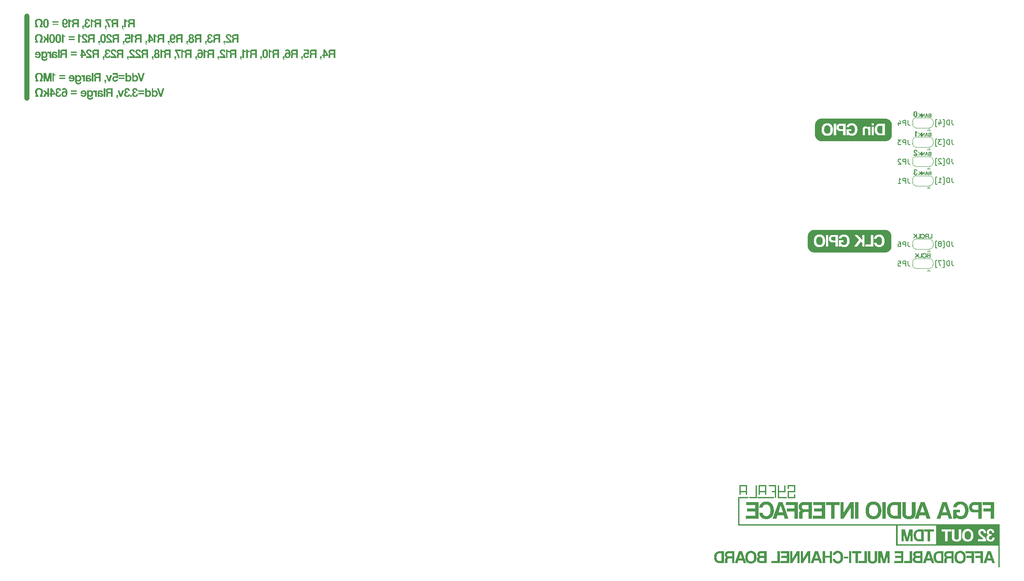
<source format=gbr>
%TF.GenerationSoftware,KiCad,Pcbnew,7.0.0*%
%TF.CreationDate,2024-03-13T15:59:32+01:00*%
%TF.ProjectId,TDM_board,54444d5f-626f-4617-9264-2e6b69636164,rev?*%
%TF.SameCoordinates,Original*%
%TF.FileFunction,Legend,Bot*%
%TF.FilePolarity,Positive*%
%FSLAX46Y46*%
G04 Gerber Fmt 4.6, Leading zero omitted, Abs format (unit mm)*
G04 Created by KiCad (PCBNEW 7.0.0) date 2024-03-13 15:59:32*
%MOMM*%
%LPD*%
G01*
G04 APERTURE LIST*
%ADD10C,0.000000*%
%ADD11C,1.000000*%
%ADD12C,0.150000*%
%ADD13C,0.200000*%
%ADD14C,0.120000*%
G04 APERTURE END LIST*
D10*
G36*
X202204799Y-121789230D02*
G01*
X202204799Y-121884598D01*
X201959377Y-121884598D01*
X201959377Y-122368820D01*
X201686920Y-122368820D01*
X201686920Y-122273453D01*
X201795070Y-122273453D01*
X201853309Y-122273453D01*
X201853309Y-121789230D01*
X202098731Y-121789230D01*
X202098728Y-121726852D01*
X201795070Y-121726852D01*
X201795070Y-122273453D01*
X201686920Y-122273453D01*
X201686920Y-121633316D01*
X202204799Y-121633316D01*
X202204799Y-121789230D01*
G37*
G36*
X193623142Y-121154373D02*
G01*
X193457778Y-121154373D01*
X193457778Y-120670364D01*
X193211280Y-120670364D01*
X193211280Y-120513626D01*
X193623142Y-120513626D01*
X193623142Y-121154373D01*
G37*
G36*
X197500209Y-121106918D02*
G01*
X197500209Y-121200485D01*
X197227748Y-121200485D01*
X197227748Y-120718124D01*
X196980251Y-120718124D01*
X196980251Y-120622726D01*
X197088401Y-120622726D01*
X197333820Y-120622726D01*
X197333820Y-121106918D01*
X197392062Y-121106918D01*
X197392055Y-120560348D01*
X197088401Y-120560348D01*
X197088401Y-120622726D01*
X196980251Y-120622726D01*
X196980251Y-120466843D01*
X197500209Y-120466812D01*
X197500209Y-121106918D01*
G37*
G36*
X220303851Y-125510694D02*
G01*
X220297713Y-125697550D01*
X220289468Y-125794030D01*
X220277965Y-125887574D01*
X220263228Y-125978160D01*
X220245281Y-126065763D01*
X220224147Y-126150359D01*
X220199850Y-126231927D01*
X220172412Y-126310441D01*
X220141859Y-126385879D01*
X220108212Y-126458217D01*
X220071497Y-126527431D01*
X220031735Y-126593498D01*
X219988951Y-126656394D01*
X219943168Y-126716096D01*
X219894410Y-126772581D01*
X219842701Y-126825824D01*
X219788063Y-126875803D01*
X219730520Y-126922494D01*
X219670096Y-126965873D01*
X219606814Y-127005917D01*
X219540698Y-127042602D01*
X219471772Y-127075905D01*
X219400058Y-127105802D01*
X219325580Y-127132270D01*
X219248363Y-127155285D01*
X219168428Y-127174823D01*
X219085801Y-127190862D01*
X219000504Y-127203378D01*
X218912560Y-127212347D01*
X218821995Y-127217746D01*
X218728830Y-127219550D01*
X218728830Y-127219549D01*
X218635694Y-127217842D01*
X218545211Y-127212729D01*
X218457402Y-127204215D01*
X218372285Y-127192308D01*
X218289882Y-127177015D01*
X218210211Y-127158343D01*
X218133294Y-127136300D01*
X218059148Y-127110893D01*
X217987796Y-127082129D01*
X217919256Y-127050016D01*
X217853548Y-127014559D01*
X217790693Y-126975768D01*
X217730710Y-126933649D01*
X217673618Y-126888209D01*
X217619439Y-126839456D01*
X217568192Y-126787396D01*
X217519896Y-126732037D01*
X217474572Y-126673387D01*
X217432240Y-126611452D01*
X217392919Y-126546240D01*
X217356629Y-126477757D01*
X217323391Y-126406012D01*
X217293223Y-126331011D01*
X217266147Y-126252762D01*
X217242182Y-126171271D01*
X217221347Y-126086547D01*
X217203663Y-125998596D01*
X217189150Y-125907425D01*
X217177828Y-125813043D01*
X217169715Y-125715455D01*
X217164833Y-125614670D01*
X217163202Y-125510694D01*
X217839830Y-125510694D01*
X217840978Y-125582132D01*
X217844388Y-125651068D01*
X217850004Y-125717516D01*
X217857772Y-125781494D01*
X217867638Y-125843015D01*
X217879548Y-125902095D01*
X217893448Y-125958750D01*
X217909283Y-126012995D01*
X217926999Y-126064845D01*
X217946542Y-126114315D01*
X217967857Y-126161422D01*
X217990890Y-126206180D01*
X218015588Y-126248605D01*
X218041895Y-126288713D01*
X218069758Y-126326517D01*
X218099121Y-126362035D01*
X218129932Y-126395281D01*
X218162136Y-126426271D01*
X218195678Y-126455020D01*
X218230504Y-126481543D01*
X218266559Y-126505856D01*
X218303791Y-126527974D01*
X218342144Y-126547913D01*
X218381564Y-126565687D01*
X218421997Y-126581313D01*
X218463389Y-126594806D01*
X218505684Y-126606180D01*
X218548830Y-126615452D01*
X218637455Y-126627750D01*
X218728830Y-126631822D01*
X218781380Y-126630807D01*
X218832523Y-126627750D01*
X218882243Y-126622637D01*
X218930523Y-126615452D01*
X218977345Y-126606180D01*
X219022692Y-126594806D01*
X219066547Y-126581313D01*
X219108892Y-126565687D01*
X219149711Y-126547913D01*
X219188986Y-126527974D01*
X219226701Y-126505856D01*
X219262837Y-126481543D01*
X219297378Y-126455020D01*
X219330307Y-126426271D01*
X219361606Y-126395281D01*
X219391259Y-126362035D01*
X219419247Y-126326517D01*
X219445554Y-126288713D01*
X219470163Y-126248605D01*
X219493056Y-126206180D01*
X219514217Y-126161422D01*
X219533628Y-126114315D01*
X219551271Y-126064845D01*
X219567131Y-126012995D01*
X219581188Y-125958750D01*
X219593428Y-125902095D01*
X219603831Y-125843015D01*
X219612382Y-125781494D01*
X219619062Y-125717516D01*
X219623855Y-125651068D01*
X219626743Y-125582132D01*
X219627710Y-125510694D01*
X219623963Y-125369599D01*
X219612787Y-125237135D01*
X219594274Y-125113368D01*
X219568520Y-124998361D01*
X219535618Y-124892181D01*
X219516515Y-124842421D01*
X219495661Y-124794892D01*
X219473067Y-124749603D01*
X219448745Y-124706560D01*
X219422707Y-124665773D01*
X219394964Y-124627250D01*
X219365527Y-124590998D01*
X219334410Y-124557026D01*
X219301623Y-124525342D01*
X219267179Y-124495954D01*
X219231089Y-124468871D01*
X219193364Y-124444100D01*
X219154018Y-124421649D01*
X219113060Y-124401527D01*
X219070504Y-124383742D01*
X219026361Y-124368302D01*
X218980642Y-124355214D01*
X218933360Y-124344488D01*
X218884526Y-124336132D01*
X218834151Y-124330153D01*
X218782249Y-124326560D01*
X218728830Y-124325360D01*
X218675873Y-124326560D01*
X218624432Y-124330153D01*
X218574518Y-124336132D01*
X218526141Y-124344488D01*
X218479313Y-124355214D01*
X218434043Y-124368302D01*
X218390344Y-124383742D01*
X218348225Y-124401527D01*
X218307698Y-124421649D01*
X218268774Y-124444100D01*
X218231463Y-124468871D01*
X218195776Y-124495954D01*
X218161724Y-124525342D01*
X218129318Y-124557026D01*
X218098569Y-124590998D01*
X218069487Y-124627250D01*
X218042084Y-124665773D01*
X218016370Y-124706560D01*
X217992356Y-124749603D01*
X217970054Y-124794892D01*
X217949473Y-124842421D01*
X217930625Y-124892181D01*
X217913520Y-124944164D01*
X217898170Y-124998361D01*
X217884585Y-125054765D01*
X217872776Y-125113368D01*
X217862755Y-125174160D01*
X217854531Y-125237135D01*
X217848115Y-125302284D01*
X217843519Y-125369599D01*
X217840754Y-125439072D01*
X217839830Y-125510694D01*
X217163202Y-125510694D01*
X217169715Y-125304990D01*
X217189150Y-125110354D01*
X217203663Y-125017283D01*
X217221347Y-124927092D01*
X217242182Y-124839821D01*
X217266147Y-124755507D01*
X217293223Y-124674188D01*
X217323391Y-124595902D01*
X217356629Y-124520687D01*
X217392919Y-124448582D01*
X217432240Y-124379623D01*
X217474572Y-124313850D01*
X217519896Y-124251300D01*
X217568192Y-124192010D01*
X217619439Y-124136020D01*
X217673618Y-124083367D01*
X217730710Y-124034089D01*
X217790693Y-123988223D01*
X217853548Y-123945809D01*
X217919256Y-123906884D01*
X217987796Y-123871485D01*
X218059148Y-123839651D01*
X218133294Y-123811421D01*
X218210211Y-123786831D01*
X218289882Y-123765920D01*
X218372285Y-123748726D01*
X218457402Y-123735286D01*
X218545211Y-123725640D01*
X218635694Y-123719824D01*
X218728830Y-123717877D01*
X218821995Y-123719824D01*
X218912560Y-123725636D01*
X219000504Y-123735274D01*
X219085801Y-123748697D01*
X219168428Y-123765863D01*
X219248363Y-123786733D01*
X219325580Y-123811266D01*
X219400058Y-123839420D01*
X219471772Y-123871155D01*
X219540698Y-123906431D01*
X219606814Y-123945207D01*
X219670096Y-123987442D01*
X219730520Y-124033095D01*
X219788063Y-124082126D01*
X219842701Y-124134494D01*
X219894410Y-124190158D01*
X219943168Y-124249078D01*
X219988951Y-124311213D01*
X220031735Y-124376522D01*
X220071497Y-124444965D01*
X220108212Y-124516500D01*
X220141859Y-124591087D01*
X220172412Y-124668686D01*
X220199850Y-124749256D01*
X220224147Y-124832756D01*
X220245281Y-124919145D01*
X220263228Y-125008383D01*
X220277965Y-125100429D01*
X220289468Y-125195242D01*
X220297713Y-125292781D01*
X220302678Y-125393007D01*
X220304338Y-125495878D01*
X220303851Y-125510694D01*
G37*
G36*
X194559318Y-122893386D02*
G01*
X194559318Y-123051101D01*
X194124633Y-123051101D01*
X194124633Y-122957595D01*
X194230705Y-122957595D01*
X194453246Y-122957595D01*
X194453246Y-122893386D01*
X194230705Y-122893386D01*
X194230705Y-122957595D01*
X194124633Y-122957595D01*
X194124633Y-122799850D01*
X194559318Y-122799850D01*
X194559318Y-122893386D01*
G37*
G36*
X196417796Y-123003646D02*
G01*
X195759960Y-123003646D01*
X195759960Y-122846878D01*
X196417796Y-122846878D01*
X196417796Y-123003646D01*
G37*
G36*
X195534648Y-121154373D02*
G01*
X195369285Y-121154373D01*
X195369285Y-120591995D01*
X195534648Y-120591995D01*
X195534648Y-121154373D01*
G37*
G36*
X216372052Y-134004744D02*
G01*
X215666498Y-134004744D01*
X215666498Y-135937972D01*
X215176137Y-135937972D01*
X215176137Y-134004744D01*
X214467054Y-134004744D01*
X214467054Y-133595534D01*
X216372052Y-133595534D01*
X216372052Y-134004744D01*
G37*
G36*
X199020568Y-120560348D02*
G01*
X199020568Y-120718124D01*
X198255187Y-120718124D01*
X198255187Y-120622726D01*
X198361259Y-120622726D01*
X198912418Y-120622726D01*
X198912418Y-120560348D01*
X198361259Y-120560348D01*
X198361259Y-120622726D01*
X198255187Y-120622726D01*
X198255187Y-120466843D01*
X199020568Y-120466812D01*
X199020568Y-120560348D01*
G37*
G36*
X203234317Y-122403671D02*
G01*
X203234317Y-123051132D01*
X202716438Y-123051132D01*
X202716438Y-122957595D01*
X202822509Y-122957595D01*
X203128246Y-122957595D01*
X203128246Y-122403671D01*
X203067931Y-122403671D01*
X203067931Y-122893386D01*
X202822509Y-122893386D01*
X202822509Y-122957595D01*
X202716438Y-122957595D01*
X202716438Y-122799850D01*
X202961860Y-122799850D01*
X202961860Y-122310165D01*
X203234317Y-122310135D01*
X203234317Y-122403671D01*
G37*
G36*
X204751571Y-135101882D02*
G01*
X205682903Y-133595534D01*
X206201484Y-133595534D01*
X206201484Y-135937972D01*
X205746402Y-135937972D01*
X205746402Y-134364577D01*
X204744514Y-135937972D01*
X204292960Y-135937972D01*
X204292960Y-133595534D01*
X204751571Y-133595534D01*
X204751571Y-135101882D01*
G37*
G36*
X199020568Y-122893386D02*
G01*
X199020568Y-123051132D01*
X198255187Y-123051132D01*
X198255187Y-122957595D01*
X198361259Y-122957595D01*
X198912418Y-122957595D01*
X198912418Y-122893386D01*
X198361259Y-122893386D01*
X198361259Y-122957595D01*
X198255187Y-122957595D01*
X198255187Y-122799850D01*
X199020568Y-122799850D01*
X199020568Y-122893386D01*
G37*
G36*
X195534648Y-123003616D02*
G01*
X195122787Y-123003616D01*
X195122787Y-122846878D01*
X195369285Y-122846878D01*
X195369285Y-122357437D01*
X195534648Y-122357437D01*
X195534648Y-123003616D01*
G37*
G36*
X201269164Y-121154373D02*
G01*
X201103801Y-121154373D01*
X201103801Y-120591995D01*
X201269164Y-120591995D01*
X201269164Y-121154373D01*
G37*
G36*
X192078040Y-124632003D02*
G01*
X191928607Y-124632003D01*
X191928607Y-122860427D01*
X192078040Y-122860427D01*
X192078040Y-124632003D01*
G37*
G36*
X230711647Y-129684768D02*
G01*
X230006092Y-129684768D01*
X230006092Y-131617995D01*
X229515732Y-131617995D01*
X229515732Y-129684768D01*
X228806650Y-129684768D01*
X228806650Y-129275557D01*
X230711647Y-129275557D01*
X230711647Y-129684768D01*
G37*
G36*
X198966468Y-123003646D02*
G01*
X198308631Y-123003646D01*
X198308631Y-122846878D01*
X198966468Y-122846878D01*
X198966468Y-123003646D01*
G37*
G36*
X202789481Y-123003646D02*
G01*
X202131641Y-123003646D01*
X202131641Y-122846878D01*
X202789481Y-122846878D01*
X202789481Y-123003646D01*
G37*
G36*
X199994830Y-121154373D02*
G01*
X199829467Y-121154373D01*
X199829467Y-120591995D01*
X199994830Y-120591995D01*
X199994830Y-121154373D01*
G37*
G36*
X202789481Y-121836990D02*
G01*
X202131641Y-121836990D01*
X202131641Y-121680252D01*
X202789481Y-121680252D01*
X202789481Y-121836990D01*
G37*
G36*
X197745628Y-122893386D02*
G01*
X197745628Y-123051132D01*
X196980251Y-123051132D01*
X196980251Y-122957595D01*
X197088401Y-122957595D01*
X197639556Y-122957595D01*
X197639556Y-122893386D01*
X197088401Y-122893386D01*
X197088401Y-122957595D01*
X196980251Y-122957595D01*
X196980251Y-122799850D01*
X197745628Y-122799850D01*
X197745628Y-122893386D01*
G37*
G36*
X206559429Y-124394505D02*
G01*
X206559429Y-127105955D01*
X205892680Y-127105955D01*
X205892680Y-125821843D01*
X205161723Y-125821843D01*
X205090843Y-125823307D01*
X205026213Y-125827766D01*
X204967602Y-125835322D01*
X204940482Y-125840292D01*
X204914779Y-125846075D01*
X204890466Y-125852682D01*
X204867513Y-125860127D01*
X204845891Y-125868422D01*
X204825571Y-125877580D01*
X204806525Y-125887613D01*
X204788723Y-125898534D01*
X204772136Y-125910356D01*
X204756736Y-125923091D01*
X204742494Y-125936752D01*
X204729380Y-125951352D01*
X204717365Y-125966903D01*
X204706422Y-125983419D01*
X204696520Y-126000911D01*
X204687631Y-126019392D01*
X204679726Y-126038875D01*
X204672776Y-126059373D01*
X204666752Y-126080899D01*
X204661625Y-126103464D01*
X204653947Y-126151766D01*
X204649510Y-126204379D01*
X204648082Y-126261405D01*
X204648082Y-127105955D01*
X203976398Y-127105955D01*
X203976398Y-126177444D01*
X203977689Y-126107779D01*
X203981636Y-126043100D01*
X203988346Y-125983181D01*
X203997929Y-125927798D01*
X204010492Y-125876727D01*
X204026144Y-125829743D01*
X204035163Y-125807714D01*
X204044994Y-125786623D01*
X204055652Y-125766442D01*
X204067150Y-125747142D01*
X204079502Y-125728696D01*
X204092721Y-125711076D01*
X204106821Y-125694253D01*
X204121816Y-125678200D01*
X204137718Y-125662889D01*
X204154542Y-125648291D01*
X204191008Y-125621124D01*
X204231323Y-125596474D01*
X204275595Y-125574118D01*
X204323933Y-125553831D01*
X204376445Y-125535388D01*
X204347233Y-125524207D01*
X204318865Y-125511979D01*
X204291347Y-125498727D01*
X204264684Y-125484475D01*
X204238883Y-125469247D01*
X204213947Y-125453065D01*
X204189884Y-125435953D01*
X204166698Y-125417936D01*
X204144394Y-125399035D01*
X204122978Y-125379276D01*
X204102456Y-125358681D01*
X204082833Y-125337274D01*
X204064114Y-125315078D01*
X204046304Y-125292117D01*
X204029410Y-125268415D01*
X204013437Y-125243994D01*
X203998389Y-125218879D01*
X203984273Y-125193093D01*
X203971094Y-125166660D01*
X203958857Y-125139602D01*
X203947568Y-125111944D01*
X203937232Y-125083709D01*
X203927855Y-125054921D01*
X203919442Y-125025602D01*
X203911998Y-124995778D01*
X203905529Y-124965470D01*
X203900041Y-124934703D01*
X203895538Y-124903500D01*
X203892026Y-124871884D01*
X203889511Y-124839880D01*
X203889239Y-124834066D01*
X204529552Y-124834066D01*
X204531194Y-124880456D01*
X204533271Y-124902991D01*
X204536208Y-124925059D01*
X204540020Y-124946638D01*
X204544723Y-124967708D01*
X204550335Y-124988249D01*
X204556870Y-125008238D01*
X204564347Y-125027656D01*
X204572780Y-125046482D01*
X204582186Y-125064695D01*
X204592581Y-125082273D01*
X204603982Y-125099197D01*
X204616405Y-125115446D01*
X204629866Y-125130998D01*
X204644382Y-125145833D01*
X204659968Y-125159930D01*
X204676642Y-125173268D01*
X204694418Y-125185827D01*
X204713314Y-125197585D01*
X204733346Y-125208522D01*
X204754531Y-125218617D01*
X204776883Y-125227850D01*
X204800421Y-125236199D01*
X204825159Y-125243644D01*
X204851114Y-125250163D01*
X204878303Y-125255737D01*
X204906742Y-125260344D01*
X204936447Y-125263963D01*
X204967434Y-125266574D01*
X204999720Y-125268156D01*
X205033321Y-125268688D01*
X205892688Y-125268688D01*
X205892688Y-124394505D01*
X205008624Y-124394505D01*
X204977267Y-124395037D01*
X204947085Y-124396620D01*
X204918066Y-124399234D01*
X204890197Y-124402859D01*
X204863469Y-124407475D01*
X204837868Y-124413062D01*
X204813383Y-124419601D01*
X204790002Y-124427071D01*
X204767713Y-124435453D01*
X204746506Y-124444726D01*
X204726367Y-124454871D01*
X204707285Y-124465868D01*
X204689249Y-124477697D01*
X204672246Y-124490338D01*
X204656265Y-124503772D01*
X204641295Y-124517977D01*
X204627323Y-124532935D01*
X204614337Y-124548626D01*
X204602326Y-124565029D01*
X204591279Y-124582125D01*
X204581182Y-124599894D01*
X204572026Y-124618315D01*
X204563797Y-124637370D01*
X204556484Y-124657038D01*
X204550076Y-124677299D01*
X204544560Y-124698133D01*
X204536160Y-124741443D01*
X204531188Y-124786806D01*
X204529552Y-124834066D01*
X203889239Y-124834066D01*
X203887998Y-124807510D01*
X203887492Y-124774799D01*
X203888659Y-124724280D01*
X203892134Y-124674620D01*
X203897882Y-124625868D01*
X203905869Y-124578073D01*
X203916058Y-124531284D01*
X203928415Y-124485549D01*
X203942905Y-124440917D01*
X203959492Y-124397437D01*
X203978140Y-124355159D01*
X203998816Y-124314130D01*
X204021482Y-124274400D01*
X204046105Y-124236017D01*
X204072649Y-124199030D01*
X204101078Y-124163489D01*
X204131357Y-124129442D01*
X204163451Y-124096937D01*
X204197326Y-124066024D01*
X204232944Y-124036752D01*
X204270272Y-124009168D01*
X204309274Y-123983323D01*
X204349914Y-123959265D01*
X204392158Y-123937043D01*
X204435970Y-123916705D01*
X204481314Y-123898301D01*
X204528157Y-123881879D01*
X204576461Y-123867489D01*
X204626193Y-123855178D01*
X204677316Y-123844996D01*
X204729796Y-123836992D01*
X204783598Y-123831214D01*
X204838685Y-123827711D01*
X204895023Y-123826533D01*
X206559429Y-123826533D01*
X206559429Y-124394505D01*
G37*
G36*
X197054965Y-121836990D02*
G01*
X196397128Y-121836990D01*
X196397128Y-121680252D01*
X197054965Y-121680252D01*
X197054965Y-121836990D01*
G37*
G36*
X211179293Y-71902977D02*
G01*
X210713687Y-71902977D01*
X210687712Y-71902555D01*
X210662698Y-71901301D01*
X210638636Y-71899230D01*
X210615517Y-71896358D01*
X210593332Y-71892700D01*
X210572072Y-71888272D01*
X210551728Y-71883089D01*
X210532291Y-71877167D01*
X210513752Y-71870521D01*
X210496103Y-71863166D01*
X210479334Y-71855119D01*
X210463437Y-71846395D01*
X210448402Y-71837010D01*
X210434221Y-71826978D01*
X210420885Y-71816316D01*
X210408384Y-71805039D01*
X210396710Y-71793162D01*
X210385854Y-71780702D01*
X210375807Y-71767673D01*
X210366560Y-71754091D01*
X210358104Y-71739972D01*
X210350430Y-71725331D01*
X210343529Y-71710184D01*
X210337393Y-71694546D01*
X210332012Y-71678433D01*
X210327378Y-71661861D01*
X210323481Y-71644844D01*
X210320312Y-71627398D01*
X210316125Y-71591284D01*
X210314745Y-71553642D01*
X210315089Y-71535600D01*
X210316125Y-71517865D01*
X210317863Y-71500456D01*
X210320312Y-71483390D01*
X210323481Y-71466683D01*
X210327378Y-71450354D01*
X210332012Y-71434420D01*
X210337393Y-71418898D01*
X210343529Y-71403805D01*
X210350430Y-71389159D01*
X210358104Y-71374978D01*
X210366560Y-71361278D01*
X210375807Y-71348077D01*
X210385854Y-71335392D01*
X210396710Y-71323241D01*
X210408384Y-71311641D01*
X210420885Y-71300610D01*
X210434221Y-71290164D01*
X210448402Y-71280322D01*
X210463437Y-71271100D01*
X210479334Y-71262516D01*
X210496103Y-71254587D01*
X210513752Y-71247331D01*
X210532291Y-71240765D01*
X210551728Y-71234907D01*
X210572072Y-71229773D01*
X210593332Y-71225381D01*
X210615517Y-71221749D01*
X210638636Y-71218894D01*
X210662698Y-71216833D01*
X210687712Y-71215584D01*
X210713687Y-71215164D01*
X211179293Y-71215164D01*
X211179293Y-71902977D01*
G37*
G36*
X202204799Y-122957565D02*
G01*
X202204799Y-123051132D01*
X201686920Y-123051132D01*
X201686920Y-122957565D01*
X201795066Y-122957565D01*
X202098724Y-122957565D01*
X202098724Y-122893356D01*
X201853301Y-122893356D01*
X201853305Y-122403671D01*
X201795066Y-122403671D01*
X201795066Y-122957565D01*
X201686920Y-122957565D01*
X201686920Y-122310165D01*
X201959377Y-122310135D01*
X201959377Y-122799850D01*
X202204799Y-122799850D01*
X202204799Y-122957565D01*
G37*
G36*
X198966468Y-120670364D02*
G01*
X198308631Y-120670364D01*
X198308631Y-120513626D01*
X198966468Y-120513626D01*
X198966468Y-120670364D01*
G37*
G36*
X195540225Y-134798507D02*
G01*
X195535841Y-134931969D01*
X195529951Y-135000883D01*
X195521735Y-135067700D01*
X195511209Y-135132404D01*
X195498389Y-135194978D01*
X195483293Y-135255405D01*
X195465938Y-135313667D01*
X195446340Y-135369749D01*
X195424516Y-135423633D01*
X195400483Y-135475303D01*
X195374258Y-135524742D01*
X195345856Y-135571933D01*
X195315297Y-135616860D01*
X195282595Y-135659504D01*
X195247768Y-135699851D01*
X195210832Y-135737882D01*
X195171805Y-135773582D01*
X195130703Y-135806933D01*
X195087544Y-135837918D01*
X195042343Y-135866521D01*
X194995117Y-135892725D01*
X194945884Y-135916513D01*
X194894660Y-135937868D01*
X194841462Y-135956774D01*
X194786307Y-135973213D01*
X194729211Y-135987170D01*
X194670192Y-135998626D01*
X194609266Y-136007566D01*
X194546449Y-136013973D01*
X194481760Y-136017829D01*
X194415214Y-136019118D01*
X194348688Y-136017900D01*
X194284058Y-136014247D01*
X194221337Y-136008166D01*
X194160539Y-135999661D01*
X194101680Y-135988738D01*
X194044772Y-135975401D01*
X193989831Y-135959657D01*
X193936870Y-135941510D01*
X193885904Y-135920964D01*
X193836947Y-135898027D01*
X193790014Y-135872701D01*
X193745117Y-135844994D01*
X193702272Y-135814909D01*
X193661493Y-135782453D01*
X193622794Y-135747629D01*
X193586189Y-135710444D01*
X193551692Y-135670903D01*
X193519318Y-135629010D01*
X193489081Y-135584771D01*
X193460994Y-135538191D01*
X193435074Y-135489275D01*
X193411332Y-135438028D01*
X193389784Y-135384456D01*
X193370444Y-135328563D01*
X193353326Y-135270355D01*
X193338445Y-135209837D01*
X193325813Y-135147014D01*
X193315447Y-135081892D01*
X193307359Y-135014474D01*
X193301565Y-134944768D01*
X193298078Y-134872777D01*
X193296912Y-134798507D01*
X193780216Y-134798507D01*
X193781036Y-134849534D01*
X193783471Y-134898774D01*
X193787483Y-134946238D01*
X193793031Y-134991936D01*
X193800079Y-135035880D01*
X193808586Y-135078080D01*
X193818514Y-135118548D01*
X193829825Y-135157295D01*
X193842479Y-135194331D01*
X193856438Y-135229667D01*
X193871664Y-135263315D01*
X193888116Y-135295286D01*
X193905757Y-135325589D01*
X193924548Y-135354238D01*
X193944450Y-135381241D01*
X193965424Y-135406611D01*
X193987432Y-135430359D01*
X194010434Y-135452494D01*
X194034392Y-135473029D01*
X194059268Y-135491975D01*
X194085022Y-135509341D01*
X194111616Y-135525140D01*
X194139011Y-135539382D01*
X194167168Y-135552079D01*
X194196049Y-135563240D01*
X194225614Y-135572878D01*
X194255825Y-135581003D01*
X194286644Y-135587626D01*
X194349947Y-135596410D01*
X194415214Y-135599318D01*
X194452749Y-135598593D01*
X194489281Y-135596410D01*
X194524795Y-135592758D01*
X194559280Y-135587626D01*
X194592725Y-135581003D01*
X194625115Y-135572878D01*
X194656440Y-135563240D01*
X194686687Y-135552079D01*
X194715843Y-135539382D01*
X194743897Y-135525140D01*
X194770836Y-135509341D01*
X194796647Y-135491975D01*
X194821320Y-135473029D01*
X194844840Y-135452494D01*
X194867196Y-135430359D01*
X194888377Y-135406611D01*
X194908368Y-135381241D01*
X194927159Y-135354238D01*
X194944737Y-135325589D01*
X194961089Y-135295286D01*
X194976204Y-135263315D01*
X194990068Y-135229667D01*
X195002671Y-135194331D01*
X195013999Y-135157295D01*
X195024040Y-135118548D01*
X195032782Y-135078080D01*
X195040213Y-135035880D01*
X195046321Y-134991936D01*
X195051092Y-134946238D01*
X195054516Y-134898774D01*
X195056579Y-134849534D01*
X195057269Y-134798507D01*
X195054593Y-134697724D01*
X195046610Y-134603106D01*
X195033387Y-134514700D01*
X195014991Y-134432552D01*
X194991490Y-134356708D01*
X194977845Y-134321165D01*
X194962950Y-134287215D01*
X194946811Y-134254864D01*
X194929438Y-134224119D01*
X194910839Y-134194985D01*
X194891023Y-134167468D01*
X194869997Y-134141573D01*
X194847771Y-134117307D01*
X194824352Y-134094675D01*
X194799749Y-134073683D01*
X194773970Y-134054338D01*
X194747024Y-134036643D01*
X194718919Y-134020607D01*
X194689664Y-134006234D01*
X194659267Y-133993530D01*
X194627736Y-133982500D01*
X194595080Y-133973152D01*
X194561307Y-133965491D01*
X194526425Y-133959521D01*
X194490444Y-133955251D01*
X194453370Y-133952684D01*
X194415214Y-133951827D01*
X194377388Y-133952684D01*
X194340645Y-133955251D01*
X194304992Y-133959521D01*
X194270437Y-133965491D01*
X194236989Y-133973152D01*
X194204653Y-133982500D01*
X194173440Y-133993530D01*
X194143355Y-134006234D01*
X194114407Y-134020607D01*
X194086604Y-134036643D01*
X194059953Y-134054338D01*
X194034463Y-134073683D01*
X194010140Y-134094675D01*
X193986993Y-134117307D01*
X193965029Y-134141573D01*
X193944257Y-134167468D01*
X193924683Y-134194985D01*
X193906316Y-134224119D01*
X193889163Y-134254864D01*
X193873233Y-134287215D01*
X193858532Y-134321165D01*
X193845069Y-134356708D01*
X193832852Y-134393839D01*
X193821887Y-134432552D01*
X193812184Y-134472841D01*
X193803749Y-134514700D01*
X193796590Y-134558124D01*
X193790716Y-134603106D01*
X193786134Y-134649642D01*
X193782851Y-134697724D01*
X193780876Y-134747348D01*
X193780216Y-134798507D01*
X193296912Y-134798507D01*
X193301565Y-134651572D01*
X193315447Y-134512545D01*
X193325814Y-134446064D01*
X193338445Y-134381642D01*
X193353327Y-134319305D01*
X193370445Y-134259080D01*
X193389785Y-134200995D01*
X193411333Y-134145077D01*
X193435074Y-134091352D01*
X193460995Y-134039849D01*
X193489082Y-133990593D01*
X193519319Y-133943612D01*
X193551693Y-133898934D01*
X193586190Y-133856585D01*
X193622795Y-133816593D01*
X193661494Y-133778984D01*
X193702274Y-133743786D01*
X193745119Y-133711026D01*
X193790015Y-133680731D01*
X193836949Y-133652928D01*
X193885906Y-133627644D01*
X193936872Y-133604906D01*
X193989833Y-133584742D01*
X194044774Y-133567179D01*
X194101681Y-133552243D01*
X194160540Y-133539962D01*
X194221337Y-133530363D01*
X194284058Y-133523473D01*
X194348688Y-133519319D01*
X194415214Y-133517928D01*
X194481760Y-133519318D01*
X194546449Y-133523470D01*
X194609266Y-133530354D01*
X194670192Y-133539941D01*
X194729211Y-133552203D01*
X194786307Y-133567109D01*
X194841462Y-133584631D01*
X194894660Y-133604741D01*
X194945884Y-133627408D01*
X194995117Y-133652605D01*
X195042343Y-133680301D01*
X195087544Y-133710468D01*
X195130703Y-133743076D01*
X195171805Y-133778097D01*
X195210832Y-133815502D01*
X195247768Y-133855262D01*
X195282595Y-133897346D01*
X195315297Y-133941728D01*
X195345856Y-133988376D01*
X195374258Y-134037263D01*
X195400483Y-134088359D01*
X195424516Y-134141636D01*
X195446340Y-134197063D01*
X195465938Y-134254613D01*
X195483293Y-134314255D01*
X195498389Y-134375962D01*
X195511209Y-134439703D01*
X195521735Y-134505451D01*
X195529951Y-134573175D01*
X195535841Y-134642846D01*
X195539387Y-134714437D01*
X195540572Y-134787917D01*
X195540225Y-134798507D01*
G37*
G36*
X191134395Y-134001235D02*
G01*
X191134395Y-135937972D01*
X190658145Y-135937972D01*
X190658145Y-135020766D01*
X190136035Y-135020766D01*
X190085407Y-135021812D01*
X190039243Y-135024997D01*
X189997378Y-135030394D01*
X189978006Y-135033944D01*
X189959648Y-135038074D01*
X189942281Y-135042794D01*
X189925886Y-135048112D01*
X189910441Y-135054037D01*
X189895927Y-135060578D01*
X189882322Y-135067744D01*
X189869606Y-135075545D01*
X189857759Y-135083989D01*
X189846758Y-135093085D01*
X189836585Y-135102843D01*
X189827217Y-135113271D01*
X189818635Y-135124379D01*
X189810818Y-135136176D01*
X189803745Y-135148670D01*
X189797396Y-135161870D01*
X189791749Y-135175787D01*
X189786785Y-135190428D01*
X189782482Y-135205802D01*
X189778820Y-135221920D01*
X189773335Y-135256420D01*
X189770165Y-135293999D01*
X189769145Y-135334731D01*
X189769145Y-135937972D01*
X189289371Y-135937972D01*
X189289371Y-135274764D01*
X189290293Y-135225002D01*
X189293112Y-135178801D01*
X189297905Y-135136000D01*
X189304749Y-135096439D01*
X189313722Y-135059958D01*
X189324902Y-135026397D01*
X189331344Y-135010662D01*
X189338366Y-134995596D01*
X189345979Y-134981181D01*
X189354192Y-134967395D01*
X189363015Y-134954219D01*
X189372457Y-134941633D01*
X189382528Y-134929616D01*
X189393239Y-134918150D01*
X189404597Y-134907213D01*
X189416615Y-134896786D01*
X189442662Y-134877381D01*
X189471459Y-134859774D01*
X189503083Y-134843807D01*
X189537612Y-134829317D01*
X189575122Y-134816146D01*
X189554256Y-134808164D01*
X189533993Y-134799434D01*
X189514337Y-134789972D01*
X189495293Y-134779794D01*
X189476863Y-134768919D01*
X189459052Y-134757362D01*
X189441864Y-134745141D01*
X189425302Y-134732272D01*
X189409371Y-134718772D01*
X189394074Y-134704658D01*
X189379415Y-134689947D01*
X189365399Y-134674656D01*
X189352028Y-134658801D01*
X189339307Y-134642400D01*
X189327240Y-134625468D01*
X189315831Y-134608024D01*
X189305082Y-134590083D01*
X189295000Y-134571663D01*
X189285586Y-134552780D01*
X189276846Y-134533452D01*
X189268782Y-134513694D01*
X189261399Y-134493525D01*
X189254701Y-134472961D01*
X189248692Y-134452018D01*
X189243375Y-134430713D01*
X189238754Y-134409064D01*
X189234834Y-134387087D01*
X189231618Y-134364799D01*
X189229110Y-134342216D01*
X189227313Y-134319356D01*
X189227119Y-134315200D01*
X189684482Y-134315200D01*
X189685655Y-134348338D01*
X189687139Y-134364436D01*
X189689236Y-134380200D01*
X189691959Y-134395614D01*
X189695318Y-134410666D01*
X189699327Y-134425338D01*
X189703995Y-134439617D01*
X189709335Y-134453488D01*
X189715359Y-134466935D01*
X189722077Y-134479945D01*
X189729502Y-134492501D01*
X189737646Y-134504590D01*
X189746519Y-134516196D01*
X189756134Y-134527305D01*
X189766503Y-134537902D01*
X189777636Y-134547971D01*
X189789545Y-134557499D01*
X189802243Y-134566469D01*
X189815740Y-134574868D01*
X189830048Y-134582680D01*
X189845180Y-134589891D01*
X189861146Y-134596486D01*
X189877958Y-134602449D01*
X189895628Y-134607767D01*
X189914168Y-134612424D01*
X189933588Y-134616405D01*
X189953902Y-134619695D01*
X189975119Y-134622280D01*
X189997253Y-134624145D01*
X190020314Y-134625275D01*
X190044315Y-134625655D01*
X190658145Y-134625655D01*
X190658145Y-134001235D01*
X190026676Y-134001235D01*
X190004278Y-134001615D01*
X189982719Y-134002746D01*
X189961991Y-134004612D01*
X189942085Y-134007202D01*
X189922993Y-134010499D01*
X189904707Y-134014489D01*
X189887217Y-134019160D01*
X189870517Y-134024495D01*
X189854596Y-134030482D01*
X189839448Y-134037106D01*
X189825063Y-134044352D01*
X189811433Y-134052207D01*
X189798550Y-134060656D01*
X189786406Y-134069685D01*
X189774991Y-134079280D01*
X189764298Y-134089427D01*
X189754318Y-134100111D01*
X189745042Y-134111318D01*
X189736463Y-134123034D01*
X189728572Y-134135245D01*
X189721361Y-134147937D01*
X189714820Y-134161095D01*
X189708943Y-134174705D01*
X189703719Y-134188753D01*
X189699142Y-134203225D01*
X189695202Y-134218107D01*
X189689202Y-134249041D01*
X189685651Y-134281444D01*
X189684482Y-134315200D01*
X189227119Y-134315200D01*
X189226232Y-134296236D01*
X189225871Y-134272872D01*
X189226704Y-134236786D01*
X189229186Y-134201314D01*
X189233292Y-134166491D01*
X189238997Y-134132351D01*
X189246276Y-134098930D01*
X189255102Y-134066262D01*
X189265452Y-134034382D01*
X189277300Y-134003324D01*
X189290621Y-133973125D01*
X189305389Y-133943819D01*
X189321579Y-133915440D01*
X189339167Y-133888023D01*
X189358127Y-133861604D01*
X189378433Y-133836217D01*
X189400062Y-133811898D01*
X189422986Y-133788680D01*
X189447182Y-133766599D01*
X189472624Y-133745690D01*
X189499287Y-133725988D01*
X189527145Y-133707527D01*
X189556174Y-133690343D01*
X189586348Y-133674470D01*
X189617643Y-133659943D01*
X189650032Y-133646797D01*
X189683490Y-133635067D01*
X189717994Y-133624788D01*
X189753516Y-133615995D01*
X189790033Y-133608722D01*
X189827519Y-133603005D01*
X189865948Y-133598878D01*
X189905296Y-133596376D01*
X189945537Y-133595534D01*
X191134395Y-133595534D01*
X191134395Y-134001235D01*
G37*
G36*
X196171813Y-121680282D02*
G01*
X196417793Y-121680282D01*
X196417793Y-121837021D01*
X196171813Y-121837021D01*
X196171813Y-122320999D01*
X196006450Y-122320999D01*
X196006450Y-121190841D01*
X196171813Y-121190841D01*
X196171813Y-121680282D01*
G37*
G36*
X202843307Y-121726852D02*
G01*
X202843307Y-121884628D01*
X202077930Y-121884628D01*
X202077930Y-121789230D01*
X202184001Y-121789230D01*
X202737235Y-121789230D01*
X202737235Y-121726852D01*
X202184001Y-121726852D01*
X202184001Y-121789230D01*
X202077930Y-121789230D01*
X202077930Y-121633346D01*
X202843307Y-121633316D01*
X202843307Y-121726852D01*
G37*
G36*
X203180671Y-121154373D02*
G01*
X203015308Y-121154373D01*
X203015308Y-120670364D01*
X202768813Y-120670364D01*
X202768813Y-120513626D01*
X203180671Y-120513626D01*
X203180671Y-121154373D01*
G37*
G36*
X199357662Y-122320968D02*
G01*
X199192298Y-122320968D01*
X199192298Y-121836990D01*
X198945800Y-121836990D01*
X198945800Y-121680252D01*
X199192298Y-121680252D01*
X199192298Y-121190811D01*
X199357662Y-121190811D01*
X199357662Y-122320968D01*
G37*
G36*
X208224349Y-135052504D02*
G01*
X208540397Y-135937972D01*
X208021816Y-135937972D01*
X207856010Y-135454665D01*
X206991706Y-135454665D01*
X206843540Y-135937972D01*
X206310848Y-135937972D01*
X206622895Y-135052504D01*
X207132816Y-135052504D01*
X207729007Y-135052504D01*
X207429149Y-134121169D01*
X207425647Y-134121169D01*
X207132816Y-135052504D01*
X206622895Y-135052504D01*
X207136344Y-133595534D01*
X207704315Y-133595534D01*
X208224349Y-135052504D01*
G37*
G36*
X201322948Y-121237167D02*
G01*
X201322948Y-121884628D01*
X200805068Y-121884628D01*
X200805068Y-121789230D01*
X200911140Y-121789230D01*
X201216876Y-121789230D01*
X201216876Y-121237167D01*
X201156562Y-121237167D01*
X201156562Y-121726852D01*
X200911140Y-121726852D01*
X200911140Y-121789230D01*
X200805068Y-121789230D01*
X200805068Y-121633346D01*
X201050491Y-121633346D01*
X201050491Y-121143631D01*
X201322948Y-121143600D01*
X201322948Y-121237167D01*
G37*
G36*
X197054965Y-120670364D02*
G01*
X196397128Y-120670364D01*
X196397128Y-120513626D01*
X197054965Y-120513626D01*
X197054965Y-120670364D01*
G37*
G36*
X196470687Y-121789230D02*
G01*
X196470687Y-121884598D01*
X196225269Y-121884598D01*
X196225269Y-122368820D01*
X195952812Y-122368820D01*
X195952812Y-122273453D01*
X196058883Y-122273453D01*
X196119197Y-122273453D01*
X196119197Y-121789230D01*
X196364616Y-121789230D01*
X196364616Y-121726852D01*
X196119197Y-121726852D01*
X196119197Y-121237167D01*
X196058883Y-121237167D01*
X196058883Y-122273453D01*
X195952812Y-122273453D01*
X195952812Y-121143600D01*
X196225269Y-121143600D01*
X196225269Y-121633316D01*
X196470687Y-121633316D01*
X196470687Y-121789230D01*
G37*
G36*
X202152313Y-120670364D02*
G01*
X201906333Y-120670364D01*
X201906329Y-121154373D01*
X201740966Y-121154373D01*
X201740966Y-120513626D01*
X202152313Y-120513626D01*
X202152313Y-120670364D01*
G37*
G36*
X193231952Y-121836990D02*
G01*
X192574115Y-121836990D01*
X192574115Y-121680252D01*
X193231952Y-121680252D01*
X193231952Y-121836990D01*
G37*
G36*
X193231952Y-123003646D02*
G01*
X192574115Y-123003646D01*
X192574115Y-122846878D01*
X193231952Y-122846878D01*
X193231952Y-123003646D01*
G37*
G36*
X202843307Y-120560348D02*
G01*
X202843307Y-120718124D01*
X202077930Y-120718124D01*
X202077930Y-120622726D01*
X202184001Y-120622726D01*
X202737235Y-120622726D01*
X202737235Y-120560348D01*
X202184001Y-120560348D01*
X202184001Y-120622726D01*
X202077930Y-120622726D01*
X202077930Y-120466843D01*
X202843307Y-120466812D01*
X202843307Y-120560348D01*
G37*
G36*
X195143455Y-123003646D02*
G01*
X194485618Y-123003646D01*
X194485618Y-122846878D01*
X195143455Y-122846878D01*
X195143455Y-123003646D01*
G37*
G36*
X226443830Y-135937972D02*
G01*
X224792835Y-135937972D01*
X224792835Y-135511123D01*
X225953470Y-135511123D01*
X225953470Y-133595534D01*
X226443830Y-133595534D01*
X226443830Y-135937972D01*
G37*
G36*
X203180671Y-121836990D02*
G01*
X202768813Y-121836990D01*
X202768813Y-121680252D01*
X203015308Y-121680252D01*
X203015308Y-121190811D01*
X203180671Y-121190811D01*
X203180671Y-121836990D01*
G37*
G36*
X192647949Y-121789230D02*
G01*
X192647949Y-121884598D01*
X192402530Y-121884598D01*
X192402530Y-122368820D01*
X192130069Y-122368820D01*
X192130069Y-122273453D01*
X192236141Y-122273453D01*
X192296459Y-122273453D01*
X192296459Y-121789230D01*
X192541877Y-121789230D01*
X192541877Y-121726852D01*
X192296459Y-121726852D01*
X192296459Y-121237167D01*
X192236141Y-121237167D01*
X192236141Y-122273453D01*
X192130069Y-122273453D01*
X192130069Y-121143600D01*
X192402530Y-121143600D01*
X192402530Y-121633316D01*
X192647949Y-121633316D01*
X192647949Y-121789230D01*
G37*
G36*
X201515148Y-123003646D02*
G01*
X200857307Y-123003646D01*
X200857307Y-122846878D01*
X201515148Y-122846878D01*
X201515148Y-123003646D01*
G37*
G36*
X200877975Y-123003646D02*
G01*
X200220138Y-123003646D01*
X200220138Y-122846878D01*
X200877975Y-122846878D01*
X200877975Y-123003646D01*
G37*
G36*
X221188386Y-127105955D02*
G01*
X220501886Y-127105955D01*
X220501886Y-123826533D01*
X221188386Y-123826533D01*
X221188386Y-127105955D01*
G37*
G36*
X193157256Y-135052504D02*
G01*
X193473304Y-135937972D01*
X192954723Y-135937972D01*
X192788917Y-135454665D01*
X191924613Y-135454665D01*
X191776447Y-135937972D01*
X191243755Y-135937972D01*
X191555802Y-135052504D01*
X192065723Y-135052504D01*
X192661918Y-135052504D01*
X192362056Y-134121169D01*
X192358554Y-134121169D01*
X192065723Y-135052504D01*
X191555802Y-135052504D01*
X192069251Y-133595534D01*
X192637222Y-133595534D01*
X193157256Y-135052504D01*
G37*
G36*
X218111245Y-135158339D02*
G01*
X218111700Y-135186648D01*
X218113065Y-135214028D01*
X218115341Y-135240482D01*
X218118528Y-135266012D01*
X218122628Y-135290619D01*
X218127640Y-135314306D01*
X218133565Y-135337074D01*
X218140405Y-135358925D01*
X218148159Y-135379862D01*
X218156829Y-135399886D01*
X218166414Y-135418999D01*
X218176916Y-135437204D01*
X218188336Y-135454501D01*
X218200673Y-135470894D01*
X218213929Y-135486383D01*
X218228103Y-135500972D01*
X218243198Y-135514661D01*
X218259214Y-135527453D01*
X218276150Y-135539350D01*
X218294008Y-135550353D01*
X218312789Y-135560465D01*
X218332492Y-135569687D01*
X218353119Y-135578022D01*
X218374671Y-135585471D01*
X218397148Y-135592037D01*
X218420550Y-135597721D01*
X218444879Y-135602525D01*
X218470134Y-135606452D01*
X218496317Y-135609502D01*
X218523428Y-135611679D01*
X218580438Y-135613417D01*
X218604921Y-135612882D01*
X218628755Y-135611287D01*
X218651931Y-135608645D01*
X218674441Y-135604970D01*
X218696277Y-135600278D01*
X218717430Y-135594582D01*
X218737891Y-135587896D01*
X218757653Y-135580235D01*
X218776708Y-135571613D01*
X218795046Y-135562043D01*
X218812659Y-135551541D01*
X218829539Y-135540121D01*
X218845677Y-135527796D01*
X218861065Y-135514581D01*
X218875695Y-135500490D01*
X218889559Y-135485537D01*
X218902647Y-135469737D01*
X218914951Y-135453104D01*
X218926464Y-135435652D01*
X218937176Y-135417394D01*
X218947080Y-135398346D01*
X218956166Y-135378522D01*
X218964427Y-135357935D01*
X218971854Y-135336601D01*
X218978439Y-135314532D01*
X218984173Y-135291744D01*
X218989048Y-135268251D01*
X218993055Y-135244066D01*
X218996187Y-135219205D01*
X218998434Y-135193680D01*
X218999788Y-135167507D01*
X219000242Y-135140700D01*
X219000242Y-133595534D01*
X219497659Y-133595534D01*
X219497659Y-135186568D01*
X219496620Y-135238618D01*
X219493519Y-135288937D01*
X219488383Y-135337530D01*
X219481240Y-135384402D01*
X219472114Y-135429558D01*
X219461034Y-135473003D01*
X219448024Y-135514743D01*
X219433112Y-135554783D01*
X219416324Y-135593127D01*
X219397687Y-135629782D01*
X219377227Y-135664752D01*
X219354971Y-135698043D01*
X219330944Y-135729659D01*
X219305175Y-135759606D01*
X219277688Y-135787889D01*
X219248511Y-135814513D01*
X219217670Y-135839484D01*
X219185191Y-135862805D01*
X219151101Y-135884484D01*
X219115427Y-135904525D01*
X219078195Y-135922932D01*
X219039431Y-135939712D01*
X218999162Y-135954869D01*
X218957415Y-135968408D01*
X218914215Y-135980336D01*
X218869590Y-135990656D01*
X218823566Y-135999374D01*
X218776169Y-136006496D01*
X218727426Y-136012026D01*
X218677363Y-136015970D01*
X218573385Y-136019118D01*
X218461413Y-136015691D01*
X218355766Y-136005428D01*
X218305353Y-135997741D01*
X218256568Y-135988354D01*
X218209426Y-135977271D01*
X218163943Y-135964496D01*
X218120135Y-135950030D01*
X218078016Y-135933878D01*
X218037603Y-135916042D01*
X217998910Y-135896526D01*
X217961954Y-135875334D01*
X217926749Y-135852467D01*
X217893312Y-135827930D01*
X217861657Y-135801726D01*
X217831801Y-135773858D01*
X217803759Y-135744329D01*
X217777546Y-135713143D01*
X217753178Y-135680302D01*
X217730671Y-135645809D01*
X217710039Y-135609669D01*
X217691298Y-135571884D01*
X217674465Y-135532458D01*
X217659554Y-135491394D01*
X217646580Y-135448694D01*
X217635560Y-135404362D01*
X217626509Y-135358402D01*
X217619442Y-135310817D01*
X217614375Y-135261609D01*
X217611324Y-135210782D01*
X217610303Y-135158339D01*
X217610303Y-133595534D01*
X218111245Y-133595534D01*
X218111245Y-135158339D01*
G37*
G36*
X193284381Y-121726852D02*
G01*
X193284381Y-121884628D01*
X192521079Y-121884628D01*
X192521079Y-121789230D01*
X192627151Y-121789230D01*
X193178306Y-121789230D01*
X193178306Y-121726852D01*
X192627151Y-121726852D01*
X192627151Y-121789230D01*
X192521079Y-121789230D01*
X192521079Y-121633346D01*
X193284381Y-121633316D01*
X193284381Y-121726852D01*
G37*
G36*
X209186923Y-127105956D02*
G01*
X206697727Y-127105955D01*
X206697727Y-126523166D01*
X208520175Y-126523166D01*
X208520175Y-125678617D01*
X206915035Y-125678617D01*
X206915035Y-125100767D01*
X208520175Y-125100767D01*
X208520175Y-124399445D01*
X206776744Y-124399445D01*
X206776744Y-123826534D01*
X209186923Y-123826534D01*
X209186923Y-127105956D01*
G37*
G36*
X200154891Y-135937972D02*
G01*
X198503894Y-135937972D01*
X198503894Y-135511123D01*
X199664531Y-135511123D01*
X199664531Y-133595534D01*
X200154891Y-133595534D01*
X200154891Y-135937972D01*
G37*
G36*
X197109199Y-120560348D02*
G01*
X197109199Y-120718124D01*
X196343818Y-120718124D01*
X196343818Y-120622726D01*
X196449889Y-120622726D01*
X197001048Y-120622726D01*
X197001048Y-120560348D01*
X196449889Y-120560348D01*
X196449889Y-120622726D01*
X196343818Y-120622726D01*
X196343818Y-120466843D01*
X197109199Y-120466812D01*
X197109199Y-120560348D01*
G37*
D11*
X50749200Y-43688000D02*
X50749200Y-27406600D01*
D10*
G36*
X198329299Y-120670364D02*
G01*
X198000636Y-120670822D01*
X198000636Y-120514084D01*
X198329299Y-120514084D01*
X198329299Y-120670364D01*
G37*
G36*
X202666660Y-135101882D02*
G01*
X203597991Y-133595534D01*
X204116573Y-133595534D01*
X204116573Y-135937972D01*
X203661491Y-135937972D01*
X203661491Y-134364577D01*
X202659602Y-135937972D01*
X202208049Y-135937972D01*
X202208049Y-133595534D01*
X202666660Y-133595534D01*
X202666660Y-135101882D01*
G37*
G36*
X197537338Y-134001204D02*
G01*
X197537338Y-134907851D01*
X197537338Y-135937972D01*
X196482532Y-135937941D01*
X196375620Y-135934787D01*
X196275792Y-135925436D01*
X196228527Y-135918490D01*
X196183024Y-135910060D01*
X196139278Y-135900165D01*
X196097288Y-135888829D01*
X196057050Y-135876071D01*
X196018560Y-135861913D01*
X195981816Y-135846377D01*
X195946814Y-135829484D01*
X195913551Y-135811255D01*
X195882023Y-135791712D01*
X195852228Y-135770875D01*
X195824162Y-135748767D01*
X195797822Y-135725408D01*
X195773205Y-135700820D01*
X195750308Y-135675023D01*
X195729126Y-135648041D01*
X195709658Y-135619893D01*
X195691900Y-135590601D01*
X195675848Y-135560186D01*
X195661500Y-135528671D01*
X195648851Y-135496075D01*
X195637900Y-135462420D01*
X195628642Y-135427729D01*
X195621075Y-135392021D01*
X195615195Y-135355318D01*
X195610999Y-135317642D01*
X195607646Y-135239455D01*
X195608708Y-135204177D01*
X196083854Y-135204177D01*
X196084245Y-135221898D01*
X196085415Y-135239332D01*
X196087354Y-135256462D01*
X196090055Y-135273269D01*
X196093511Y-135289735D01*
X196097714Y-135305842D01*
X196102655Y-135321572D01*
X196108328Y-135336906D01*
X196114724Y-135351827D01*
X196121836Y-135366317D01*
X196129656Y-135380358D01*
X196138176Y-135393930D01*
X196147389Y-135407017D01*
X196157286Y-135419600D01*
X196167861Y-135431662D01*
X196179104Y-135443183D01*
X196191009Y-135454146D01*
X196203568Y-135464533D01*
X196216772Y-135474326D01*
X196230615Y-135483506D01*
X196245088Y-135492056D01*
X196260184Y-135499958D01*
X196275895Y-135507192D01*
X196292213Y-135513742D01*
X196309131Y-135519590D01*
X196326640Y-135524716D01*
X196344733Y-135529103D01*
X196363403Y-135532733D01*
X196382640Y-135535588D01*
X196402439Y-135537650D01*
X196422790Y-135538900D01*
X196443687Y-135539321D01*
X197064571Y-135539321D01*
X197064571Y-134907851D01*
X196436630Y-134907851D01*
X196396624Y-134908931D01*
X196358675Y-134912191D01*
X196322855Y-134917663D01*
X196289236Y-134925377D01*
X196273275Y-134930085D01*
X196257891Y-134935365D01*
X196243094Y-134941221D01*
X196228892Y-134947658D01*
X196215295Y-134954678D01*
X196202312Y-134962286D01*
X196189951Y-134970486D01*
X196178222Y-134979281D01*
X196167134Y-134988676D01*
X196156695Y-134998674D01*
X196146916Y-135009280D01*
X196137804Y-135020496D01*
X196129370Y-135032328D01*
X196121621Y-135044778D01*
X196114567Y-135057852D01*
X196108218Y-135071552D01*
X196102581Y-135085882D01*
X196097667Y-135100847D01*
X196093484Y-135116450D01*
X196090041Y-135132696D01*
X196087348Y-135149587D01*
X196085413Y-135167128D01*
X196084245Y-135185324D01*
X196083854Y-135204177D01*
X195608708Y-135204177D01*
X195609477Y-135178660D01*
X195614853Y-135121865D01*
X195623599Y-135068936D01*
X195635538Y-135019738D01*
X195650494Y-134974136D01*
X195668293Y-134931997D01*
X195688759Y-134893186D01*
X195711715Y-134857570D01*
X195736986Y-134825012D01*
X195764397Y-134795380D01*
X195793772Y-134768539D01*
X195824934Y-134744354D01*
X195857709Y-134722691D01*
X195891920Y-134703416D01*
X195927393Y-134686395D01*
X195963950Y-134671492D01*
X195948853Y-134664915D01*
X195933999Y-134657750D01*
X195919403Y-134650011D01*
X195905081Y-134641711D01*
X195891048Y-134632863D01*
X195877321Y-134623480D01*
X195863913Y-134613575D01*
X195850842Y-134603160D01*
X195838122Y-134592249D01*
X195825769Y-134580854D01*
X195813798Y-134568989D01*
X195802225Y-134556666D01*
X195791066Y-134543899D01*
X195780335Y-134530700D01*
X195770049Y-134517082D01*
X195760223Y-134503058D01*
X195750872Y-134488642D01*
X195742012Y-134473846D01*
X195733659Y-134458682D01*
X195725827Y-134443165D01*
X195718533Y-134427307D01*
X195711792Y-134411120D01*
X195705619Y-134394618D01*
X195700031Y-134377814D01*
X195695041Y-134360721D01*
X195690667Y-134343351D01*
X195686923Y-134325718D01*
X195683825Y-134307834D01*
X195681389Y-134289713D01*
X195679629Y-134271367D01*
X195678700Y-134255202D01*
X196150878Y-134255202D01*
X196151178Y-134270518D01*
X196152075Y-134285378D01*
X196153567Y-134299779D01*
X196155653Y-134313719D01*
X196158331Y-134327197D01*
X196161599Y-134340211D01*
X196165454Y-134352758D01*
X196169895Y-134364837D01*
X196174921Y-134376446D01*
X196180528Y-134387582D01*
X196186715Y-134398245D01*
X196193481Y-134408431D01*
X196200822Y-134418139D01*
X196208738Y-134427368D01*
X196217226Y-134436114D01*
X196226285Y-134444377D01*
X196235912Y-134452154D01*
X196246105Y-134459443D01*
X196256863Y-134466243D01*
X196268184Y-134472551D01*
X196280065Y-134478365D01*
X196292506Y-134483685D01*
X196305503Y-134488506D01*
X196319054Y-134492829D01*
X196333159Y-134496650D01*
X196347815Y-134499968D01*
X196363020Y-134502781D01*
X196378772Y-134505086D01*
X196395069Y-134506883D01*
X196411909Y-134508169D01*
X196429291Y-134508942D01*
X196447212Y-134509200D01*
X197064571Y-134509200D01*
X197064571Y-134001204D01*
X196475433Y-134001204D01*
X196433999Y-134002080D01*
X196395651Y-134004740D01*
X196360331Y-134009228D01*
X196327983Y-134015593D01*
X196312905Y-134019493D01*
X196298549Y-134023880D01*
X196284907Y-134028759D01*
X196271973Y-134034136D01*
X196259738Y-134040017D01*
X196248197Y-134046407D01*
X196237342Y-134053313D01*
X196227166Y-134060740D01*
X196217662Y-134068695D01*
X196208822Y-134077182D01*
X196200640Y-134086207D01*
X196193108Y-134095778D01*
X196186220Y-134105898D01*
X196179968Y-134116575D01*
X196174345Y-134127813D01*
X196169344Y-134139619D01*
X196164958Y-134151999D01*
X196161180Y-134164958D01*
X196158003Y-134178502D01*
X196155419Y-134192637D01*
X196152004Y-134222703D01*
X196150878Y-134255202D01*
X195678700Y-134255202D01*
X195678562Y-134252810D01*
X195678203Y-134234053D01*
X195678925Y-134197771D01*
X195681088Y-134162354D01*
X195684685Y-134127822D01*
X195689710Y-134094193D01*
X195696155Y-134061487D01*
X195704015Y-134029722D01*
X195713284Y-133998917D01*
X195723954Y-133969091D01*
X195736019Y-133940262D01*
X195749473Y-133912448D01*
X195764310Y-133885670D01*
X195780522Y-133859945D01*
X195798104Y-133835292D01*
X195817049Y-133811730D01*
X195837350Y-133789278D01*
X195859001Y-133767955D01*
X195881996Y-133747778D01*
X195906328Y-133728768D01*
X195931991Y-133710942D01*
X195958978Y-133694319D01*
X195987283Y-133678919D01*
X196016899Y-133664760D01*
X196047819Y-133651860D01*
X196080039Y-133640238D01*
X196113550Y-133629914D01*
X196148346Y-133620905D01*
X196184422Y-133613231D01*
X196221770Y-133606910D01*
X196260384Y-133601961D01*
X196300257Y-133598403D01*
X196341384Y-133596255D01*
X196383758Y-133595534D01*
X197537338Y-133595534D01*
X197537338Y-134001204D01*
G37*
G36*
X209136588Y-134477462D02*
G01*
X210050281Y-134477462D01*
X210050281Y-133595534D01*
X210540641Y-133595534D01*
X210540641Y-135937972D01*
X210050281Y-135937972D01*
X210050281Y-134886702D01*
X209136588Y-134886702D01*
X209136588Y-135937972D01*
X208642700Y-135937972D01*
X208642700Y-133595534D01*
X209136588Y-133595534D01*
X209136588Y-134477462D01*
G37*
G36*
X199020568Y-121726852D02*
G01*
X199020568Y-121884598D01*
X198583804Y-121884598D01*
X198583804Y-121791092D01*
X198691955Y-121791092D01*
X198912418Y-121789200D01*
X198912418Y-121726852D01*
X198691955Y-121726852D01*
X198691955Y-121791092D01*
X198583804Y-121791092D01*
X198583804Y-121633316D01*
X199020568Y-121633316D01*
X199020568Y-121726852D01*
G37*
G36*
X225139482Y-126014459D02*
G01*
X225140119Y-126054091D01*
X225142030Y-126092424D01*
X225145216Y-126129460D01*
X225149678Y-126165201D01*
X225155417Y-126199652D01*
X225162434Y-126232813D01*
X225170729Y-126264689D01*
X225180304Y-126295281D01*
X225191160Y-126324593D01*
X225203297Y-126352627D01*
X225216717Y-126379386D01*
X225231420Y-126404873D01*
X225247407Y-126429090D01*
X225264679Y-126452039D01*
X225283237Y-126473725D01*
X225303082Y-126494149D01*
X225324215Y-126513314D01*
X225346636Y-126531223D01*
X225370347Y-126547879D01*
X225395349Y-126563284D01*
X225421642Y-126577441D01*
X225449227Y-126590353D01*
X225478105Y-126602022D01*
X225508278Y-126612451D01*
X225539746Y-126621643D01*
X225572509Y-126629601D01*
X225606570Y-126636327D01*
X225641928Y-126641824D01*
X225678585Y-126646095D01*
X225716542Y-126649142D01*
X225796357Y-126651576D01*
X225830633Y-126650827D01*
X225864000Y-126648593D01*
X225896447Y-126644894D01*
X225927961Y-126639750D01*
X225958531Y-126633181D01*
X225988145Y-126625206D01*
X226016792Y-126615846D01*
X226044459Y-126605120D01*
X226071135Y-126593048D01*
X226096808Y-126579651D01*
X226121467Y-126564948D01*
X226145099Y-126548959D01*
X226167693Y-126531704D01*
X226189237Y-126513203D01*
X226209719Y-126493475D01*
X226229128Y-126472541D01*
X226247452Y-126450421D01*
X226264679Y-126427134D01*
X226280797Y-126402700D01*
X226295794Y-126377140D01*
X226309660Y-126350472D01*
X226322381Y-126322718D01*
X226333946Y-126293896D01*
X226344345Y-126264027D01*
X226353563Y-126233131D01*
X226361591Y-126201228D01*
X226368416Y-126168337D01*
X226374027Y-126134478D01*
X226378411Y-126099672D01*
X226381557Y-126063937D01*
X226383453Y-126027295D01*
X226384088Y-125989765D01*
X226384088Y-123826532D01*
X227080468Y-123826532D01*
X227080468Y-126053970D01*
X227079013Y-126126839D01*
X227074672Y-126197284D01*
X227067483Y-126265313D01*
X227057482Y-126330933D01*
X227044706Y-126394151D01*
X227029193Y-126454975D01*
X227010979Y-126513410D01*
X226990103Y-126569466D01*
X226966600Y-126623149D01*
X226940508Y-126674466D01*
X226911864Y-126723424D01*
X226880705Y-126770031D01*
X226847068Y-126814294D01*
X226810990Y-126856220D01*
X226772508Y-126895817D01*
X226731660Y-126933092D01*
X226688482Y-126968051D01*
X226643012Y-127000702D01*
X226595287Y-127031053D01*
X226545342Y-127059110D01*
X226493217Y-127084881D01*
X226438948Y-127108374D01*
X226382571Y-127129594D01*
X226324124Y-127148550D01*
X226263644Y-127165249D01*
X226201169Y-127179698D01*
X226136734Y-127191904D01*
X226070378Y-127201875D01*
X226002137Y-127209617D01*
X225932049Y-127215138D01*
X225786477Y-127219547D01*
X225629716Y-127214749D01*
X225481809Y-127200380D01*
X225411231Y-127189617D01*
X225342932Y-127176475D01*
X225276933Y-127160958D01*
X225213257Y-127143071D01*
X225151924Y-127122818D01*
X225092958Y-127100204D01*
X225036379Y-127075234D01*
X224982209Y-127047911D01*
X224930470Y-127018240D01*
X224881183Y-126986226D01*
X224834371Y-126951874D01*
X224790055Y-126915188D01*
X224748256Y-126876172D01*
X224708997Y-126834831D01*
X224672299Y-126791169D01*
X224638183Y-126745191D01*
X224606672Y-126696902D01*
X224577788Y-126646306D01*
X224551551Y-126593408D01*
X224527984Y-126538211D01*
X224507108Y-126480722D01*
X224488945Y-126420943D01*
X224473517Y-126358880D01*
X224460846Y-126294537D01*
X224450952Y-126227919D01*
X224443858Y-126159030D01*
X224439586Y-126087874D01*
X224438157Y-126014457D01*
X224438157Y-123826530D01*
X225139482Y-123826530D01*
X225139482Y-126014459D01*
G37*
G36*
X200293430Y-121789230D02*
G01*
X200293430Y-121884598D01*
X200048007Y-121884598D01*
X200048007Y-122368820D01*
X199775550Y-122368820D01*
X199775550Y-122273453D01*
X199883697Y-122273453D01*
X199941936Y-122273453D01*
X199941936Y-121789230D01*
X200187358Y-121789230D01*
X200187358Y-121726852D01*
X199941936Y-121726852D01*
X199941936Y-121237167D01*
X199883697Y-121237167D01*
X199883697Y-122273453D01*
X199775550Y-122273453D01*
X199775550Y-121143600D01*
X200048007Y-121143600D01*
X200048007Y-121633316D01*
X200293430Y-121633316D01*
X200293430Y-121789230D01*
G37*
G36*
X192134380Y-122916641D02*
G01*
X192134380Y-124688094D01*
X191870708Y-124688094D01*
X191870708Y-124574844D01*
X191985938Y-124574844D01*
X192021098Y-124574844D01*
X192021098Y-122916641D01*
X191985938Y-122916641D01*
X191985938Y-124574844D01*
X191870708Y-124574844D01*
X191870708Y-122803329D01*
X192134380Y-122803360D01*
X192134380Y-122916641D01*
G37*
G36*
X213726220Y-135031325D02*
G01*
X212851335Y-135031325D01*
X212851335Y-134675002D01*
X213726220Y-134675002D01*
X213726220Y-135031325D01*
G37*
G36*
X242697208Y-127105955D02*
G01*
X242010704Y-127105955D01*
X242010704Y-125723066D01*
X240568546Y-125723066D01*
X240568546Y-125145215D01*
X242010704Y-125145215D01*
X242010704Y-124399443D01*
X240361114Y-124399443D01*
X240361114Y-123826532D01*
X242697208Y-123826532D01*
X242697208Y-127105955D01*
G37*
G36*
X196470687Y-120560348D02*
G01*
X196470687Y-120718094D01*
X196225269Y-120718094D01*
X196225269Y-121200485D01*
X195952812Y-121200485D01*
X195952812Y-121106918D01*
X196058883Y-121106918D01*
X196119197Y-121106918D01*
X196119197Y-120622726D01*
X196364616Y-120622726D01*
X196364616Y-120560348D01*
X196058883Y-120560348D01*
X196058883Y-121106918D01*
X195952812Y-121106918D01*
X195952812Y-120466812D01*
X196470687Y-120466812D01*
X196470687Y-120560348D01*
G37*
G36*
X200877975Y-121836990D02*
G01*
X200220138Y-121836990D01*
X200220138Y-121680252D01*
X200877975Y-121680252D01*
X200877975Y-121836990D01*
G37*
G36*
X193922889Y-122893386D02*
G01*
X193922889Y-123051132D01*
X193157508Y-123051132D01*
X193157508Y-122957595D01*
X193263580Y-122957595D01*
X193816818Y-122957595D01*
X193816818Y-122893386D01*
X193263580Y-122893386D01*
X193263580Y-122957595D01*
X193157508Y-122957595D01*
X193157508Y-122799850D01*
X193922889Y-122799850D01*
X193922889Y-122893386D01*
G37*
G36*
X199994830Y-121680282D02*
G01*
X200240806Y-121680282D01*
X200240806Y-121837021D01*
X199994830Y-121837021D01*
X199994830Y-122320999D01*
X199829467Y-122320999D01*
X199829467Y-121190841D01*
X199994830Y-121190841D01*
X199994830Y-121680282D01*
G37*
G36*
X228468809Y-134001204D02*
G01*
X228468809Y-134907851D01*
X228468809Y-135937972D01*
X227414008Y-135937941D01*
X227307096Y-135934787D01*
X227207269Y-135925436D01*
X227160004Y-135918490D01*
X227114500Y-135910060D01*
X227070755Y-135900165D01*
X227028765Y-135888829D01*
X226988526Y-135876071D01*
X226950037Y-135861913D01*
X226913292Y-135846377D01*
X226878290Y-135829484D01*
X226845027Y-135811255D01*
X226813499Y-135791712D01*
X226783704Y-135770875D01*
X226755638Y-135748767D01*
X226729298Y-135725408D01*
X226704681Y-135700820D01*
X226681783Y-135675023D01*
X226660602Y-135648041D01*
X226641133Y-135619893D01*
X226623375Y-135590601D01*
X226607323Y-135560186D01*
X226592975Y-135528671D01*
X226580326Y-135496075D01*
X226569375Y-135462420D01*
X226560117Y-135427729D01*
X226552550Y-135392021D01*
X226546670Y-135355318D01*
X226542474Y-135317642D01*
X226539121Y-135239455D01*
X226540183Y-135204177D01*
X227015327Y-135204177D01*
X227015718Y-135221898D01*
X227016887Y-135239332D01*
X227018827Y-135256462D01*
X227021528Y-135273269D01*
X227024984Y-135289735D01*
X227029186Y-135305842D01*
X227034128Y-135321572D01*
X227039801Y-135336906D01*
X227046197Y-135351827D01*
X227053309Y-135366317D01*
X227061129Y-135380358D01*
X227069649Y-135393930D01*
X227078861Y-135407017D01*
X227088759Y-135419600D01*
X227099333Y-135431662D01*
X227110576Y-135443183D01*
X227122481Y-135454146D01*
X227135040Y-135464533D01*
X227148244Y-135474326D01*
X227162087Y-135483506D01*
X227176560Y-135492056D01*
X227191656Y-135499958D01*
X227207367Y-135507192D01*
X227223685Y-135513742D01*
X227240603Y-135519590D01*
X227258112Y-135524716D01*
X227276205Y-135529103D01*
X227294875Y-135532733D01*
X227314113Y-135535588D01*
X227333911Y-135537650D01*
X227354263Y-135538900D01*
X227375160Y-135539321D01*
X227996046Y-135539321D01*
X227996046Y-134907851D01*
X227368104Y-134907851D01*
X227328098Y-134908931D01*
X227290149Y-134912191D01*
X227254329Y-134917663D01*
X227220710Y-134925377D01*
X227204748Y-134930085D01*
X227189365Y-134935365D01*
X227174567Y-134941221D01*
X227160365Y-134947658D01*
X227146768Y-134954678D01*
X227133785Y-134962286D01*
X227121424Y-134970486D01*
X227109695Y-134979281D01*
X227098607Y-134988676D01*
X227088168Y-134998674D01*
X227078389Y-135009280D01*
X227069277Y-135020496D01*
X227060842Y-135032328D01*
X227053094Y-135044778D01*
X227046040Y-135057852D01*
X227039691Y-135071552D01*
X227034054Y-135085882D01*
X227029140Y-135100847D01*
X227024957Y-135116450D01*
X227021514Y-135132696D01*
X227018821Y-135149587D01*
X227016886Y-135167128D01*
X227015718Y-135185324D01*
X227015327Y-135204177D01*
X226540183Y-135204177D01*
X226540952Y-135178660D01*
X226546328Y-135121865D01*
X226555074Y-135068936D01*
X226567013Y-135019738D01*
X226581969Y-134974136D01*
X226599769Y-134931997D01*
X226620234Y-134893186D01*
X226643190Y-134857570D01*
X226668462Y-134825012D01*
X226695873Y-134795380D01*
X226725247Y-134768539D01*
X226756410Y-134744354D01*
X226789184Y-134722691D01*
X226823396Y-134703416D01*
X226858868Y-134686395D01*
X226895425Y-134671492D01*
X226880328Y-134664915D01*
X226865474Y-134657750D01*
X226850878Y-134650011D01*
X226836556Y-134641711D01*
X226822523Y-134632863D01*
X226808795Y-134623480D01*
X226795388Y-134613575D01*
X226782316Y-134603160D01*
X226769596Y-134592249D01*
X226757243Y-134580854D01*
X226745272Y-134568989D01*
X226733699Y-134556666D01*
X226722540Y-134543899D01*
X226711809Y-134530700D01*
X226701523Y-134517082D01*
X226691696Y-134503058D01*
X226682346Y-134488642D01*
X226673486Y-134473846D01*
X226665132Y-134458682D01*
X226657301Y-134443165D01*
X226650007Y-134427307D01*
X226643265Y-134411120D01*
X226637093Y-134394618D01*
X226631504Y-134377814D01*
X226626514Y-134360721D01*
X226622140Y-134343351D01*
X226618396Y-134325718D01*
X226615298Y-134307834D01*
X226612862Y-134289713D01*
X226611102Y-134271367D01*
X226610173Y-134255202D01*
X227082355Y-134255202D01*
X227082654Y-134270518D01*
X227083551Y-134285378D01*
X227085044Y-134299779D01*
X227087130Y-134313719D01*
X227089807Y-134327197D01*
X227093075Y-134340211D01*
X227096930Y-134352758D01*
X227101372Y-134364837D01*
X227106397Y-134376446D01*
X227112004Y-134387582D01*
X227118191Y-134398245D01*
X227124957Y-134408431D01*
X227132298Y-134418139D01*
X227140214Y-134427368D01*
X227148702Y-134436114D01*
X227157760Y-134444377D01*
X227167387Y-134452154D01*
X227177581Y-134459443D01*
X227188339Y-134466243D01*
X227199659Y-134472551D01*
X227211541Y-134478365D01*
X227223981Y-134483685D01*
X227236978Y-134488506D01*
X227250529Y-134492829D01*
X227264634Y-134496650D01*
X227279290Y-134499968D01*
X227294494Y-134502781D01*
X227310246Y-134505086D01*
X227326543Y-134506883D01*
X227343384Y-134508169D01*
X227360765Y-134508942D01*
X227378686Y-134509200D01*
X227996044Y-134509200D01*
X227996044Y-134001204D01*
X227406909Y-134001204D01*
X227365476Y-134002080D01*
X227327128Y-134004740D01*
X227291808Y-134009228D01*
X227259459Y-134015593D01*
X227244382Y-134019493D01*
X227230026Y-134023880D01*
X227216384Y-134028759D01*
X227203449Y-134034136D01*
X227191215Y-134040017D01*
X227179674Y-134046407D01*
X227168819Y-134053313D01*
X227158643Y-134060740D01*
X227149138Y-134068695D01*
X227140298Y-134077182D01*
X227132116Y-134086207D01*
X227124585Y-134095778D01*
X227117696Y-134105898D01*
X227111444Y-134116575D01*
X227105821Y-134127813D01*
X227100820Y-134139619D01*
X227096435Y-134151999D01*
X227092656Y-134164958D01*
X227089479Y-134178502D01*
X227086895Y-134192637D01*
X227083481Y-134222703D01*
X227082355Y-134255202D01*
X226610173Y-134255202D01*
X226610035Y-134252810D01*
X226609676Y-134234053D01*
X226610398Y-134197771D01*
X226612561Y-134162354D01*
X226616158Y-134127822D01*
X226621182Y-134094193D01*
X226627628Y-134061487D01*
X226635488Y-134029722D01*
X226644756Y-133998917D01*
X226655427Y-133969091D01*
X226667492Y-133940262D01*
X226680946Y-133912448D01*
X226695783Y-133885670D01*
X226711995Y-133859945D01*
X226729577Y-133835292D01*
X226748521Y-133811730D01*
X226768823Y-133789278D01*
X226790474Y-133767955D01*
X226813469Y-133747778D01*
X226837801Y-133728768D01*
X226863464Y-133710942D01*
X226890450Y-133694319D01*
X226918755Y-133678919D01*
X226948371Y-133664760D01*
X226979292Y-133651860D01*
X227011511Y-133640238D01*
X227045022Y-133629914D01*
X227079818Y-133620905D01*
X227115893Y-133613231D01*
X227153241Y-133606910D01*
X227191855Y-133601961D01*
X227231729Y-133598403D01*
X227272855Y-133596255D01*
X227315229Y-133595534D01*
X228468809Y-133595534D01*
X228468809Y-134001204D01*
G37*
G36*
X201425034Y-125866294D02*
G01*
X201867503Y-127105955D01*
X201141490Y-127105955D01*
X200909366Y-126429326D01*
X199699336Y-126429326D01*
X199491901Y-127105955D01*
X198746127Y-127105955D01*
X199182996Y-125866294D01*
X199896892Y-125866294D01*
X200731563Y-125866294D01*
X200311755Y-124562427D01*
X200306857Y-124562427D01*
X199896892Y-125866294D01*
X199182996Y-125866294D01*
X199901828Y-123826533D01*
X200696987Y-123826533D01*
X201425034Y-125866294D01*
G37*
G36*
X197054965Y-123003646D02*
G01*
X196397128Y-123003646D01*
X196397128Y-122846878D01*
X197054965Y-122846878D01*
X197054965Y-123003646D01*
G37*
G36*
X208067257Y-71166415D02*
G01*
X208104328Y-71168984D01*
X208140306Y-71173259D01*
X208175184Y-71179234D01*
X208208951Y-71186903D01*
X208241601Y-71196259D01*
X208273125Y-71207297D01*
X208303515Y-71220012D01*
X208332761Y-71234396D01*
X208360857Y-71250444D01*
X208387793Y-71268151D01*
X208413562Y-71287510D01*
X208438155Y-71308515D01*
X208461563Y-71331161D01*
X208483779Y-71355441D01*
X208504794Y-71381350D01*
X208524599Y-71408881D01*
X208543187Y-71438030D01*
X208560550Y-71468788D01*
X208576678Y-71501152D01*
X208591563Y-71535115D01*
X208605198Y-71570670D01*
X208617574Y-71607813D01*
X208628682Y-71646536D01*
X208638514Y-71686835D01*
X208647063Y-71728704D01*
X208654319Y-71772135D01*
X208660275Y-71817124D01*
X208664921Y-71863664D01*
X208668250Y-71911750D01*
X208670254Y-71961375D01*
X208670924Y-72012535D01*
X208668173Y-72112798D01*
X208659985Y-72205949D01*
X208646458Y-72292076D01*
X208637723Y-72332534D01*
X208627690Y-72371269D01*
X208616370Y-72408292D01*
X208603777Y-72443615D01*
X208589921Y-72477249D01*
X208574817Y-72509205D01*
X208558475Y-72539493D01*
X208540908Y-72568126D01*
X208522128Y-72595114D01*
X208502147Y-72620468D01*
X208480978Y-72644199D01*
X208458632Y-72666319D01*
X208435123Y-72686838D01*
X208410461Y-72705768D01*
X208384659Y-72723120D01*
X208357730Y-72738905D01*
X208329685Y-72753133D01*
X208300538Y-72765817D01*
X208270299Y-72776967D01*
X208238981Y-72786594D01*
X208206596Y-72794710D01*
X208173158Y-72801325D01*
X208103165Y-72810098D01*
X208029101Y-72813003D01*
X207996241Y-72812279D01*
X207963833Y-72810098D01*
X207931915Y-72806451D01*
X207900526Y-72801325D01*
X207869706Y-72794710D01*
X207839492Y-72786594D01*
X207809923Y-72776967D01*
X207781039Y-72765817D01*
X207752878Y-72753133D01*
X207725479Y-72738905D01*
X207698881Y-72723120D01*
X207673123Y-72705768D01*
X207648242Y-72686838D01*
X207624279Y-72666319D01*
X207601272Y-72644199D01*
X207579259Y-72620468D01*
X207558280Y-72595114D01*
X207538374Y-72568126D01*
X207519578Y-72539493D01*
X207501933Y-72509205D01*
X207485476Y-72477249D01*
X207470246Y-72443615D01*
X207456283Y-72408292D01*
X207443625Y-72371269D01*
X207432311Y-72332534D01*
X207422380Y-72292076D01*
X207413870Y-72249885D01*
X207406820Y-72205949D01*
X207401269Y-72160257D01*
X207397256Y-72112798D01*
X207394820Y-72063561D01*
X207394000Y-72012535D01*
X207396636Y-71911750D01*
X207404505Y-71817124D01*
X207417543Y-71728704D01*
X207435688Y-71646536D01*
X207458878Y-71570670D01*
X207472345Y-71535115D01*
X207487050Y-71501152D01*
X207502986Y-71468788D01*
X207520143Y-71438030D01*
X207538515Y-71408881D01*
X207558094Y-71381350D01*
X207578871Y-71355441D01*
X207600840Y-71331161D01*
X207623991Y-71308515D01*
X207648319Y-71287510D01*
X207673814Y-71268151D01*
X207700469Y-71250444D01*
X207728276Y-71234396D01*
X207757228Y-71220012D01*
X207787316Y-71207297D01*
X207818532Y-71196259D01*
X207850870Y-71186903D01*
X207884321Y-71179234D01*
X207918877Y-71173259D01*
X207954531Y-71168984D01*
X207991275Y-71166415D01*
X208029101Y-71165557D01*
X208067257Y-71166415D01*
G37*
G36*
X220806463Y-135313552D02*
G01*
X221229795Y-133595534D01*
X221949460Y-133595534D01*
X221949460Y-135937972D01*
X221494378Y-135937972D01*
X221494378Y-134339888D01*
X221060464Y-135937972D01*
X220573633Y-135937972D01*
X220136190Y-134332839D01*
X220136190Y-135937972D01*
X219677575Y-135937972D01*
X219677575Y-133595534D01*
X220383130Y-133595534D01*
X220806463Y-135313552D01*
G37*
G36*
X197500209Y-121237167D02*
G01*
X197500209Y-122368850D01*
X197227748Y-122368850D01*
X197227748Y-121884628D01*
X196980251Y-121884628D01*
X196980251Y-121789230D01*
X197088397Y-121789230D01*
X197333816Y-121789230D01*
X197333816Y-122273453D01*
X197392055Y-122273453D01*
X197392055Y-121237167D01*
X197333816Y-121237167D01*
X197333816Y-121726852D01*
X197088397Y-121726852D01*
X197088397Y-121789230D01*
X196980251Y-121789230D01*
X196980251Y-121633346D01*
X197227748Y-121633346D01*
X197227748Y-121143631D01*
X197500209Y-121143600D01*
X197500209Y-121237167D01*
G37*
G36*
X195588840Y-121237167D02*
G01*
X195588840Y-122368850D01*
X195316379Y-122368850D01*
X195316379Y-122273453D01*
X195422447Y-122273453D01*
X195480686Y-122273453D01*
X195480686Y-121237167D01*
X195422447Y-121237167D01*
X195422447Y-122273453D01*
X195316379Y-122273453D01*
X195316379Y-121143631D01*
X195588840Y-121143600D01*
X195588840Y-121237167D01*
G37*
G36*
X195588840Y-122403671D02*
G01*
X195588840Y-123051132D01*
X195068878Y-123051132D01*
X195068878Y-122957595D01*
X195177028Y-122957595D01*
X195480682Y-122957595D01*
X195480686Y-122403671D01*
X195422447Y-122403671D01*
X195422447Y-122893386D01*
X195177028Y-122893386D01*
X195177028Y-122957595D01*
X195068878Y-122957595D01*
X195068878Y-122799850D01*
X195316379Y-122799850D01*
X195316379Y-122310165D01*
X195588840Y-122310135D01*
X195588840Y-122403671D01*
G37*
G36*
X192348804Y-121680282D02*
G01*
X192594779Y-121680282D01*
X192594779Y-121837021D01*
X192348804Y-121837021D01*
X192348804Y-122320999D01*
X192183441Y-122320999D01*
X192183441Y-121190841D01*
X192348804Y-121190841D01*
X192348804Y-121680282D01*
G37*
G36*
X203704761Y-127105955D02*
G01*
X203018253Y-127105955D01*
X203018253Y-125723066D01*
X201576106Y-125723066D01*
X201576106Y-125145215D01*
X203018260Y-125145215D01*
X203018260Y-124399443D01*
X201368671Y-124399443D01*
X201368671Y-123826533D01*
X203704761Y-123826533D01*
X203704761Y-127105955D01*
G37*
G36*
X201568370Y-122893386D02*
G01*
X201568370Y-123051132D01*
X200805068Y-123051132D01*
X200805068Y-122957595D01*
X200911140Y-122957595D01*
X201462295Y-122957595D01*
X201462295Y-122893386D01*
X200911140Y-122893386D01*
X200911140Y-122957595D01*
X200805068Y-122957595D01*
X200805068Y-122799850D01*
X201568370Y-122799850D01*
X201568370Y-122893386D01*
G37*
G36*
X217430387Y-135937972D02*
G01*
X215779390Y-135937972D01*
X215779390Y-135511123D01*
X216940027Y-135511123D01*
X216940027Y-133595534D01*
X217430387Y-133595534D01*
X217430387Y-135937972D01*
G37*
G36*
X198329299Y-123003646D02*
G01*
X197671462Y-123003646D01*
X197671462Y-122846878D01*
X198329299Y-122846878D01*
X198329299Y-123003646D01*
G37*
G36*
X200931938Y-121726852D02*
G01*
X200931938Y-121884628D01*
X200166560Y-121884628D01*
X200166560Y-121789230D01*
X200272632Y-121789230D01*
X200823787Y-121789230D01*
X200823787Y-121726852D01*
X200272632Y-121726852D01*
X200272632Y-121789230D01*
X200166560Y-121789230D01*
X200166560Y-121633346D01*
X200931938Y-121633316D01*
X200931938Y-121726852D01*
G37*
G36*
X192594779Y-120670364D02*
G01*
X192348804Y-120670364D01*
X192348800Y-121154373D01*
X192183437Y-121154373D01*
X192183437Y-120513626D01*
X192594779Y-120513626D01*
X192594779Y-120670364D01*
G37*
G36*
X203180671Y-123003616D02*
G01*
X202768813Y-123003616D01*
X202768813Y-122846878D01*
X203015308Y-122846878D01*
X203015308Y-122357437D01*
X203180671Y-122357437D01*
X203180671Y-123003616D01*
G37*
G36*
X197109199Y-122893386D02*
G01*
X197109199Y-123051132D01*
X196343818Y-123051132D01*
X196343818Y-122957595D01*
X196449889Y-122957595D01*
X197001048Y-122957595D01*
X197001048Y-122893386D01*
X196449889Y-122893386D01*
X196449889Y-122957595D01*
X196343818Y-122957595D01*
X196343818Y-122799850D01*
X197109199Y-122799850D01*
X197109199Y-122893386D01*
G37*
G36*
X202843307Y-122893386D02*
G01*
X202843307Y-123051132D01*
X202077930Y-123051132D01*
X202077930Y-122957595D01*
X202184001Y-122957595D01*
X202737235Y-122957595D01*
X202737235Y-122893386D01*
X202184001Y-122893386D01*
X202184001Y-122957595D01*
X202077930Y-122957595D01*
X202077930Y-122799850D01*
X202843307Y-122799850D01*
X202843307Y-122893386D01*
G37*
G36*
X229606260Y-125866294D02*
G01*
X230048729Y-127105955D01*
X229322716Y-127105955D01*
X229090592Y-126429326D01*
X227880562Y-126429326D01*
X227673127Y-127105955D01*
X226927354Y-127105955D01*
X227364223Y-125866294D01*
X228078118Y-125866294D01*
X228912789Y-125866294D01*
X228492981Y-124562427D01*
X228488083Y-124562427D01*
X228078118Y-125866294D01*
X227364223Y-125866294D01*
X228083054Y-123826533D01*
X228878212Y-123826533D01*
X229606260Y-125866294D01*
G37*
G36*
X225405874Y-130993575D02*
G01*
X225829206Y-129275557D01*
X226548871Y-129275557D01*
X226548871Y-131617995D01*
X226093789Y-131617995D01*
X226093789Y-130019912D01*
X225659873Y-131617995D01*
X225173042Y-131617995D01*
X224735597Y-130012862D01*
X224735597Y-131617995D01*
X224276988Y-131617995D01*
X224276988Y-129275557D01*
X224982541Y-129275557D01*
X225405874Y-130993575D01*
G37*
G36*
X202204799Y-120622726D02*
G01*
X202204799Y-120718094D01*
X201959377Y-120718094D01*
X201959377Y-121200485D01*
X201686920Y-121200485D01*
X201686920Y-121106918D01*
X201795070Y-121106918D01*
X201853309Y-121106918D01*
X201853309Y-120622726D01*
X202098731Y-120622726D01*
X202098728Y-120560348D01*
X201795070Y-120560348D01*
X201795070Y-121106918D01*
X201686920Y-121106918D01*
X201686920Y-120466812D01*
X202204799Y-120466812D01*
X202204799Y-120622726D01*
G37*
G36*
X199411578Y-121106918D02*
G01*
X199411578Y-121200485D01*
X199139118Y-121200485D01*
X199139118Y-120718124D01*
X198891620Y-120718124D01*
X198891620Y-120622726D01*
X198999770Y-120622726D01*
X199245193Y-120622726D01*
X199245193Y-121106918D01*
X199303432Y-121106918D01*
X199303428Y-120560348D01*
X198999770Y-120560348D01*
X198999770Y-120622726D01*
X198891620Y-120622726D01*
X198891620Y-120466843D01*
X199411578Y-120466812D01*
X199411578Y-121106918D01*
G37*
G36*
X197446151Y-121154373D02*
G01*
X197280788Y-121154373D01*
X197280788Y-120670364D01*
X197034293Y-120670364D01*
X197034293Y-120513626D01*
X197446151Y-120513626D01*
X197446151Y-121154373D01*
G37*
G36*
X237055007Y-134798507D02*
G01*
X237050623Y-134931969D01*
X237044733Y-135000883D01*
X237036517Y-135067700D01*
X237025991Y-135132404D01*
X237013172Y-135194978D01*
X236998076Y-135255405D01*
X236980721Y-135313667D01*
X236961123Y-135369749D01*
X236939299Y-135423633D01*
X236915265Y-135475303D01*
X236889040Y-135524742D01*
X236860639Y-135571933D01*
X236830079Y-135616860D01*
X236797377Y-135659504D01*
X236762550Y-135699851D01*
X236725615Y-135737882D01*
X236686588Y-135773582D01*
X236645486Y-135806933D01*
X236602326Y-135837918D01*
X236557125Y-135866521D01*
X236509900Y-135892725D01*
X236460666Y-135916513D01*
X236409442Y-135937868D01*
X236356245Y-135956774D01*
X236301089Y-135973213D01*
X236243994Y-135987170D01*
X236184974Y-135998626D01*
X236124048Y-136007566D01*
X236061232Y-136013973D01*
X235996542Y-136017829D01*
X235929996Y-136019118D01*
X235863471Y-136017900D01*
X235798840Y-136014247D01*
X235736119Y-136008166D01*
X235675322Y-135999661D01*
X235616462Y-135988738D01*
X235559555Y-135975401D01*
X235504613Y-135959657D01*
X235451653Y-135941510D01*
X235400687Y-135920964D01*
X235351730Y-135898027D01*
X235304796Y-135872701D01*
X235259899Y-135844994D01*
X235217054Y-135814909D01*
X235176275Y-135782453D01*
X235137576Y-135747629D01*
X235100971Y-135710444D01*
X235066474Y-135670903D01*
X235034100Y-135629010D01*
X235003862Y-135584771D01*
X234975776Y-135538191D01*
X234949855Y-135489275D01*
X234926113Y-135438028D01*
X234904565Y-135384456D01*
X234885225Y-135328563D01*
X234868107Y-135270355D01*
X234853226Y-135209837D01*
X234840595Y-135147014D01*
X234830228Y-135081892D01*
X234822141Y-135014474D01*
X234816346Y-134944768D01*
X234812859Y-134872777D01*
X234811693Y-134798507D01*
X235294998Y-134798507D01*
X235295819Y-134849534D01*
X235298254Y-134898774D01*
X235302265Y-134946238D01*
X235307814Y-134991936D01*
X235314862Y-135035880D01*
X235323369Y-135078080D01*
X235333297Y-135118548D01*
X235344608Y-135157295D01*
X235357262Y-135194331D01*
X235371221Y-135229667D01*
X235386446Y-135263315D01*
X235402898Y-135295286D01*
X235420539Y-135325589D01*
X235439330Y-135354238D01*
X235459232Y-135381241D01*
X235480206Y-135406611D01*
X235502214Y-135430359D01*
X235525216Y-135452494D01*
X235549174Y-135473029D01*
X235574050Y-135491975D01*
X235599804Y-135509341D01*
X235626398Y-135525140D01*
X235653793Y-135539382D01*
X235681950Y-135552079D01*
X235710831Y-135563240D01*
X235740396Y-135572878D01*
X235770607Y-135581003D01*
X235801426Y-135587626D01*
X235864729Y-135596410D01*
X235929996Y-135599318D01*
X235967532Y-135598593D01*
X236004063Y-135596410D01*
X236039577Y-135592758D01*
X236074063Y-135587626D01*
X236107507Y-135581003D01*
X236139898Y-135572878D01*
X236171222Y-135563240D01*
X236201469Y-135552079D01*
X236230625Y-135539382D01*
X236258679Y-135525140D01*
X236285618Y-135509341D01*
X236311429Y-135491975D01*
X236336101Y-135473029D01*
X236359622Y-135452494D01*
X236381978Y-135430359D01*
X236403158Y-135406611D01*
X236423150Y-135381241D01*
X236441940Y-135354238D01*
X236459518Y-135325589D01*
X236475870Y-135295286D01*
X236490985Y-135263315D01*
X236504849Y-135229667D01*
X236517452Y-135194331D01*
X236528780Y-135157295D01*
X236538821Y-135118548D01*
X236547563Y-135078080D01*
X236554994Y-135035880D01*
X236561101Y-134991936D01*
X236565873Y-134946238D01*
X236569296Y-134898774D01*
X236571360Y-134849534D01*
X236572050Y-134798507D01*
X236569374Y-134697724D01*
X236561391Y-134603106D01*
X236548168Y-134514700D01*
X236529772Y-134432552D01*
X236506270Y-134356708D01*
X236492626Y-134321165D01*
X236477730Y-134287215D01*
X236461592Y-134254864D01*
X236444219Y-134224119D01*
X236425620Y-134194985D01*
X236405804Y-134167468D01*
X236384778Y-134141573D01*
X236362552Y-134117307D01*
X236339133Y-134094675D01*
X236314530Y-134073683D01*
X236288751Y-134054338D01*
X236261805Y-134036643D01*
X236233701Y-134020607D01*
X236204445Y-134006234D01*
X236174048Y-133993530D01*
X236142517Y-133982500D01*
X236109861Y-133973152D01*
X236076088Y-133965491D01*
X236041207Y-133959521D01*
X236005226Y-133955251D01*
X235968153Y-133952684D01*
X235929996Y-133951827D01*
X235892171Y-133952684D01*
X235855427Y-133955251D01*
X235819775Y-133959521D01*
X235785220Y-133965491D01*
X235751771Y-133973152D01*
X235719436Y-133982500D01*
X235688222Y-133993530D01*
X235658138Y-134006234D01*
X235629190Y-134020607D01*
X235601387Y-134036643D01*
X235574736Y-134054338D01*
X235549246Y-134073683D01*
X235524923Y-134094675D01*
X235501776Y-134117307D01*
X235479812Y-134141573D01*
X235459039Y-134167468D01*
X235439466Y-134194985D01*
X235421099Y-134224119D01*
X235403946Y-134254864D01*
X235388016Y-134287215D01*
X235373315Y-134321165D01*
X235359852Y-134356708D01*
X235347635Y-134393839D01*
X235336670Y-134432552D01*
X235326967Y-134472841D01*
X235318532Y-134514700D01*
X235311373Y-134558124D01*
X235305499Y-134603106D01*
X235300917Y-134649642D01*
X235297634Y-134697724D01*
X235295659Y-134747348D01*
X235294998Y-134798507D01*
X234811693Y-134798507D01*
X234816346Y-134651572D01*
X234830228Y-134512545D01*
X234840595Y-134446064D01*
X234853226Y-134381642D01*
X234868107Y-134319305D01*
X234885225Y-134259080D01*
X234904565Y-134200995D01*
X234926113Y-134145077D01*
X234949855Y-134091352D01*
X234975776Y-134039849D01*
X235003862Y-133990593D01*
X235034100Y-133943612D01*
X235066474Y-133898934D01*
X235100971Y-133856585D01*
X235137576Y-133816593D01*
X235176275Y-133778984D01*
X235217054Y-133743786D01*
X235259899Y-133711026D01*
X235304796Y-133680731D01*
X235351730Y-133652928D01*
X235400687Y-133627644D01*
X235451653Y-133604906D01*
X235504613Y-133584742D01*
X235559555Y-133567179D01*
X235616462Y-133552243D01*
X235675322Y-133539962D01*
X235736119Y-133530363D01*
X235798840Y-133523473D01*
X235863471Y-133519319D01*
X235929996Y-133517928D01*
X235996542Y-133519318D01*
X236061232Y-133523470D01*
X236124048Y-133530354D01*
X236184974Y-133539941D01*
X236243994Y-133552203D01*
X236301089Y-133567109D01*
X236356245Y-133584631D01*
X236409442Y-133604741D01*
X236460666Y-133627408D01*
X236509900Y-133652605D01*
X236557125Y-133680301D01*
X236602326Y-133710468D01*
X236645486Y-133743076D01*
X236686588Y-133778097D01*
X236725615Y-133815502D01*
X236762550Y-133855262D01*
X236797377Y-133897346D01*
X236830079Y-133941728D01*
X236860639Y-133988376D01*
X236889040Y-134037263D01*
X236915265Y-134088359D01*
X236939299Y-134141636D01*
X236961123Y-134197063D01*
X236980721Y-134254613D01*
X236998076Y-134314255D01*
X237013172Y-134375962D01*
X237025991Y-134439703D01*
X237036517Y-134505451D01*
X237044733Y-134573175D01*
X237050623Y-134642846D01*
X237054169Y-134714437D01*
X237055355Y-134787917D01*
X237055007Y-134798507D01*
G37*
G36*
X192647949Y-122893386D02*
G01*
X192647949Y-123051132D01*
X191884651Y-123051132D01*
X191884651Y-122957595D01*
X191990722Y-122957595D01*
X192541877Y-122957595D01*
X192541877Y-122893386D01*
X191990722Y-122893386D01*
X191990722Y-122957595D01*
X191884651Y-122957595D01*
X191884651Y-122799850D01*
X192647949Y-122799850D01*
X192647949Y-122893386D01*
G37*
G36*
X237481701Y-129612170D02*
G01*
X237518777Y-129614739D01*
X237554762Y-129619014D01*
X237589649Y-129624989D01*
X237623428Y-129632657D01*
X237656092Y-129642013D01*
X237687631Y-129653052D01*
X237718038Y-129665766D01*
X237747303Y-129680150D01*
X237775419Y-129696199D01*
X237802377Y-129713906D01*
X237828167Y-129733265D01*
X237852783Y-129754270D01*
X237876215Y-129776916D01*
X237898455Y-129801196D01*
X237919494Y-129827105D01*
X237939324Y-129854637D01*
X237957936Y-129883785D01*
X237975321Y-129914544D01*
X237991472Y-129946908D01*
X238006380Y-129980871D01*
X238020036Y-130016427D01*
X238032432Y-130053570D01*
X238043559Y-130092294D01*
X238053409Y-130132593D01*
X238061974Y-130174462D01*
X238069244Y-130217894D01*
X238075211Y-130262883D01*
X238079867Y-130309424D01*
X238083203Y-130357511D01*
X238085211Y-130407137D01*
X238085882Y-130458297D01*
X238083125Y-130558560D01*
X238074921Y-130651712D01*
X238061369Y-130737839D01*
X238052618Y-130778297D01*
X238042567Y-130817032D01*
X238031229Y-130854056D01*
X238018615Y-130889379D01*
X238004739Y-130923013D01*
X237989612Y-130954969D01*
X237973247Y-130985258D01*
X237955657Y-131013891D01*
X237936853Y-131040879D01*
X237916848Y-131066233D01*
X237895655Y-131089965D01*
X237873285Y-131112085D01*
X237849752Y-131132605D01*
X237825067Y-131151535D01*
X237799243Y-131168887D01*
X237772293Y-131184672D01*
X237744228Y-131198901D01*
X237715061Y-131211585D01*
X237684805Y-131222736D01*
X237653472Y-131232363D01*
X237621074Y-131240479D01*
X237587623Y-131247094D01*
X237517614Y-131255868D01*
X237443544Y-131258773D01*
X237410686Y-131258048D01*
X237378282Y-131255868D01*
X237346371Y-131252220D01*
X237314991Y-131247094D01*
X237284182Y-131240479D01*
X237253982Y-131232363D01*
X237224429Y-131222736D01*
X237195562Y-131211585D01*
X237167420Y-131198901D01*
X237140041Y-131184672D01*
X237113464Y-131168887D01*
X237087728Y-131151535D01*
X237062871Y-131132605D01*
X237038931Y-131112085D01*
X237015948Y-131089965D01*
X236993959Y-131066233D01*
X236973005Y-131040879D01*
X236953122Y-131013891D01*
X236934350Y-130985258D01*
X236916727Y-130954969D01*
X236900293Y-130923013D01*
X236885085Y-130889379D01*
X236871142Y-130854056D01*
X236858503Y-130817032D01*
X236847206Y-130778297D01*
X236837290Y-130737839D01*
X236828794Y-130695648D01*
X236821756Y-130651712D01*
X236816215Y-130606019D01*
X236812209Y-130558560D01*
X236809777Y-130509323D01*
X236808958Y-130458297D01*
X236811589Y-130357511D01*
X236819441Y-130262883D01*
X236832453Y-130174462D01*
X236850565Y-130092294D01*
X236873716Y-130016427D01*
X236887162Y-129980871D01*
X236901845Y-129946908D01*
X236917757Y-129914544D01*
X236934891Y-129883785D01*
X236953239Y-129854637D01*
X236972794Y-129827105D01*
X236993547Y-129801196D01*
X237015492Y-129776916D01*
X237038620Y-129754270D01*
X237062924Y-129733265D01*
X237088397Y-129713906D01*
X237115031Y-129696199D01*
X237142818Y-129680150D01*
X237171751Y-129665766D01*
X237201821Y-129653052D01*
X237233023Y-129642013D01*
X237265347Y-129632657D01*
X237298786Y-129624989D01*
X237333333Y-129619014D01*
X237368980Y-129614739D01*
X237405720Y-129612170D01*
X237443544Y-129611312D01*
X237481701Y-129612170D01*
G37*
G36*
X214350637Y-135937972D02*
G01*
X213860277Y-135937972D01*
X213860277Y-133595534D01*
X214350637Y-133595534D01*
X214350637Y-135937972D01*
G37*
G36*
X201269164Y-121836990D02*
G01*
X200857303Y-121836990D01*
X200857303Y-121680252D01*
X201103801Y-121680252D01*
X201103801Y-121190811D01*
X201269164Y-121190811D01*
X201269164Y-121836990D01*
G37*
G36*
X228690228Y-129681228D02*
G01*
X228690228Y-131617995D01*
X227709510Y-131617995D01*
X227653220Y-131616587D01*
X227598146Y-131612393D01*
X227544325Y-131605461D01*
X227491795Y-131595836D01*
X227440592Y-131583566D01*
X227390756Y-131568696D01*
X227342322Y-131551273D01*
X227295328Y-131531344D01*
X227249813Y-131508955D01*
X227205813Y-131484153D01*
X227163366Y-131456984D01*
X227122509Y-131427494D01*
X227083280Y-131395731D01*
X227045716Y-131361741D01*
X227009855Y-131325570D01*
X226975734Y-131287265D01*
X226943391Y-131246872D01*
X226912863Y-131204437D01*
X226884188Y-131160008D01*
X226857402Y-131113631D01*
X226832544Y-131065352D01*
X226809652Y-131015218D01*
X226788761Y-130963275D01*
X226769911Y-130909570D01*
X226753138Y-130854149D01*
X226738479Y-130797060D01*
X226725973Y-130738347D01*
X226715657Y-130678058D01*
X226707568Y-130616240D01*
X226701744Y-130552939D01*
X226698222Y-130488200D01*
X226697040Y-130422072D01*
X227197984Y-130422072D01*
X227200148Y-130518231D01*
X227206700Y-130608261D01*
X227217727Y-130692151D01*
X227233317Y-130769892D01*
X227253557Y-130841472D01*
X227265449Y-130874949D01*
X227278537Y-130906882D01*
X227292831Y-130937269D01*
X227308343Y-130966111D01*
X227325083Y-130993404D01*
X227343063Y-131019149D01*
X227362294Y-131043343D01*
X227382786Y-131065986D01*
X227404550Y-131087075D01*
X227427598Y-131106611D01*
X227451941Y-131124591D01*
X227477589Y-131141014D01*
X227504554Y-131155880D01*
X227532846Y-131169186D01*
X227562476Y-131180931D01*
X227593456Y-131191114D01*
X227625796Y-131199735D01*
X227659508Y-131206791D01*
X227694601Y-131212281D01*
X227731089Y-131216204D01*
X227768980Y-131218559D01*
X227808287Y-131219344D01*
X228213980Y-131219344D01*
X228213980Y-129681228D01*
X227850621Y-129681228D01*
X227807468Y-129681851D01*
X227765971Y-129683734D01*
X227726110Y-129686896D01*
X227687868Y-129691356D01*
X227651225Y-129697134D01*
X227616163Y-129704250D01*
X227582663Y-129712722D01*
X227550706Y-129722569D01*
X227520273Y-129733812D01*
X227491346Y-129746470D01*
X227463906Y-129760562D01*
X227437935Y-129776107D01*
X227413412Y-129793125D01*
X227390321Y-129811635D01*
X227368642Y-129831657D01*
X227348355Y-129853209D01*
X227329444Y-129876312D01*
X227311888Y-129900985D01*
X227295670Y-129927247D01*
X227280770Y-129955117D01*
X227267169Y-129984615D01*
X227254850Y-130015760D01*
X227243792Y-130048572D01*
X227233978Y-130083070D01*
X227225389Y-130119273D01*
X227218006Y-130157201D01*
X227211810Y-130196873D01*
X227206783Y-130238308D01*
X227200159Y-130326547D01*
X227197984Y-130422072D01*
X226697040Y-130422072D01*
X226698355Y-130356086D01*
X226702266Y-130291761D01*
X226708725Y-130229126D01*
X226717683Y-130168209D01*
X226729090Y-130109039D01*
X226742898Y-130051645D01*
X226759056Y-129996054D01*
X226777517Y-129942294D01*
X226798231Y-129890396D01*
X226821149Y-129840386D01*
X226846222Y-129792293D01*
X226873401Y-129746146D01*
X226902637Y-129701974D01*
X226933880Y-129659803D01*
X226967081Y-129619664D01*
X227002192Y-129581584D01*
X227039164Y-129545592D01*
X227077946Y-129511715D01*
X227118491Y-129479984D01*
X227160749Y-129450425D01*
X227204671Y-129423068D01*
X227250208Y-129397940D01*
X227297310Y-129375071D01*
X227345930Y-129354489D01*
X227396016Y-129336221D01*
X227447522Y-129320297D01*
X227500397Y-129306745D01*
X227554592Y-129295593D01*
X227610058Y-129286870D01*
X227666746Y-129280604D01*
X227724608Y-129276824D01*
X227783593Y-129275557D01*
X228690228Y-129275557D01*
X228690228Y-129681228D01*
G37*
G36*
X231483986Y-128533828D02*
G01*
X231483986Y-132502578D01*
X223222268Y-132502578D01*
X223222268Y-132201796D01*
X223521097Y-132201796D01*
X231183205Y-132201796D01*
X231183205Y-128533828D01*
X223521097Y-128533828D01*
X223521097Y-132201796D01*
X223222268Y-132201796D01*
X223222268Y-128235000D01*
X231483986Y-128235000D01*
X231483986Y-128533828D01*
G37*
G36*
X200931938Y-122893386D02*
G01*
X200931938Y-123051132D01*
X200166560Y-123051132D01*
X200166560Y-122957595D01*
X200272632Y-122957595D01*
X200823787Y-122957595D01*
X200823787Y-122893386D01*
X200272632Y-122893386D01*
X200272632Y-122957595D01*
X200166560Y-122957595D01*
X200166560Y-122799850D01*
X200931938Y-122799850D01*
X200931938Y-122893386D01*
G37*
G36*
X192142181Y-128209609D02*
G01*
X243792579Y-128209609D01*
X243792579Y-136760389D01*
X243526954Y-136760389D01*
X243526954Y-128473281D01*
X191878520Y-128473281D01*
X191870719Y-123697891D01*
X192134380Y-123697891D01*
X192142181Y-128209609D01*
G37*
G36*
X212812066Y-125935438D02*
G01*
X214115930Y-123826533D01*
X214841943Y-123826533D01*
X214841943Y-127105955D01*
X214204828Y-127105955D01*
X214204828Y-124903209D01*
X212802186Y-127105955D01*
X212170007Y-127105955D01*
X212170007Y-123826533D01*
X212812066Y-123826533D01*
X212812066Y-125935438D01*
G37*
G36*
X202152313Y-121837021D02*
G01*
X201906333Y-121837021D01*
X201906329Y-122320999D01*
X201740966Y-122320999D01*
X201740966Y-121680282D01*
X202152313Y-121680282D01*
X202152313Y-121837021D01*
G37*
G36*
X209606695Y-49078762D02*
G01*
X209643766Y-49081331D01*
X209679745Y-49085606D01*
X209714622Y-49091581D01*
X209748390Y-49099249D01*
X209781040Y-49108606D01*
X209812563Y-49119644D01*
X209842953Y-49132358D01*
X209872200Y-49146743D01*
X209900295Y-49162791D01*
X209927232Y-49180498D01*
X209953000Y-49199857D01*
X209977593Y-49220862D01*
X210001001Y-49243508D01*
X210023217Y-49267788D01*
X210044232Y-49293697D01*
X210064037Y-49321228D01*
X210082626Y-49350376D01*
X210099988Y-49381135D01*
X210116116Y-49413499D01*
X210131001Y-49447461D01*
X210144636Y-49483017D01*
X210157012Y-49520160D01*
X210168120Y-49558883D01*
X210177953Y-49599182D01*
X210186501Y-49641050D01*
X210193757Y-49684482D01*
X210199713Y-49729471D01*
X210204359Y-49776011D01*
X210207689Y-49824097D01*
X210209692Y-49873722D01*
X210210362Y-49924881D01*
X210207611Y-50025145D01*
X210199423Y-50118296D01*
X210185896Y-50204423D01*
X210177161Y-50244881D01*
X210167128Y-50283616D01*
X210155808Y-50320639D01*
X210143215Y-50355962D01*
X210129360Y-50389596D01*
X210114255Y-50421552D01*
X210097913Y-50451840D01*
X210080346Y-50480473D01*
X210061566Y-50507460D01*
X210041585Y-50532814D01*
X210020416Y-50556546D01*
X209998071Y-50578665D01*
X209974561Y-50599185D01*
X209949899Y-50618115D01*
X209924097Y-50635467D01*
X209897168Y-50651251D01*
X209869124Y-50665480D01*
X209839976Y-50678164D01*
X209809737Y-50689314D01*
X209778419Y-50698941D01*
X209746035Y-50707057D01*
X209712596Y-50713672D01*
X209642603Y-50722445D01*
X209568539Y-50725350D01*
X209535679Y-50724625D01*
X209503271Y-50722445D01*
X209471353Y-50718798D01*
X209439964Y-50713672D01*
X209409144Y-50707057D01*
X209378930Y-50698941D01*
X209349361Y-50689314D01*
X209320477Y-50678164D01*
X209292316Y-50665480D01*
X209264918Y-50651251D01*
X209238319Y-50635467D01*
X209212561Y-50618115D01*
X209187680Y-50599185D01*
X209163717Y-50578665D01*
X209140710Y-50556546D01*
X209118698Y-50532814D01*
X209097719Y-50507460D01*
X209077812Y-50480473D01*
X209059016Y-50451840D01*
X209041371Y-50421552D01*
X209024914Y-50389596D01*
X209009684Y-50355962D01*
X208995721Y-50320639D01*
X208983063Y-50283616D01*
X208971749Y-50244881D01*
X208961818Y-50204423D01*
X208953308Y-50162232D01*
X208946258Y-50118296D01*
X208940707Y-50072604D01*
X208936695Y-50025145D01*
X208934258Y-49975908D01*
X208933438Y-49924881D01*
X208936074Y-49824097D01*
X208943943Y-49729471D01*
X208956981Y-49641050D01*
X208975126Y-49558883D01*
X208998316Y-49483017D01*
X209011783Y-49447461D01*
X209026489Y-49413499D01*
X209042424Y-49381135D01*
X209059581Y-49350376D01*
X209077953Y-49321228D01*
X209097532Y-49293697D01*
X209118309Y-49267788D01*
X209140278Y-49243508D01*
X209163430Y-49220862D01*
X209187757Y-49199857D01*
X209213252Y-49180498D01*
X209239907Y-49162791D01*
X209267714Y-49146743D01*
X209296666Y-49132358D01*
X209326754Y-49119644D01*
X209357971Y-49108606D01*
X209390308Y-49099249D01*
X209423759Y-49091581D01*
X209458316Y-49085606D01*
X209493970Y-49081331D01*
X209530713Y-49078762D01*
X209568539Y-49077904D01*
X209606695Y-49078762D01*
G37*
G36*
X200048007Y-120639236D02*
G01*
X200048007Y-121200455D01*
X199775550Y-121200455D01*
X199775550Y-121106918D01*
X199883697Y-121106918D01*
X199941936Y-121106918D01*
X199941936Y-120639236D01*
X199883697Y-120639236D01*
X199883697Y-121106918D01*
X199775550Y-121106918D01*
X199775550Y-120545669D01*
X200048007Y-120545700D01*
X200048007Y-120639236D01*
G37*
G36*
X199411578Y-122403671D02*
G01*
X199411578Y-122972274D01*
X199139118Y-122972274D01*
X199139118Y-122878708D01*
X199245185Y-122878708D01*
X199303428Y-122878708D01*
X199303428Y-122403671D01*
X199245185Y-122403671D01*
X199245185Y-122878708D01*
X199139118Y-122878708D01*
X199139118Y-122310165D01*
X199411578Y-122310135D01*
X199411578Y-122403671D01*
G37*
G36*
X220497070Y-50665398D02*
G01*
X220091411Y-50665398D01*
X220052104Y-50664612D01*
X220014213Y-50662257D01*
X219977726Y-50658332D01*
X219942632Y-50652840D01*
X219908920Y-50645782D01*
X219876580Y-50637159D01*
X219845601Y-50626972D01*
X219815970Y-50615223D01*
X219787679Y-50601913D01*
X219760714Y-50587044D01*
X219735066Y-50570616D01*
X219710724Y-50552632D01*
X219687676Y-50533092D01*
X219665912Y-50511997D01*
X219645420Y-50489350D01*
X219626189Y-50465151D01*
X219608210Y-50439402D01*
X219591470Y-50412104D01*
X219575958Y-50383258D01*
X219561664Y-50352866D01*
X219548577Y-50320929D01*
X219536685Y-50287449D01*
X219525978Y-50252426D01*
X219516445Y-50215862D01*
X219508074Y-50177758D01*
X219500855Y-50138117D01*
X219494777Y-50096938D01*
X219489829Y-50054223D01*
X219483277Y-49964192D01*
X219481113Y-49868035D01*
X219483288Y-49772514D01*
X219489913Y-49684286D01*
X219501138Y-49603196D01*
X219508523Y-49565278D01*
X219517113Y-49529085D01*
X219526928Y-49494599D01*
X219537987Y-49461800D01*
X219550308Y-49430668D01*
X219563910Y-49401184D01*
X219578811Y-49373328D01*
X219595032Y-49347081D01*
X219612589Y-49322423D01*
X219631502Y-49299335D01*
X219651790Y-49277797D01*
X219673471Y-49257790D01*
X219696564Y-49239294D01*
X219721087Y-49222290D01*
X219747061Y-49206759D01*
X219774502Y-49192680D01*
X219803430Y-49180035D01*
X219833864Y-49168803D01*
X219865823Y-49158966D01*
X219899324Y-49150504D01*
X219934387Y-49143397D01*
X219971031Y-49137626D01*
X220049135Y-49130013D01*
X220133785Y-49127510D01*
X220497070Y-49127510D01*
X220497070Y-50665398D01*
G37*
G36*
X193623142Y-122320968D02*
G01*
X193457778Y-122320968D01*
X193457778Y-121836990D01*
X193211280Y-121836990D01*
X193211280Y-121680252D01*
X193457778Y-121680252D01*
X193457778Y-121190811D01*
X193623142Y-121190811D01*
X193623142Y-122320968D01*
G37*
G36*
X222320231Y-72008911D02*
G01*
X222320231Y-73030036D01*
X222318601Y-73094930D01*
X222313764Y-73158950D01*
X222305797Y-73222018D01*
X222294778Y-73284057D01*
X222280784Y-73344988D01*
X222263895Y-73404734D01*
X222244186Y-73463217D01*
X222221737Y-73520360D01*
X222196625Y-73576084D01*
X222168927Y-73630311D01*
X222138722Y-73682965D01*
X222106087Y-73733967D01*
X222071100Y-73783239D01*
X222033840Y-73830704D01*
X221994382Y-73876283D01*
X221952807Y-73919899D01*
X221909190Y-73961475D01*
X221863610Y-74000932D01*
X221816146Y-74038193D01*
X221766874Y-74073180D01*
X221715872Y-74105814D01*
X221663218Y-74136019D01*
X221608991Y-74163717D01*
X221553267Y-74188829D01*
X221496124Y-74211278D01*
X221437641Y-74230987D01*
X221377895Y-74247876D01*
X221316964Y-74261869D01*
X221254926Y-74272888D01*
X221191858Y-74280856D01*
X221127839Y-74285693D01*
X221062945Y-74287323D01*
X206963030Y-74287323D01*
X206898136Y-74285693D01*
X206834117Y-74280856D01*
X206771048Y-74272888D01*
X206709010Y-74261869D01*
X206648079Y-74247876D01*
X206588333Y-74230987D01*
X206529849Y-74211278D01*
X206472707Y-74188829D01*
X206416983Y-74163717D01*
X206362755Y-74136019D01*
X206310102Y-74105814D01*
X206259100Y-74073180D01*
X206209828Y-74038193D01*
X206162363Y-74000932D01*
X206116784Y-73961475D01*
X206073167Y-73919899D01*
X206031592Y-73876283D01*
X205992135Y-73830704D01*
X205954874Y-73783239D01*
X205919887Y-73733967D01*
X205887252Y-73682965D01*
X205857047Y-73630311D01*
X205829350Y-73576084D01*
X205804238Y-73520360D01*
X205781789Y-73463217D01*
X205762080Y-73404734D01*
X205745191Y-73344988D01*
X205731197Y-73284057D01*
X205720178Y-73222018D01*
X205712211Y-73158950D01*
X205707374Y-73094930D01*
X205705744Y-73030036D01*
X205705744Y-72012527D01*
X206910830Y-72012527D01*
X206915482Y-72158784D01*
X206921276Y-72228489D01*
X206929364Y-72295905D01*
X206939729Y-72361026D01*
X206952360Y-72423848D01*
X206967241Y-72484365D01*
X206984358Y-72542571D01*
X207003697Y-72598463D01*
X207025244Y-72652035D01*
X207048985Y-72703281D01*
X207074905Y-72752196D01*
X207102990Y-72798776D01*
X207133226Y-72843015D01*
X207165599Y-72884907D01*
X207200095Y-72924448D01*
X207236699Y-72961633D01*
X207275397Y-72996457D01*
X207316175Y-73028913D01*
X207359019Y-73058998D01*
X207403915Y-73086705D01*
X207450847Y-73112031D01*
X207499804Y-73134969D01*
X207550769Y-73155514D01*
X207603729Y-73173661D01*
X207658669Y-73189406D01*
X207715576Y-73202743D01*
X207774435Y-73213666D01*
X207835232Y-73222171D01*
X207897953Y-73228252D01*
X207962583Y-73231905D01*
X208029109Y-73233123D01*
X208095654Y-73231833D01*
X208160340Y-73227975D01*
X208223151Y-73221565D01*
X208284071Y-73212621D01*
X208343082Y-73201158D01*
X208400168Y-73187195D01*
X208455312Y-73170748D01*
X208508031Y-73152000D01*
X209295176Y-73152000D01*
X209785586Y-73152000D01*
X209785586Y-71567604D01*
X209884287Y-71567604D01*
X209885143Y-71607264D01*
X209887693Y-71646188D01*
X209891915Y-71684341D01*
X209897785Y-71721689D01*
X209905280Y-71758197D01*
X209914376Y-71793831D01*
X209925050Y-71828557D01*
X209937278Y-71862341D01*
X209951038Y-71895148D01*
X209966305Y-71926944D01*
X209983056Y-71957695D01*
X210001268Y-71987367D01*
X210020917Y-72015925D01*
X210041980Y-72043336D01*
X210064434Y-72069564D01*
X210088254Y-72094576D01*
X210113419Y-72118338D01*
X210139903Y-72140815D01*
X210167684Y-72161972D01*
X210196738Y-72181777D01*
X210227042Y-72200194D01*
X210258573Y-72217189D01*
X210291307Y-72232728D01*
X210325220Y-72246776D01*
X210360289Y-72259301D01*
X210396492Y-72270266D01*
X210433803Y-72279638D01*
X210472200Y-72287384D01*
X210511660Y-72293467D01*
X210552159Y-72297855D01*
X210593673Y-72300513D01*
X210636179Y-72301406D01*
X211179301Y-72301406D01*
X211179301Y-73152000D01*
X211669711Y-73152000D01*
X211669711Y-70809509D01*
X212425355Y-70809509D01*
X212388309Y-70823139D01*
X212306115Y-70861547D01*
X212229253Y-70906019D01*
X212192944Y-70930441D01*
X212158116Y-70956274D01*
X212124817Y-70983480D01*
X212093098Y-71012026D01*
X212063006Y-71041876D01*
X212034591Y-71072994D01*
X212007902Y-71105345D01*
X211982989Y-71138893D01*
X211959900Y-71173604D01*
X211938685Y-71209441D01*
X211919392Y-71246370D01*
X211902072Y-71284355D01*
X211886772Y-71323360D01*
X211873543Y-71363350D01*
X211862433Y-71404290D01*
X211853491Y-71446145D01*
X211846768Y-71488878D01*
X211842310Y-71532455D01*
X212336337Y-71532455D01*
X212339266Y-71512079D01*
X212343402Y-71491977D01*
X212348713Y-71472174D01*
X212355166Y-71452694D01*
X212362727Y-71433562D01*
X212371363Y-71414801D01*
X212381042Y-71396437D01*
X212391731Y-71378494D01*
X212403397Y-71360996D01*
X212416006Y-71343968D01*
X212429526Y-71327434D01*
X212443924Y-71311419D01*
X212459167Y-71295947D01*
X212475222Y-71281042D01*
X212492056Y-71266729D01*
X212509636Y-71253032D01*
X212527930Y-71239976D01*
X212546903Y-71227586D01*
X212566524Y-71215885D01*
X212586759Y-71204898D01*
X212607575Y-71194650D01*
X212628940Y-71185164D01*
X212650821Y-71176466D01*
X212673183Y-71168580D01*
X212695996Y-71161530D01*
X212719225Y-71155341D01*
X212742838Y-71150037D01*
X212766801Y-71145642D01*
X212791083Y-71142182D01*
X212815649Y-71139680D01*
X212840467Y-71138161D01*
X212865504Y-71137649D01*
X212901829Y-71138535D01*
X212937365Y-71141188D01*
X212972089Y-71145599D01*
X213005976Y-71151758D01*
X213039004Y-71159658D01*
X213071147Y-71169288D01*
X213102381Y-71180640D01*
X213132684Y-71193706D01*
X213162031Y-71208476D01*
X213190398Y-71224941D01*
X213217761Y-71243092D01*
X213244097Y-71262921D01*
X213269381Y-71284419D01*
X213293590Y-71307576D01*
X213316699Y-71332385D01*
X213338685Y-71358835D01*
X213359523Y-71386918D01*
X213379191Y-71416625D01*
X213397663Y-71447947D01*
X213414916Y-71480876D01*
X213430927Y-71515402D01*
X213445671Y-71551516D01*
X213459124Y-71589210D01*
X213471262Y-71628474D01*
X213482062Y-71669300D01*
X213491500Y-71711679D01*
X213499551Y-71755602D01*
X213506192Y-71801059D01*
X213511399Y-71848043D01*
X213515148Y-71896544D01*
X213517415Y-71946553D01*
X213518176Y-71998062D01*
X213515886Y-72070664D01*
X213508952Y-72143791D01*
X213497275Y-72216726D01*
X213480756Y-72288750D01*
X213459298Y-72359142D01*
X213432802Y-72427185D01*
X213401169Y-72492160D01*
X213383396Y-72523272D01*
X213364302Y-72553347D01*
X213343875Y-72582296D01*
X213322102Y-72610028D01*
X213298972Y-72636454D01*
X213274471Y-72661484D01*
X213248588Y-72685028D01*
X213221310Y-72706996D01*
X213192625Y-72727299D01*
X213162521Y-72745845D01*
X213130986Y-72762547D01*
X213098006Y-72777313D01*
X213063570Y-72790054D01*
X213027666Y-72800680D01*
X212990282Y-72809101D01*
X212951404Y-72815227D01*
X212911021Y-72818969D01*
X212869120Y-72820236D01*
X212839236Y-72819528D01*
X212809797Y-72817429D01*
X212780838Y-72813973D01*
X212752391Y-72809197D01*
X212724489Y-72803136D01*
X212697165Y-72795825D01*
X212670452Y-72787301D01*
X212644383Y-72777598D01*
X212618990Y-72766753D01*
X212594308Y-72754801D01*
X212570368Y-72741778D01*
X212547204Y-72727719D01*
X212524848Y-72712659D01*
X212503334Y-72696636D01*
X212482695Y-72679683D01*
X212462964Y-72661836D01*
X212444173Y-72643132D01*
X212426355Y-72623606D01*
X212409544Y-72603292D01*
X212393772Y-72582228D01*
X212379072Y-72560449D01*
X212365478Y-72537990D01*
X212353022Y-72514886D01*
X212341738Y-72491174D01*
X212331657Y-72466888D01*
X212322814Y-72442066D01*
X212315241Y-72416741D01*
X212308970Y-72390950D01*
X212304036Y-72364729D01*
X212300471Y-72338112D01*
X212298308Y-72311136D01*
X212297579Y-72283836D01*
X212815898Y-72283836D01*
X212815898Y-71892646D01*
X211838694Y-71892646D01*
X211838694Y-73152000D01*
X212244357Y-73152000D01*
X212255206Y-72918937D01*
X212266239Y-72937220D01*
X212278163Y-72955022D01*
X212290957Y-72972337D01*
X212304603Y-72989158D01*
X212319082Y-73005479D01*
X212334377Y-73021292D01*
X212350467Y-73036593D01*
X212367335Y-73051374D01*
X212384962Y-73065628D01*
X212403329Y-73079349D01*
X212422418Y-73092531D01*
X212442210Y-73105166D01*
X212462686Y-73117249D01*
X212483828Y-73128773D01*
X212505617Y-73139731D01*
X212528035Y-73150117D01*
X212551062Y-73159925D01*
X212574680Y-73169146D01*
X212623616Y-73185808D01*
X212674693Y-73200050D01*
X212727762Y-73211819D01*
X212782673Y-73221065D01*
X212839278Y-73227733D01*
X212897428Y-73231773D01*
X212956973Y-73233131D01*
X213017129Y-73231379D01*
X213075869Y-73226193D01*
X213133159Y-73217672D01*
X213188969Y-73205920D01*
X213243264Y-73191036D01*
X213296014Y-73173124D01*
X213347185Y-73152284D01*
X213347780Y-73152000D01*
X214936183Y-73152000D01*
X215532530Y-73152000D01*
X217087988Y-73152000D01*
X218739050Y-73152000D01*
X218739050Y-70809509D01*
X219412210Y-70809509D01*
X219399127Y-70814564D01*
X219357104Y-70833096D01*
X219316542Y-70853314D01*
X219277461Y-70875169D01*
X219239882Y-70898610D01*
X219203823Y-70923587D01*
X219169306Y-70950049D01*
X219136349Y-70977947D01*
X219104974Y-71007229D01*
X219075201Y-71037846D01*
X219047048Y-71069748D01*
X219020538Y-71102883D01*
X218995689Y-71137202D01*
X218972521Y-71172655D01*
X218951055Y-71209190D01*
X218931311Y-71246758D01*
X218913309Y-71285309D01*
X218897069Y-71324792D01*
X218882611Y-71365156D01*
X218869955Y-71406352D01*
X218859121Y-71448329D01*
X218850129Y-71491037D01*
X218842999Y-71534426D01*
X218837752Y-71578445D01*
X219328162Y-71578445D01*
X219334856Y-71553953D01*
X219342355Y-71530090D01*
X219350639Y-71506868D01*
X219359685Y-71484296D01*
X219369472Y-71462383D01*
X219379980Y-71441138D01*
X219391186Y-71420573D01*
X219403070Y-71400695D01*
X219415611Y-71381516D01*
X219428786Y-71363044D01*
X219442575Y-71345289D01*
X219456956Y-71328261D01*
X219471907Y-71311970D01*
X219487409Y-71296424D01*
X219503439Y-71281635D01*
X219519976Y-71267611D01*
X219536999Y-71254362D01*
X219554486Y-71241898D01*
X219572417Y-71230229D01*
X219590769Y-71219363D01*
X219609522Y-71209312D01*
X219628653Y-71200083D01*
X219648143Y-71191688D01*
X219667970Y-71184136D01*
X219688111Y-71177435D01*
X219708547Y-71171597D01*
X219729256Y-71166631D01*
X219750215Y-71162546D01*
X219771405Y-71159352D01*
X219792804Y-71157058D01*
X219814390Y-71155675D01*
X219836142Y-71155212D01*
X219873547Y-71156128D01*
X219909696Y-71158860D01*
X219944593Y-71163389D01*
X219978245Y-71169692D01*
X220010654Y-71177749D01*
X220041825Y-71187538D01*
X220071764Y-71199037D01*
X220100473Y-71212227D01*
X220127958Y-71227085D01*
X220154224Y-71243590D01*
X220179274Y-71261721D01*
X220203113Y-71281457D01*
X220225746Y-71302777D01*
X220247177Y-71325659D01*
X220267411Y-71350082D01*
X220286451Y-71376025D01*
X220304303Y-71403466D01*
X220320970Y-71432385D01*
X220336459Y-71462760D01*
X220350772Y-71494570D01*
X220363914Y-71527793D01*
X220375890Y-71562409D01*
X220386704Y-71598397D01*
X220396361Y-71635734D01*
X220404865Y-71674400D01*
X220412221Y-71714373D01*
X220418433Y-71755633D01*
X220423505Y-71798158D01*
X220427443Y-71841927D01*
X220430250Y-71886918D01*
X220432490Y-71980484D01*
X220430257Y-72075216D01*
X220423558Y-72164855D01*
X220412394Y-72249259D01*
X220396765Y-72328288D01*
X220376670Y-72401802D01*
X220352110Y-72469659D01*
X220323085Y-72531721D01*
X220306898Y-72560534D01*
X220289595Y-72587845D01*
X220271175Y-72613638D01*
X220251640Y-72637893D01*
X220230988Y-72660594D01*
X220209220Y-72681723D01*
X220186336Y-72701263D01*
X220162336Y-72719195D01*
X220137219Y-72735503D01*
X220110987Y-72750169D01*
X220083638Y-72763175D01*
X220055174Y-72774504D01*
X220025593Y-72784139D01*
X219994896Y-72792061D01*
X219963084Y-72798253D01*
X219930155Y-72802697D01*
X219896110Y-72805377D01*
X219860949Y-72806274D01*
X219834160Y-72805789D01*
X219808031Y-72804337D01*
X219782562Y-72801927D01*
X219757751Y-72798566D01*
X219733600Y-72794260D01*
X219710106Y-72789017D01*
X219687269Y-72782844D01*
X219665089Y-72775748D01*
X219643565Y-72767737D01*
X219622697Y-72758818D01*
X219602483Y-72748997D01*
X219582923Y-72738283D01*
X219564017Y-72726682D01*
X219545764Y-72714202D01*
X219528163Y-72700849D01*
X219511214Y-72686632D01*
X219494916Y-72671556D01*
X219479269Y-72655630D01*
X219464272Y-72638861D01*
X219449923Y-72621255D01*
X219436224Y-72602821D01*
X219423172Y-72583564D01*
X219410768Y-72563493D01*
X219399011Y-72542615D01*
X219377435Y-72498465D01*
X219358438Y-72451172D01*
X219342017Y-72400794D01*
X219328166Y-72347389D01*
X218837756Y-72347389D01*
X218859400Y-72445121D01*
X218872539Y-72492329D01*
X218887200Y-72538388D01*
X218903366Y-72583269D01*
X218921020Y-72626938D01*
X218940145Y-72669363D01*
X218960725Y-72710514D01*
X218982742Y-72750358D01*
X219006180Y-72788864D01*
X219031021Y-72826000D01*
X219057249Y-72861734D01*
X219084847Y-72896034D01*
X219113798Y-72928869D01*
X219144085Y-72960207D01*
X219175691Y-72990016D01*
X219208599Y-73018264D01*
X219242792Y-73044920D01*
X219278254Y-73069951D01*
X219314968Y-73093327D01*
X219352916Y-73115015D01*
X219392082Y-73134984D01*
X219432448Y-73153202D01*
X219473999Y-73169637D01*
X219516716Y-73184257D01*
X219560584Y-73197031D01*
X219605585Y-73207927D01*
X219651702Y-73216913D01*
X219698918Y-73223957D01*
X219747217Y-73229028D01*
X219796582Y-73232094D01*
X219846995Y-73233123D01*
X219904108Y-73231894D01*
X219960315Y-73228211D01*
X220015556Y-73222081D01*
X220069772Y-73213510D01*
X220122904Y-73202505D01*
X220174891Y-73189072D01*
X220225674Y-73173218D01*
X220275195Y-73154949D01*
X220323393Y-73134271D01*
X220370209Y-73111192D01*
X220415583Y-73085717D01*
X220459456Y-73057854D01*
X220501769Y-73027608D01*
X220542462Y-72994986D01*
X220581475Y-72959995D01*
X220618750Y-72922640D01*
X220654226Y-72882930D01*
X220687845Y-72840869D01*
X220719546Y-72796465D01*
X220749271Y-72749724D01*
X220776959Y-72700653D01*
X220802552Y-72649257D01*
X220825989Y-72595544D01*
X220847212Y-72539520D01*
X220866161Y-72481192D01*
X220882776Y-72420565D01*
X220896998Y-72357647D01*
X220908768Y-72292444D01*
X220918026Y-72224962D01*
X220924712Y-72155208D01*
X220928767Y-72083189D01*
X220930132Y-72008911D01*
X220925251Y-71863765D01*
X220919196Y-71794000D01*
X220910772Y-71726151D01*
X220900012Y-71660247D01*
X220886945Y-71596321D01*
X220871604Y-71534405D01*
X220854019Y-71474529D01*
X220834222Y-71416726D01*
X220812243Y-71361028D01*
X220788113Y-71307465D01*
X220761864Y-71256069D01*
X220733528Y-71206873D01*
X220703134Y-71159907D01*
X220670714Y-71115203D01*
X220636299Y-71072793D01*
X220599921Y-71032709D01*
X220561610Y-70994982D01*
X220521398Y-70959643D01*
X220479315Y-70926725D01*
X220435393Y-70896258D01*
X220389663Y-70868275D01*
X220342155Y-70842807D01*
X220292902Y-70819885D01*
X220241934Y-70799542D01*
X220189283Y-70781809D01*
X220134979Y-70766717D01*
X220079053Y-70754298D01*
X220021537Y-70744584D01*
X219962462Y-70737607D01*
X219901859Y-70733397D01*
X219839758Y-70731987D01*
X219785491Y-70733073D01*
X219732504Y-70736299D01*
X219680817Y-70741615D01*
X219630450Y-70748969D01*
X219581425Y-70758312D01*
X219533759Y-70769593D01*
X219487474Y-70782763D01*
X219442590Y-70797770D01*
X219412210Y-70809509D01*
X218248641Y-70809509D01*
X218248641Y-72725151D01*
X217087988Y-72725151D01*
X217087988Y-73152000D01*
X215532530Y-73152000D01*
X216227580Y-72096756D01*
X216488543Y-72354621D01*
X216488543Y-73151992D01*
X216971716Y-73151992D01*
X216971716Y-70809509D01*
X216488543Y-70809509D01*
X216488543Y-71761909D01*
X215592475Y-70809509D01*
X214957369Y-70809509D01*
X215881861Y-71733482D01*
X215719599Y-71976875D01*
X214936183Y-73152000D01*
X213347780Y-73152000D01*
X213396745Y-73128619D01*
X213444663Y-73102228D01*
X213490905Y-73073215D01*
X213535439Y-73041681D01*
X213578233Y-73007727D01*
X213619255Y-72971454D01*
X213658473Y-72932965D01*
X213695853Y-72892361D01*
X213731364Y-72849743D01*
X213764973Y-72805214D01*
X213796648Y-72758873D01*
X213826357Y-72710824D01*
X213854067Y-72661167D01*
X213879746Y-72610005D01*
X213903362Y-72557438D01*
X213924882Y-72503569D01*
X213944274Y-72448498D01*
X213961506Y-72392328D01*
X213976545Y-72335159D01*
X213989359Y-72277094D01*
X213999916Y-72218234D01*
X214008183Y-72158681D01*
X214014128Y-72098535D01*
X214017719Y-72037899D01*
X214018923Y-71976875D01*
X214014303Y-71848948D01*
X214000471Y-71724863D01*
X213977476Y-71605231D01*
X213962555Y-71547274D01*
X213945361Y-71490658D01*
X213925899Y-71435459D01*
X213904174Y-71381754D01*
X213880193Y-71329618D01*
X213853961Y-71279127D01*
X213825484Y-71230358D01*
X213794767Y-71183386D01*
X213761817Y-71138288D01*
X213726639Y-71095139D01*
X213689239Y-71054016D01*
X213649623Y-71014995D01*
X213607796Y-70978152D01*
X213563764Y-70943563D01*
X213517534Y-70911303D01*
X213469110Y-70881450D01*
X213418498Y-70854079D01*
X213365705Y-70829266D01*
X213310735Y-70807087D01*
X213253595Y-70787619D01*
X213194291Y-70770937D01*
X213132828Y-70757118D01*
X213069212Y-70746237D01*
X213003449Y-70738371D01*
X212935544Y-70733595D01*
X212865504Y-70731987D01*
X212762546Y-70735821D01*
X212662954Y-70747137D01*
X212567122Y-70765651D01*
X212475443Y-70791080D01*
X212425355Y-70809509D01*
X210636179Y-70809509D01*
X210593673Y-70810482D01*
X210552159Y-70813372D01*
X210511660Y-70818133D01*
X210472200Y-70824720D01*
X210433803Y-70833088D01*
X210396492Y-70843193D01*
X210360289Y-70854989D01*
X210325220Y-70868430D01*
X210291307Y-70883472D01*
X210258573Y-70900071D01*
X210227042Y-70918179D01*
X210196738Y-70937754D01*
X210167684Y-70958749D01*
X210139903Y-70981119D01*
X210113419Y-71004820D01*
X210088254Y-71029807D01*
X210064434Y-71056033D01*
X210041980Y-71083455D01*
X210020917Y-71112026D01*
X210001268Y-71141703D01*
X209983056Y-71172440D01*
X209966305Y-71204191D01*
X209951038Y-71236912D01*
X209937278Y-71270558D01*
X209925050Y-71305083D01*
X209914376Y-71340443D01*
X209905280Y-71376593D01*
X209897785Y-71413487D01*
X209891915Y-71451080D01*
X209887693Y-71489327D01*
X209885143Y-71528183D01*
X209884287Y-71567604D01*
X209785586Y-71567604D01*
X209785586Y-70809509D01*
X209295176Y-70809509D01*
X209295176Y-72001670D01*
X209295176Y-73152000D01*
X208508031Y-73152000D01*
X208508498Y-73151834D01*
X208559708Y-73130469D01*
X208608927Y-73106671D01*
X208656137Y-73080457D01*
X208701322Y-73051843D01*
X208744466Y-73020847D01*
X208785551Y-72987484D01*
X208824561Y-72951773D01*
X208861479Y-72913730D01*
X208896289Y-72873372D01*
X208928974Y-72830715D01*
X208959517Y-72785778D01*
X208987902Y-72738575D01*
X209014112Y-72689126D01*
X209038130Y-72637445D01*
X209059939Y-72583551D01*
X209079524Y-72527460D01*
X209096867Y-72469189D01*
X209111951Y-72408755D01*
X209124761Y-72346174D01*
X209135279Y-72281465D01*
X209143489Y-72214642D01*
X209149373Y-72145725D01*
X209152916Y-72074728D01*
X209154101Y-72001670D01*
X209149373Y-71856606D01*
X209135279Y-71719221D01*
X209124761Y-71653481D01*
X209111951Y-71589748D01*
X209096866Y-71528051D01*
X209079523Y-71468419D01*
X209059938Y-71410881D01*
X209038128Y-71355465D01*
X209014110Y-71302201D01*
X208987900Y-71251117D01*
X208959515Y-71202244D01*
X208928972Y-71155608D01*
X208896287Y-71111241D01*
X208861476Y-71069170D01*
X208824558Y-71029424D01*
X208785548Y-70992032D01*
X208744463Y-70957024D01*
X208701319Y-70924428D01*
X208656134Y-70894274D01*
X208608923Y-70866590D01*
X208559705Y-70841405D01*
X208508494Y-70818748D01*
X208455309Y-70798648D01*
X208400165Y-70781134D01*
X208343079Y-70766235D01*
X208284069Y-70753980D01*
X208223150Y-70744398D01*
X208160339Y-70737518D01*
X208095653Y-70733368D01*
X208029109Y-70731979D01*
X208029109Y-70731987D01*
X207962583Y-70733377D01*
X207897953Y-70737531D01*
X207835232Y-70744421D01*
X207774435Y-70754020D01*
X207715576Y-70766300D01*
X207658669Y-70781236D01*
X207603729Y-70798799D01*
X207550769Y-70818962D01*
X207499804Y-70841699D01*
X207450847Y-70866982D01*
X207403915Y-70894784D01*
X207359019Y-70925079D01*
X207316175Y-70957838D01*
X207275397Y-70993035D01*
X207236699Y-71030642D01*
X207200095Y-71070633D01*
X207165599Y-71112981D01*
X207133226Y-71157658D01*
X207102990Y-71204637D01*
X207074905Y-71253891D01*
X207048985Y-71305393D01*
X207025244Y-71359116D01*
X207003697Y-71415033D01*
X206984358Y-71473116D01*
X206967241Y-71533339D01*
X206952360Y-71595674D01*
X206939729Y-71660095D01*
X206929364Y-71726573D01*
X206921276Y-71795083D01*
X206915482Y-71865597D01*
X206911995Y-71938087D01*
X206910830Y-72012527D01*
X205705744Y-72012527D01*
X205705744Y-71078216D01*
X205707374Y-71013322D01*
X205712211Y-70949302D01*
X205720178Y-70886234D01*
X205731197Y-70824196D01*
X205745191Y-70763264D01*
X205762080Y-70703518D01*
X205781789Y-70645035D01*
X205804238Y-70587893D01*
X205829350Y-70532169D01*
X205857047Y-70477941D01*
X205887252Y-70425287D01*
X205919887Y-70374286D01*
X205954874Y-70325014D01*
X205992135Y-70277549D01*
X206031592Y-70231970D01*
X206073167Y-70188353D01*
X206116784Y-70146777D01*
X206162363Y-70107320D01*
X206209828Y-70070059D01*
X206259100Y-70035073D01*
X206310102Y-70002438D01*
X206362755Y-69972233D01*
X206416983Y-69944536D01*
X206472707Y-69919423D01*
X206529849Y-69896974D01*
X206588333Y-69877266D01*
X206648079Y-69860376D01*
X206709010Y-69846383D01*
X206771048Y-69835364D01*
X206834117Y-69827397D01*
X206898136Y-69822560D01*
X206963030Y-69820930D01*
X221062941Y-69820930D01*
X221127835Y-69822560D01*
X221191854Y-69827397D01*
X221254922Y-69835364D01*
X221316961Y-69846383D01*
X221377892Y-69860376D01*
X221437638Y-69877266D01*
X221496121Y-69896974D01*
X221553264Y-69919423D01*
X221608988Y-69944536D01*
X221663215Y-69972233D01*
X221715869Y-70002438D01*
X221766871Y-70035073D01*
X221816143Y-70070059D01*
X221863608Y-70107320D01*
X221909188Y-70146777D01*
X221952805Y-70188353D01*
X221994381Y-70231970D01*
X222033838Y-70277549D01*
X222071099Y-70325014D01*
X222106086Y-70374286D01*
X222138721Y-70425287D01*
X222168926Y-70477941D01*
X222196624Y-70532169D01*
X222221736Y-70587893D01*
X222244186Y-70645035D01*
X222263894Y-70703518D01*
X222280784Y-70763264D01*
X222294778Y-70824196D01*
X222305797Y-70886234D01*
X222313764Y-70949302D01*
X222318601Y-71013322D01*
X222320231Y-71078216D01*
X222320231Y-72008911D01*
G37*
G36*
X198966468Y-121837021D02*
G01*
X198637805Y-121837448D01*
X198637805Y-121680710D01*
X198966468Y-121680710D01*
X198966468Y-121837021D01*
G37*
G36*
X192594783Y-123003646D02*
G01*
X191936946Y-123003646D01*
X191936946Y-122846878D01*
X192594783Y-122846878D01*
X192594783Y-123003646D01*
G37*
G36*
X193675388Y-122273453D02*
G01*
X193675388Y-122368850D01*
X193405010Y-122368850D01*
X193405010Y-121884628D01*
X193157508Y-121884628D01*
X193157508Y-121789230D01*
X193263580Y-121789230D01*
X193511081Y-121789230D01*
X193511081Y-122273453D01*
X193569320Y-122273453D01*
X193569316Y-121237167D01*
X193511077Y-121237167D01*
X193511077Y-121726852D01*
X193263580Y-121726852D01*
X193263580Y-121789230D01*
X193157508Y-121789230D01*
X193157508Y-121633346D01*
X193405010Y-121633346D01*
X193405010Y-121143631D01*
X193675388Y-121143600D01*
X193675388Y-122273453D01*
G37*
G36*
X193869117Y-123003646D02*
G01*
X193211280Y-123003646D01*
X193211280Y-122846878D01*
X193869117Y-122846878D01*
X193869117Y-123003646D01*
G37*
G36*
X198382060Y-122893386D02*
G01*
X198382060Y-123051132D01*
X197618759Y-123051132D01*
X197618759Y-122957595D01*
X197724830Y-122957595D01*
X198275989Y-122957595D01*
X198275989Y-122893386D01*
X197724830Y-122893386D01*
X197724830Y-122957595D01*
X197618759Y-122957595D01*
X197618759Y-122799850D01*
X198382060Y-122799850D01*
X198382060Y-122893386D01*
G37*
G36*
X202789481Y-120670364D02*
G01*
X202131641Y-120670364D01*
X202131641Y-120513626D01*
X202789481Y-120513626D01*
X202789481Y-120670364D01*
G37*
G36*
X195534648Y-122320968D02*
G01*
X195369285Y-122320968D01*
X195369285Y-121190811D01*
X195534648Y-121190811D01*
X195534648Y-122320968D01*
G37*
G36*
X199357662Y-121154373D02*
G01*
X199192298Y-121154373D01*
X199192298Y-120670364D01*
X198945800Y-120670364D01*
X198945800Y-120513626D01*
X199357662Y-120513626D01*
X199357662Y-121154373D01*
G37*
G36*
X233972242Y-125866294D02*
G01*
X234414711Y-127105955D01*
X233688694Y-127105955D01*
X233456566Y-126429326D01*
X232246540Y-126429326D01*
X232039105Y-127105955D01*
X231293331Y-127105955D01*
X231730200Y-125866294D01*
X232444092Y-125866294D01*
X233278763Y-125866294D01*
X232858960Y-124562427D01*
X232854058Y-124562427D01*
X232444092Y-125866294D01*
X231730200Y-125866294D01*
X232449032Y-123826533D01*
X233244194Y-123826533D01*
X233972242Y-125866294D01*
G37*
G36*
X196470687Y-122893386D02*
G01*
X196470687Y-123051132D01*
X195707389Y-123051132D01*
X195707389Y-122957595D01*
X195813461Y-122957595D01*
X196364616Y-122957595D01*
X196364616Y-122893386D01*
X195813461Y-122893386D01*
X195813461Y-122957595D01*
X195707389Y-122957595D01*
X195707389Y-122799850D01*
X196470687Y-122799850D01*
X196470687Y-122893386D01*
G37*
G36*
X222356698Y-48693436D02*
G01*
X222363225Y-48721856D01*
X222366602Y-48736558D01*
X222377621Y-48798596D01*
X222385588Y-48861664D01*
X222390425Y-48925684D01*
X222392055Y-48990578D01*
X222392055Y-50942398D01*
X222390425Y-51007292D01*
X222386113Y-51064362D01*
X222385588Y-51071312D01*
X222377621Y-51134380D01*
X222366602Y-51196419D01*
X222352608Y-51257350D01*
X222335719Y-51317096D01*
X222316010Y-51375579D01*
X222293561Y-51432722D01*
X222268449Y-51488446D01*
X222240751Y-51542673D01*
X222210546Y-51595327D01*
X222177911Y-51646329D01*
X222142924Y-51695601D01*
X222105664Y-51743066D01*
X222066206Y-51788645D01*
X222024631Y-51832261D01*
X221981014Y-51873837D01*
X221935434Y-51913294D01*
X221887970Y-51950555D01*
X221838698Y-51985542D01*
X221787696Y-52018176D01*
X221735042Y-52048381D01*
X221680815Y-52076079D01*
X221625091Y-52101191D01*
X221567948Y-52123640D01*
X221509465Y-52143349D01*
X221449720Y-52160238D01*
X221388788Y-52174231D01*
X221326750Y-52185250D01*
X221263682Y-52193218D01*
X221199663Y-52198055D01*
X221134769Y-52199685D01*
X208401700Y-52199685D01*
X208336806Y-52198055D01*
X208272786Y-52193218D01*
X208209718Y-52185250D01*
X208147679Y-52174231D01*
X208086748Y-52160238D01*
X208027002Y-52143349D01*
X207968519Y-52123640D01*
X207911376Y-52101191D01*
X207855652Y-52076079D01*
X207801424Y-52048381D01*
X207748771Y-52018176D01*
X207697769Y-51985542D01*
X207648497Y-51950555D01*
X207601032Y-51913294D01*
X207555453Y-51873837D01*
X207511836Y-51832261D01*
X207470261Y-51788645D01*
X207430804Y-51743066D01*
X207393543Y-51695601D01*
X207358556Y-51646329D01*
X207325922Y-51595327D01*
X207295717Y-51542673D01*
X207268019Y-51488446D01*
X207242907Y-51432722D01*
X207220458Y-51375579D01*
X207200749Y-51317096D01*
X207183860Y-51257350D01*
X207169867Y-51196419D01*
X207158847Y-51134380D01*
X207150880Y-51071312D01*
X207146043Y-51007292D01*
X207144413Y-50942398D01*
X207144413Y-49924889D01*
X208449749Y-49924889D01*
X208454408Y-50071146D01*
X208460209Y-50140851D01*
X208468305Y-50208267D01*
X208478683Y-50273388D01*
X208491327Y-50336210D01*
X208506224Y-50396727D01*
X208523359Y-50454933D01*
X208542717Y-50510825D01*
X208564284Y-50564397D01*
X208588046Y-50615643D01*
X208613988Y-50664558D01*
X208642097Y-50711138D01*
X208672357Y-50755377D01*
X208704754Y-50797269D01*
X208739274Y-50836810D01*
X208775902Y-50873995D01*
X208814624Y-50908819D01*
X208855426Y-50941275D01*
X208898293Y-50971360D01*
X208943211Y-50999067D01*
X208990165Y-51024393D01*
X209039142Y-51047331D01*
X209090126Y-51067876D01*
X209143103Y-51086023D01*
X209198059Y-51101768D01*
X209254980Y-51115105D01*
X209313851Y-51126028D01*
X209374657Y-51134533D01*
X209437385Y-51140614D01*
X209502020Y-51144267D01*
X209568547Y-51145485D01*
X209635092Y-51144195D01*
X209699778Y-51140337D01*
X209762589Y-51133927D01*
X209823509Y-51124983D01*
X209882520Y-51113520D01*
X209939606Y-51099557D01*
X209994750Y-51083110D01*
X210047469Y-51064362D01*
X213378132Y-51064362D01*
X213783795Y-51064362D01*
X213794644Y-50831299D01*
X213805678Y-50849582D01*
X213817602Y-50867384D01*
X213830397Y-50884699D01*
X213844043Y-50901520D01*
X213858523Y-50917841D01*
X213873818Y-50933654D01*
X213889908Y-50948955D01*
X213906777Y-50963736D01*
X213924404Y-50977990D01*
X213942771Y-50991711D01*
X213961860Y-51004893D01*
X213981652Y-51017528D01*
X214002128Y-51029611D01*
X214023270Y-51041135D01*
X214045058Y-51052093D01*
X214067476Y-51062479D01*
X214090503Y-51072287D01*
X214114121Y-51081508D01*
X214163056Y-51098170D01*
X214214132Y-51112412D01*
X214267201Y-51124181D01*
X214322112Y-51133427D01*
X214378716Y-51140095D01*
X214436865Y-51144135D01*
X214496410Y-51145493D01*
X214556567Y-51143741D01*
X214615306Y-51138555D01*
X214672597Y-51130034D01*
X214728406Y-51118282D01*
X214782702Y-51103398D01*
X214835451Y-51085486D01*
X214886622Y-51064646D01*
X214936183Y-51040981D01*
X214984100Y-51014590D01*
X215030342Y-50985577D01*
X215074877Y-50954043D01*
X215117671Y-50920089D01*
X215158693Y-50883816D01*
X215197910Y-50845327D01*
X215235291Y-50804723D01*
X215270802Y-50762105D01*
X215304411Y-50717576D01*
X215336086Y-50671235D01*
X215365795Y-50623186D01*
X215393505Y-50573529D01*
X215419184Y-50522367D01*
X215442800Y-50469800D01*
X215464320Y-50415931D01*
X215483712Y-50360860D01*
X215500944Y-50304690D01*
X215515983Y-50247521D01*
X215528797Y-50189456D01*
X215539354Y-50130596D01*
X215547621Y-50071043D01*
X215553566Y-50010897D01*
X215557157Y-49950261D01*
X215558361Y-49889237D01*
X215557352Y-49861313D01*
X216570694Y-49861313D01*
X216570694Y-49889237D01*
X216570694Y-51064339D01*
X217033211Y-51064339D01*
X217033211Y-50012741D01*
X217034133Y-49964716D01*
X217036963Y-49921065D01*
X217041794Y-49881611D01*
X217044989Y-49863403D01*
X217048719Y-49846179D01*
X217052997Y-49829917D01*
X217057833Y-49814594D01*
X217063240Y-49800188D01*
X217069229Y-49786678D01*
X217075812Y-49774041D01*
X217083001Y-49762256D01*
X217090807Y-49751300D01*
X217099242Y-49741152D01*
X217108318Y-49731789D01*
X217118046Y-49723190D01*
X217128439Y-49715332D01*
X217139507Y-49708194D01*
X217151263Y-49701753D01*
X217163719Y-49695988D01*
X217176886Y-49690876D01*
X217190775Y-49686396D01*
X217205399Y-49682525D01*
X217220769Y-49679242D01*
X217253794Y-49674350D01*
X217289945Y-49671543D01*
X217329315Y-49670647D01*
X217351444Y-49671041D01*
X217372852Y-49672221D01*
X217393540Y-49674186D01*
X217413510Y-49676937D01*
X217432763Y-49680472D01*
X217451300Y-49684791D01*
X217469123Y-49689892D01*
X217486231Y-49695775D01*
X217502628Y-49702439D01*
X217518313Y-49709884D01*
X217533288Y-49718109D01*
X217547555Y-49727112D01*
X217561113Y-49736894D01*
X217573966Y-49747453D01*
X217586113Y-49758789D01*
X217597557Y-49770900D01*
X217608297Y-49783787D01*
X217618336Y-49797448D01*
X217627675Y-49811883D01*
X217636314Y-49827090D01*
X217644255Y-49843070D01*
X217651500Y-49859821D01*
X217658049Y-49877343D01*
X217663903Y-49895634D01*
X217669064Y-49914694D01*
X217673533Y-49934523D01*
X217677312Y-49955120D01*
X217680400Y-49976483D01*
X217682801Y-49998612D01*
X217684514Y-50021506D01*
X217685883Y-50069588D01*
X217685883Y-51064362D01*
X218144253Y-51064362D01*
X218144253Y-51064339D01*
X218352497Y-51064339D01*
X218810867Y-51064339D01*
X218810867Y-49868042D01*
X218980373Y-49868042D01*
X218985076Y-49998912D01*
X218990898Y-50062218D01*
X218998985Y-50124043D01*
X219009298Y-50184340D01*
X219021801Y-50243063D01*
X219036455Y-50300164D01*
X219053224Y-50355598D01*
X219072070Y-50409317D01*
X219092955Y-50461275D01*
X219115843Y-50511425D01*
X219140695Y-50559721D01*
X219167475Y-50606116D01*
X219196144Y-50650562D01*
X219226666Y-50693015D01*
X219259003Y-50733426D01*
X219293118Y-50771750D01*
X219328973Y-50807940D01*
X219366531Y-50841948D01*
X219405754Y-50873729D01*
X219446606Y-50903235D01*
X219489047Y-50930420D01*
X219533042Y-50955238D01*
X219578553Y-50977641D01*
X219625542Y-50997584D01*
X219673972Y-51015018D01*
X219723805Y-51029899D01*
X219775004Y-51042178D01*
X219827532Y-51051810D01*
X219881351Y-51058748D01*
X219936424Y-51062945D01*
X219992714Y-51064354D01*
X220973533Y-51064354D01*
X220973533Y-48721856D01*
X220067131Y-48721856D01*
X220008145Y-48723121D01*
X219950281Y-48726899D01*
X219893590Y-48733160D01*
X219838120Y-48741877D01*
X219783920Y-48753022D01*
X219731040Y-48766565D01*
X219679529Y-48782479D01*
X219629435Y-48800736D01*
X219580808Y-48821306D01*
X219533698Y-48844162D01*
X219488153Y-48869276D01*
X219444222Y-48896619D01*
X219401955Y-48926163D01*
X219361401Y-48957880D01*
X219322609Y-48991741D01*
X219285628Y-49027718D01*
X219250507Y-49065783D01*
X219217296Y-49105907D01*
X219186043Y-49148062D01*
X219156799Y-49192220D01*
X219129611Y-49238353D01*
X219104530Y-49286432D01*
X219085226Y-49328530D01*
X219081604Y-49336429D01*
X219060882Y-49388316D01*
X219042415Y-49442064D01*
X219026250Y-49497645D01*
X219012437Y-49555031D01*
X219001025Y-49614193D01*
X218992063Y-49675104D01*
X218985602Y-49737735D01*
X218981688Y-49802057D01*
X218980373Y-49868042D01*
X218810867Y-49868042D01*
X218810867Y-49328530D01*
X218352497Y-49328530D01*
X218352497Y-51064339D01*
X218144253Y-51064339D01*
X218144253Y-49328553D01*
X217707069Y-49328553D01*
X217707069Y-49582283D01*
X217696939Y-49564352D01*
X217686388Y-49546942D01*
X217675411Y-49530056D01*
X217664001Y-49513697D01*
X217652153Y-49497868D01*
X217639861Y-49482573D01*
X217627121Y-49467814D01*
X217613925Y-49453595D01*
X217600268Y-49439920D01*
X217586145Y-49426790D01*
X217571549Y-49414210D01*
X217556476Y-49402182D01*
X217540919Y-49390711D01*
X217524873Y-49379798D01*
X217508332Y-49369447D01*
X217491290Y-49359661D01*
X217473741Y-49350444D01*
X217455681Y-49341799D01*
X217437102Y-49333728D01*
X217418000Y-49326236D01*
X217398369Y-49319324D01*
X217378203Y-49312997D01*
X217357496Y-49307257D01*
X217336243Y-49302108D01*
X217314437Y-49297553D01*
X217292074Y-49293595D01*
X217269148Y-49290237D01*
X217245652Y-49287483D01*
X217221581Y-49285335D01*
X217196930Y-49283797D01*
X217171692Y-49282872D01*
X217145863Y-49282563D01*
X217145851Y-49282540D01*
X217115025Y-49283129D01*
X217084744Y-49284893D01*
X217055035Y-49287827D01*
X217025929Y-49291927D01*
X216997451Y-49297188D01*
X216969633Y-49303605D01*
X216942501Y-49311174D01*
X216916084Y-49319891D01*
X216890411Y-49329750D01*
X216865511Y-49340748D01*
X216841411Y-49352879D01*
X216818140Y-49366139D01*
X216795727Y-49380523D01*
X216774200Y-49396026D01*
X216753588Y-49412645D01*
X216733918Y-49430375D01*
X216715220Y-49449210D01*
X216697522Y-49469146D01*
X216680853Y-49490179D01*
X216665241Y-49512304D01*
X216650714Y-49535517D01*
X216637300Y-49559813D01*
X216625029Y-49585186D01*
X216613929Y-49611634D01*
X216604029Y-49639150D01*
X216595355Y-49667731D01*
X216587939Y-49697372D01*
X216581806Y-49728068D01*
X216576987Y-49759815D01*
X216573510Y-49792608D01*
X216571403Y-49826442D01*
X216570694Y-49861313D01*
X215557352Y-49861313D01*
X215553740Y-49761310D01*
X215539909Y-49637225D01*
X215516914Y-49517593D01*
X215501993Y-49459636D01*
X215484799Y-49403020D01*
X215465337Y-49347821D01*
X215443613Y-49294116D01*
X215419632Y-49241980D01*
X215393400Y-49191489D01*
X215364923Y-49142720D01*
X215350252Y-49120285D01*
X218352505Y-49120285D01*
X218810875Y-49120285D01*
X218810875Y-48693436D01*
X218352505Y-48693436D01*
X218352505Y-49120285D01*
X215350252Y-49120285D01*
X215334206Y-49095748D01*
X215301256Y-49050650D01*
X215266078Y-49007501D01*
X215228679Y-48966378D01*
X215189062Y-48927357D01*
X215147235Y-48890514D01*
X215103204Y-48855925D01*
X215056973Y-48823665D01*
X215008549Y-48793812D01*
X214957937Y-48766441D01*
X214905144Y-48741628D01*
X214850174Y-48719449D01*
X214793035Y-48699981D01*
X214733730Y-48683299D01*
X214672267Y-48669480D01*
X214608651Y-48658599D01*
X214542887Y-48650733D01*
X214474982Y-48645957D01*
X214404942Y-48644349D01*
X214301983Y-48648183D01*
X214202392Y-48659499D01*
X214106560Y-48678013D01*
X214014881Y-48703442D01*
X213927747Y-48735501D01*
X213845553Y-48773909D01*
X213768691Y-48818381D01*
X213732382Y-48842803D01*
X213697554Y-48868636D01*
X213664255Y-48895842D01*
X213632536Y-48924388D01*
X213602444Y-48954238D01*
X213574029Y-48985356D01*
X213547340Y-49017707D01*
X213522427Y-49051255D01*
X213499338Y-49085966D01*
X213478123Y-49121803D01*
X213458830Y-49158732D01*
X213441510Y-49196717D01*
X213426210Y-49235722D01*
X213412981Y-49275712D01*
X213401871Y-49316652D01*
X213392930Y-49358507D01*
X213386206Y-49401240D01*
X213381749Y-49444817D01*
X213875775Y-49444817D01*
X213878704Y-49424441D01*
X213882841Y-49404339D01*
X213888152Y-49384536D01*
X213894604Y-49365056D01*
X213902165Y-49345924D01*
X213910802Y-49327163D01*
X213920481Y-49308799D01*
X213931169Y-49290856D01*
X213942835Y-49273358D01*
X213955444Y-49256330D01*
X213968964Y-49239796D01*
X213983362Y-49223781D01*
X213998605Y-49208309D01*
X214014660Y-49193404D01*
X214031494Y-49179091D01*
X214049075Y-49165394D01*
X214067368Y-49152338D01*
X214086341Y-49139948D01*
X214105962Y-49128247D01*
X214126197Y-49117260D01*
X214147013Y-49107012D01*
X214168378Y-49097526D01*
X214190259Y-49088828D01*
X214212621Y-49080942D01*
X214235434Y-49073892D01*
X214258663Y-49067703D01*
X214282276Y-49062399D01*
X214306239Y-49058004D01*
X214330520Y-49054544D01*
X214355087Y-49052042D01*
X214379905Y-49050523D01*
X214404942Y-49050011D01*
X214441266Y-49050897D01*
X214476802Y-49053550D01*
X214511525Y-49057961D01*
X214545412Y-49064120D01*
X214578439Y-49072020D01*
X214610581Y-49081650D01*
X214641816Y-49093002D01*
X214672119Y-49106068D01*
X214701466Y-49120838D01*
X214729833Y-49137303D01*
X214757196Y-49155454D01*
X214783531Y-49175283D01*
X214808816Y-49196781D01*
X214833024Y-49219938D01*
X214856133Y-49244747D01*
X214878119Y-49271197D01*
X214898958Y-49299280D01*
X214918626Y-49328987D01*
X214937098Y-49360309D01*
X214954352Y-49393238D01*
X214970363Y-49427764D01*
X214985107Y-49463878D01*
X214998560Y-49501572D01*
X215010699Y-49540836D01*
X215021499Y-49581662D01*
X215030937Y-49624041D01*
X215038989Y-49667964D01*
X215045630Y-49713421D01*
X215050837Y-49760405D01*
X215054586Y-49808906D01*
X215056852Y-49858915D01*
X215057613Y-49910424D01*
X215055324Y-49983025D01*
X215048390Y-50056153D01*
X215036713Y-50129088D01*
X215020194Y-50201112D01*
X214998736Y-50271504D01*
X214972240Y-50339547D01*
X214940608Y-50404522D01*
X214922835Y-50435634D01*
X214903741Y-50465709D01*
X214883314Y-50494658D01*
X214861541Y-50522390D01*
X214838411Y-50548816D01*
X214813910Y-50573846D01*
X214788027Y-50597390D01*
X214760749Y-50619358D01*
X214732065Y-50639661D01*
X214701960Y-50658207D01*
X214670425Y-50674909D01*
X214637445Y-50689675D01*
X214603009Y-50702416D01*
X214567105Y-50713042D01*
X214529720Y-50721463D01*
X214490842Y-50727589D01*
X214450459Y-50731331D01*
X214408558Y-50732598D01*
X214378673Y-50731890D01*
X214349235Y-50729791D01*
X214320276Y-50726335D01*
X214291829Y-50721559D01*
X214263927Y-50715498D01*
X214236603Y-50708187D01*
X214209890Y-50699663D01*
X214183820Y-50689960D01*
X214158428Y-50679115D01*
X214133746Y-50667163D01*
X214109806Y-50654140D01*
X214086642Y-50640081D01*
X214064286Y-50625021D01*
X214042772Y-50608997D01*
X214022133Y-50592045D01*
X214002402Y-50574198D01*
X213983611Y-50555494D01*
X213965793Y-50535968D01*
X213948982Y-50515654D01*
X213933210Y-50494590D01*
X213918511Y-50472811D01*
X213904916Y-50450352D01*
X213892461Y-50427248D01*
X213881176Y-50403536D01*
X213871095Y-50379250D01*
X213862252Y-50354428D01*
X213854679Y-50329103D01*
X213848409Y-50303312D01*
X213843474Y-50277091D01*
X213839909Y-50250474D01*
X213837746Y-50223498D01*
X213837018Y-50196198D01*
X214355336Y-50196198D01*
X214355336Y-49805008D01*
X213378132Y-49805008D01*
X213378132Y-51064347D01*
X213378132Y-51064362D01*
X210047469Y-51064362D01*
X210047936Y-51064196D01*
X210099146Y-51042831D01*
X210148365Y-51019033D01*
X210195575Y-50992819D01*
X210240761Y-50964205D01*
X210283904Y-50933209D01*
X210324989Y-50899846D01*
X210363999Y-50864135D01*
X210400917Y-50826092D01*
X210435727Y-50785734D01*
X210468412Y-50743077D01*
X210498955Y-50698140D01*
X210527340Y-50650937D01*
X210553550Y-50601488D01*
X210577568Y-50549807D01*
X210599377Y-50495913D01*
X210618962Y-50439822D01*
X210636305Y-50381551D01*
X210651390Y-50321117D01*
X210664199Y-50258536D01*
X210674717Y-50193827D01*
X210682927Y-50127004D01*
X210688811Y-50058087D01*
X210692354Y-49987090D01*
X210693539Y-49914032D01*
X210688811Y-49768968D01*
X210674717Y-49631583D01*
X210664199Y-49565843D01*
X210651389Y-49502110D01*
X210636304Y-49440413D01*
X210618961Y-49380781D01*
X210599376Y-49323243D01*
X210577566Y-49267827D01*
X210553548Y-49214563D01*
X210527338Y-49163479D01*
X210498953Y-49114606D01*
X210468410Y-49067970D01*
X210435725Y-49023603D01*
X210400915Y-48981532D01*
X210363996Y-48941786D01*
X210324986Y-48904394D01*
X210283901Y-48869386D01*
X210240757Y-48836790D01*
X210195572Y-48806636D01*
X210148362Y-48778952D01*
X210099143Y-48753767D01*
X210047932Y-48731110D01*
X210023446Y-48721856D01*
X210834614Y-48721856D01*
X210834614Y-49914032D01*
X210834614Y-51064347D01*
X211325024Y-51064347D01*
X211325024Y-49479950D01*
X211423733Y-49479950D01*
X211424587Y-49519611D01*
X211427133Y-49558535D01*
X211431348Y-49596688D01*
X211437209Y-49634036D01*
X211444692Y-49670543D01*
X211453774Y-49706178D01*
X211464432Y-49740904D01*
X211476643Y-49774687D01*
X211490384Y-49807494D01*
X211505630Y-49839291D01*
X211522360Y-49870042D01*
X211540550Y-49899714D01*
X211560176Y-49928272D01*
X211581215Y-49955683D01*
X211603645Y-49981911D01*
X211627441Y-50006923D01*
X211652581Y-50030685D01*
X211679041Y-50053161D01*
X211706798Y-50074319D01*
X211735829Y-50094124D01*
X211766111Y-50112540D01*
X211797620Y-50129535D01*
X211830334Y-50145074D01*
X211864228Y-50159123D01*
X211899280Y-50171647D01*
X211935466Y-50182613D01*
X211972764Y-50191985D01*
X212011150Y-50199730D01*
X212050600Y-50205814D01*
X212091092Y-50210202D01*
X212132602Y-50212860D01*
X212175106Y-50213753D01*
X212718747Y-50213753D01*
X212718747Y-51064347D01*
X213209156Y-51064347D01*
X213209149Y-48721856D01*
X212175106Y-48721856D01*
X212132602Y-48722829D01*
X212091092Y-48725718D01*
X212050600Y-48730479D01*
X212011150Y-48737067D01*
X211972764Y-48745435D01*
X211935466Y-48755540D01*
X211899280Y-48767335D01*
X211864228Y-48780777D01*
X211830334Y-48795819D01*
X211797620Y-48812417D01*
X211766111Y-48830526D01*
X211735829Y-48850101D01*
X211706798Y-48871096D01*
X211679041Y-48893466D01*
X211652581Y-48917167D01*
X211627441Y-48942153D01*
X211603645Y-48968380D01*
X211581215Y-48995801D01*
X211560176Y-49024373D01*
X211540550Y-49054050D01*
X211522360Y-49084786D01*
X211505630Y-49116538D01*
X211490384Y-49149259D01*
X211476643Y-49182905D01*
X211464432Y-49217430D01*
X211453774Y-49252790D01*
X211444692Y-49288940D01*
X211437209Y-49325833D01*
X211431348Y-49363426D01*
X211427133Y-49401674D01*
X211424587Y-49440530D01*
X211423733Y-49479950D01*
X211325024Y-49479950D01*
X211325024Y-48721856D01*
X210834614Y-48721856D01*
X210023446Y-48721856D01*
X209994747Y-48711010D01*
X209939603Y-48693496D01*
X209882517Y-48678597D01*
X209823507Y-48666342D01*
X209762588Y-48656760D01*
X209699777Y-48649880D01*
X209635091Y-48645730D01*
X209568547Y-48644341D01*
X209568547Y-48644349D01*
X209502020Y-48645739D01*
X209437385Y-48649893D01*
X209374657Y-48656783D01*
X209313851Y-48666382D01*
X209254980Y-48678662D01*
X209198059Y-48693598D01*
X209143103Y-48711161D01*
X209090126Y-48731324D01*
X209039142Y-48754061D01*
X208990165Y-48779344D01*
X208943211Y-48807146D01*
X208898293Y-48837441D01*
X208855426Y-48870200D01*
X208814624Y-48905397D01*
X208775902Y-48943004D01*
X208739274Y-48982995D01*
X208704754Y-49025343D01*
X208672357Y-49070020D01*
X208642097Y-49116999D01*
X208613988Y-49166253D01*
X208588046Y-49217755D01*
X208564284Y-49271478D01*
X208542717Y-49327395D01*
X208523359Y-49385478D01*
X208506224Y-49445701D01*
X208491327Y-49508036D01*
X208478683Y-49572457D01*
X208468305Y-49638935D01*
X208460209Y-49707445D01*
X208454408Y-49777959D01*
X208450916Y-49850449D01*
X208449749Y-49924889D01*
X207144413Y-49924889D01*
X207144413Y-48990578D01*
X207146043Y-48925684D01*
X207150880Y-48861664D01*
X207158847Y-48798596D01*
X207169867Y-48736558D01*
X207183860Y-48675626D01*
X207200749Y-48615880D01*
X207220458Y-48557397D01*
X207242907Y-48500255D01*
X207268019Y-48444531D01*
X207295717Y-48390303D01*
X207325922Y-48337649D01*
X207358556Y-48286648D01*
X207393543Y-48237376D01*
X207430804Y-48189911D01*
X207470261Y-48144332D01*
X207511836Y-48100715D01*
X207555453Y-48059139D01*
X207601032Y-48019682D01*
X207648497Y-47982421D01*
X207697769Y-47947435D01*
X207748771Y-47914800D01*
X207801424Y-47884595D01*
X207855652Y-47856898D01*
X207911376Y-47831785D01*
X207968519Y-47809336D01*
X208027002Y-47789628D01*
X208086748Y-47772738D01*
X208147679Y-47758745D01*
X208209718Y-47747726D01*
X208272786Y-47739759D01*
X208336806Y-47734922D01*
X208401700Y-47733292D01*
X221134765Y-47733292D01*
X221199659Y-47734922D01*
X221263678Y-47739759D01*
X221326746Y-47747726D01*
X221388785Y-47758745D01*
X221449716Y-47772738D01*
X221509462Y-47789628D01*
X221567945Y-47809336D01*
X221625088Y-47831785D01*
X221680812Y-47856898D01*
X221735039Y-47884595D01*
X221787693Y-47914800D01*
X221838695Y-47947435D01*
X221887967Y-47982421D01*
X221935432Y-48019682D01*
X221981012Y-48059139D01*
X222024629Y-48100715D01*
X222066205Y-48144332D01*
X222105662Y-48189911D01*
X222142923Y-48237376D01*
X222177910Y-48286648D01*
X222210545Y-48337649D01*
X222240750Y-48390303D01*
X222268448Y-48444531D01*
X222293560Y-48500255D01*
X222316010Y-48557397D01*
X222335718Y-48615880D01*
X222352608Y-48675626D01*
X222356698Y-48693436D01*
G37*
G36*
X193675388Y-121106918D02*
G01*
X193675388Y-121200485D01*
X193405010Y-121200485D01*
X193405010Y-120718124D01*
X193157508Y-120718124D01*
X193157508Y-120622726D01*
X193263580Y-120622726D01*
X193511081Y-120622726D01*
X193511081Y-121106918D01*
X193569320Y-121106918D01*
X193569316Y-120560348D01*
X193263580Y-120560348D01*
X193263580Y-120622726D01*
X193157508Y-120622726D01*
X193157508Y-120466843D01*
X193675388Y-120466812D01*
X193675388Y-121106918D01*
G37*
G36*
X199411578Y-121237167D02*
G01*
X199411578Y-122368850D01*
X199139118Y-122368850D01*
X199139118Y-121884628D01*
X198891620Y-121884628D01*
X198891620Y-121789230D01*
X198999767Y-121789230D01*
X199245185Y-121789230D01*
X199245185Y-122273453D01*
X199303428Y-122273453D01*
X199303428Y-121237167D01*
X199245185Y-121237167D01*
X199245185Y-121726852D01*
X198999767Y-121726852D01*
X198999767Y-121789230D01*
X198891620Y-121789230D01*
X198891620Y-121633346D01*
X199139118Y-121633346D01*
X199139118Y-121143631D01*
X199411578Y-121143600D01*
X199411578Y-121237167D01*
G37*
G36*
X202031665Y-135937972D02*
G01*
X200253669Y-135937972D01*
X200253669Y-135521682D01*
X201555415Y-135521682D01*
X201555415Y-134918441D01*
X200408889Y-134918441D01*
X200408889Y-134505690D01*
X201555415Y-134505690D01*
X201555415Y-134004744D01*
X200310111Y-134004744D01*
X200310111Y-133595534D01*
X202031665Y-133595534D01*
X202031665Y-135937972D01*
G37*
G36*
X212718731Y-49815323D02*
G01*
X212253125Y-49815323D01*
X212227150Y-49814902D01*
X212202136Y-49813648D01*
X212178074Y-49811577D01*
X212154955Y-49808705D01*
X212132770Y-49805047D01*
X212111510Y-49800619D01*
X212091166Y-49795436D01*
X212071729Y-49789513D01*
X212053191Y-49782867D01*
X212035541Y-49775513D01*
X212018773Y-49767466D01*
X212002875Y-49758742D01*
X211987840Y-49749357D01*
X211973659Y-49739325D01*
X211960323Y-49728663D01*
X211947822Y-49717386D01*
X211936148Y-49705509D01*
X211925292Y-49693049D01*
X211915245Y-49680020D01*
X211905998Y-49666438D01*
X211897542Y-49652319D01*
X211889868Y-49637678D01*
X211882967Y-49622531D01*
X211876831Y-49606893D01*
X211871450Y-49590780D01*
X211866816Y-49574207D01*
X211862919Y-49557191D01*
X211859750Y-49539745D01*
X211855563Y-49503631D01*
X211854184Y-49465989D01*
X211854527Y-49447946D01*
X211855563Y-49430212D01*
X211857301Y-49412803D01*
X211859750Y-49395737D01*
X211862919Y-49379030D01*
X211866816Y-49362701D01*
X211871450Y-49346767D01*
X211876831Y-49331245D01*
X211882967Y-49316152D01*
X211889868Y-49301506D01*
X211897542Y-49287325D01*
X211905998Y-49273625D01*
X211915245Y-49260424D01*
X211925292Y-49247739D01*
X211936148Y-49235588D01*
X211947822Y-49223988D01*
X211960323Y-49212957D01*
X211973659Y-49202511D01*
X211987840Y-49192668D01*
X212002875Y-49183447D01*
X212018773Y-49174863D01*
X212035541Y-49166934D01*
X212053191Y-49159678D01*
X212071729Y-49153112D01*
X212091166Y-49147254D01*
X212111510Y-49142120D01*
X212132770Y-49137728D01*
X212154955Y-49134096D01*
X212178074Y-49131241D01*
X212202136Y-49129180D01*
X212227150Y-49127931D01*
X212253125Y-49127510D01*
X212718731Y-49127510D01*
X212718731Y-49815323D01*
G37*
G36*
X240203071Y-124394505D02*
G01*
X240203071Y-127105956D01*
X239516567Y-127105955D01*
X239516567Y-125915683D01*
X238755977Y-125915683D01*
X238696470Y-125914432D01*
X238638356Y-125910712D01*
X238581666Y-125904569D01*
X238526435Y-125896053D01*
X238472694Y-125885211D01*
X238420476Y-125872090D01*
X238369813Y-125856740D01*
X238320738Y-125839207D01*
X238273284Y-125819541D01*
X238227483Y-125797788D01*
X238183367Y-125773996D01*
X238140970Y-125748214D01*
X238100324Y-125720490D01*
X238061461Y-125690871D01*
X238024414Y-125659405D01*
X237989215Y-125626141D01*
X237955898Y-125591126D01*
X237924494Y-125554407D01*
X237895036Y-125516034D01*
X237867557Y-125476054D01*
X237842089Y-125434515D01*
X237818664Y-125391465D01*
X237797317Y-125346952D01*
X237778078Y-125301023D01*
X237760980Y-125253727D01*
X237746057Y-125205111D01*
X237733340Y-125155224D01*
X237722863Y-125104114D01*
X237714657Y-125051828D01*
X237708755Y-124998414D01*
X237705190Y-124943920D01*
X237703995Y-124888395D01*
X237704423Y-124868638D01*
X238306537Y-124868638D01*
X238307017Y-124895244D01*
X238308464Y-124921336D01*
X238310892Y-124946892D01*
X238314312Y-124971892D01*
X238318738Y-124996313D01*
X238324183Y-125020133D01*
X238330658Y-125043331D01*
X238338177Y-125065885D01*
X238346752Y-125087774D01*
X238356397Y-125108975D01*
X238367122Y-125129467D01*
X238378942Y-125149229D01*
X238391869Y-125168238D01*
X238405916Y-125186473D01*
X238421094Y-125203913D01*
X238437418Y-125220534D01*
X238454899Y-125236317D01*
X238473550Y-125251239D01*
X238493384Y-125265278D01*
X238514414Y-125278412D01*
X238536652Y-125290621D01*
X238560111Y-125301882D01*
X238584803Y-125312173D01*
X238610742Y-125321473D01*
X238637939Y-125329761D01*
X238666408Y-125337014D01*
X238696161Y-125343210D01*
X238727211Y-125348329D01*
X238759570Y-125352348D01*
X238793252Y-125355245D01*
X238828268Y-125356999D01*
X238864631Y-125357589D01*
X239516567Y-125357587D01*
X239516567Y-124394505D01*
X238864631Y-124394505D01*
X238828268Y-124395094D01*
X238793252Y-124396846D01*
X238759570Y-124399734D01*
X238727211Y-124403737D01*
X238696161Y-124408828D01*
X238666408Y-124414983D01*
X238637939Y-124422178D01*
X238610742Y-124430389D01*
X238584803Y-124439591D01*
X238560111Y-124449760D01*
X238536652Y-124460871D01*
X238514414Y-124472900D01*
X238493384Y-124485823D01*
X238473550Y-124499614D01*
X238454899Y-124514250D01*
X238437418Y-124529707D01*
X238421094Y-124545959D01*
X238405916Y-124562983D01*
X238391869Y-124580753D01*
X238378942Y-124599247D01*
X238367122Y-124618438D01*
X238356397Y-124638303D01*
X238346752Y-124658818D01*
X238338177Y-124679957D01*
X238330658Y-124701697D01*
X238324183Y-124724013D01*
X238314312Y-124770275D01*
X238308464Y-124818549D01*
X238306537Y-124868638D01*
X237704423Y-124868638D01*
X237705190Y-124833205D01*
X237708755Y-124778801D01*
X237714657Y-124725248D01*
X237722863Y-124672608D01*
X237733340Y-124620945D01*
X237746057Y-124570321D01*
X237760980Y-124520801D01*
X237778078Y-124472448D01*
X237797317Y-124425324D01*
X237818664Y-124379494D01*
X237842089Y-124335020D01*
X237867557Y-124291966D01*
X237895036Y-124250395D01*
X237924494Y-124210371D01*
X237955898Y-124171956D01*
X237989215Y-124135214D01*
X238024414Y-124100209D01*
X238061461Y-124067003D01*
X238100324Y-124035660D01*
X238140970Y-124006244D01*
X238183367Y-123978817D01*
X238227483Y-123953443D01*
X238273284Y-123930185D01*
X238320738Y-123909106D01*
X238369813Y-123890270D01*
X238420476Y-123873740D01*
X238472694Y-123859580D01*
X238526435Y-123847852D01*
X238581666Y-123838620D01*
X238638356Y-123831948D01*
X238696470Y-123827898D01*
X238755977Y-123826534D01*
X240203071Y-123826534D01*
X240203071Y-124394505D01*
G37*
G36*
X195195751Y-122893386D02*
G01*
X195195751Y-123051132D01*
X194432449Y-123051132D01*
X194432449Y-122957595D01*
X194538520Y-122957595D01*
X195089679Y-122957595D01*
X195089679Y-122893386D01*
X194538520Y-122893386D01*
X194538520Y-122957595D01*
X194432449Y-122957595D01*
X194432449Y-122799850D01*
X195195751Y-122799850D01*
X195195751Y-122893386D01*
G37*
G36*
X212016900Y-124399444D02*
G01*
X211029125Y-124399444D01*
X211029125Y-127105955D01*
X210342616Y-127105955D01*
X210342616Y-124399444D01*
X209349902Y-124399444D01*
X209349902Y-123826533D01*
X212016900Y-123826533D01*
X212016900Y-124399444D01*
G37*
G36*
X193284381Y-120560348D02*
G01*
X193284381Y-120718124D01*
X192521079Y-120718124D01*
X192521079Y-120622726D01*
X192627151Y-120622726D01*
X193178306Y-120622726D01*
X193178306Y-120560348D01*
X192627151Y-120560348D01*
X192627151Y-120622726D01*
X192521079Y-120622726D01*
X192521079Y-120466843D01*
X193284381Y-120466812D01*
X193284381Y-120560348D01*
G37*
G36*
X200293430Y-122957565D02*
G01*
X200293430Y-123051132D01*
X199775550Y-123051132D01*
X199775550Y-122957565D01*
X199883697Y-122957565D01*
X200187354Y-122957565D01*
X200187354Y-122893356D01*
X199941932Y-122893356D01*
X199941936Y-122403671D01*
X199883697Y-122403671D01*
X199883697Y-122957565D01*
X199775550Y-122957565D01*
X199775550Y-122310165D01*
X200048007Y-122310135D01*
X200048007Y-122799850D01*
X200293430Y-122799850D01*
X200293430Y-122957565D01*
G37*
G36*
X199357662Y-122925247D02*
G01*
X199192298Y-122925247D01*
X199192298Y-122357437D01*
X199357662Y-122357437D01*
X199357662Y-122925247D01*
G37*
G36*
X197692134Y-123003646D02*
G01*
X197034297Y-123003646D01*
X197034297Y-122846878D01*
X197692134Y-122846878D01*
X197692134Y-123003646D01*
G37*
G36*
X243783207Y-130909407D02*
G01*
X243783207Y-132518630D01*
X231193796Y-132518630D01*
X231193796Y-129664534D01*
X232272284Y-129664534D01*
X232981285Y-129664534D01*
X232981285Y-131597731D01*
X233471695Y-131597731D01*
X233471695Y-129664534D01*
X234177079Y-129664534D01*
X234177077Y-129255263D01*
X234289732Y-129255263D01*
X234289732Y-129664534D01*
X234289732Y-130817977D01*
X234290753Y-130870417D01*
X234293806Y-130921243D01*
X234298875Y-130970451D01*
X234305945Y-131018037D01*
X234315000Y-131064000D01*
X234326025Y-131108334D01*
X234339003Y-131151037D01*
X234353920Y-131192107D01*
X234370759Y-131231538D01*
X234389506Y-131269329D01*
X234410145Y-131305475D01*
X234432660Y-131339974D01*
X234457035Y-131372822D01*
X234483256Y-131404016D01*
X234511306Y-131433553D01*
X234541170Y-131461429D01*
X234572832Y-131487641D01*
X234606277Y-131512185D01*
X234641489Y-131535060D01*
X234678453Y-131556260D01*
X234717153Y-131575783D01*
X234757573Y-131593626D01*
X234799698Y-131609785D01*
X234843513Y-131624257D01*
X234889002Y-131637039D01*
X234936149Y-131648128D01*
X234984938Y-131657519D01*
X235035355Y-131665210D01*
X235087383Y-131671198D01*
X235141007Y-131675479D01*
X235196212Y-131678050D01*
X235252981Y-131678908D01*
X235356963Y-131675760D01*
X235455775Y-131666287D01*
X235549207Y-131650449D01*
X235593839Y-131640130D01*
X235637046Y-131628203D01*
X235678801Y-131614665D01*
X235719078Y-131599509D01*
X235757851Y-131582730D01*
X235795092Y-131564324D01*
X235830776Y-131544285D01*
X235864876Y-131522608D01*
X235897365Y-131499287D01*
X235928216Y-131474318D01*
X235957403Y-131447696D01*
X235984900Y-131419414D01*
X236010680Y-131389469D01*
X236034716Y-131357854D01*
X236056981Y-131324565D01*
X236077450Y-131289596D01*
X236096096Y-131252942D01*
X236112892Y-131214599D01*
X236127811Y-131174560D01*
X236140827Y-131132821D01*
X236151914Y-131089376D01*
X236161044Y-131044221D01*
X236168192Y-130997350D01*
X236173330Y-130948757D01*
X236176433Y-130898439D01*
X236177473Y-130846389D01*
X236177473Y-130458297D01*
X236325266Y-130458297D01*
X236329918Y-130604553D01*
X236335712Y-130674257D01*
X236343799Y-130741673D01*
X236354165Y-130806794D01*
X236362126Y-130846389D01*
X236366796Y-130869616D01*
X236381677Y-130930133D01*
X236398794Y-130988340D01*
X236418133Y-131044232D01*
X236439680Y-131097804D01*
X236463420Y-131149051D01*
X236489340Y-131197967D01*
X236517426Y-131244548D01*
X236547662Y-131288787D01*
X236580035Y-131330681D01*
X236614530Y-131370223D01*
X236651134Y-131407409D01*
X236689833Y-131442233D01*
X236730611Y-131474690D01*
X236773455Y-131504776D01*
X236818350Y-131532484D01*
X236865283Y-131557811D01*
X236914239Y-131580749D01*
X236965204Y-131601295D01*
X237018164Y-131619444D01*
X237073105Y-131635189D01*
X237130011Y-131648526D01*
X237188870Y-131659450D01*
X237249667Y-131667955D01*
X237312388Y-131674037D01*
X237377019Y-131677689D01*
X237443544Y-131678908D01*
X237510090Y-131677618D01*
X237574781Y-131673760D01*
X237637599Y-131667350D01*
X237698528Y-131658406D01*
X237757551Y-131646944D01*
X237814651Y-131632981D01*
X237869810Y-131616534D01*
X237922614Y-131597762D01*
X239503883Y-131597762D01*
X241098618Y-131597762D01*
X241096708Y-131517911D01*
X241091902Y-131440811D01*
X241083614Y-131366075D01*
X241071261Y-131293316D01*
X241054258Y-131222147D01*
X241032022Y-131152181D01*
X241018758Y-131117528D01*
X241003967Y-131083030D01*
X240987575Y-131048640D01*
X240969509Y-131014308D01*
X240949696Y-130979986D01*
X240928064Y-130945627D01*
X240910748Y-130920272D01*
X241162180Y-130920272D01*
X241163156Y-130963727D01*
X241166061Y-131006109D01*
X241170863Y-131047398D01*
X241177529Y-131087573D01*
X241186026Y-131126615D01*
X241196320Y-131164503D01*
X241208380Y-131201217D01*
X241222173Y-131236738D01*
X241237664Y-131271045D01*
X241254823Y-131304118D01*
X241273615Y-131335936D01*
X241294008Y-131366481D01*
X241315969Y-131395731D01*
X241339465Y-131423667D01*
X241364464Y-131450269D01*
X241390932Y-131475516D01*
X241418837Y-131499389D01*
X241448145Y-131521867D01*
X241478824Y-131542930D01*
X241510841Y-131562559D01*
X241544164Y-131580733D01*
X241578759Y-131597431D01*
X241579538Y-131597762D01*
X241614593Y-131612635D01*
X241651633Y-131626324D01*
X241689848Y-131638477D01*
X241729203Y-131649075D01*
X241769666Y-131658098D01*
X241811205Y-131665525D01*
X241853785Y-131671337D01*
X241897375Y-131675513D01*
X241941942Y-131678033D01*
X241987452Y-131678878D01*
X242032490Y-131678022D01*
X242076315Y-131675469D01*
X242118912Y-131671237D01*
X242160267Y-131665349D01*
X242200365Y-131657822D01*
X242239193Y-131648679D01*
X242276737Y-131637939D01*
X242312982Y-131625622D01*
X242347914Y-131611748D01*
X242381519Y-131596338D01*
X242413783Y-131579411D01*
X242444691Y-131560988D01*
X242474230Y-131541089D01*
X242502385Y-131519735D01*
X242529142Y-131496945D01*
X242554487Y-131472739D01*
X242578405Y-131447138D01*
X242600884Y-131420162D01*
X242621907Y-131391831D01*
X242641462Y-131362165D01*
X242659534Y-131331185D01*
X242676109Y-131298910D01*
X242691173Y-131265361D01*
X242704711Y-131230558D01*
X242716709Y-131194521D01*
X242727154Y-131157271D01*
X242736030Y-131118826D01*
X242743325Y-131079209D01*
X242749023Y-131038438D01*
X242753111Y-130996534D01*
X242755574Y-130953517D01*
X242756398Y-130909407D01*
X242315598Y-130909407D01*
X242314194Y-130958571D01*
X242309993Y-131004229D01*
X242306848Y-131025757D01*
X242303010Y-131046427D01*
X242298480Y-131066243D01*
X242293261Y-131085211D01*
X242287354Y-131103338D01*
X242280762Y-131120628D01*
X242273486Y-131137088D01*
X242265528Y-131152723D01*
X242256891Y-131167539D01*
X242247576Y-131181543D01*
X242237585Y-131194739D01*
X242226921Y-131207133D01*
X242215585Y-131218732D01*
X242203579Y-131229540D01*
X242190905Y-131239565D01*
X242177565Y-131248810D01*
X242163561Y-131257283D01*
X242148896Y-131264989D01*
X242133570Y-131271934D01*
X242117587Y-131278123D01*
X242100947Y-131283563D01*
X242083653Y-131288258D01*
X242065707Y-131292216D01*
X242047111Y-131295441D01*
X242027867Y-131297939D01*
X242007977Y-131299716D01*
X241966265Y-131301131D01*
X241948544Y-131300719D01*
X241931111Y-131299486D01*
X241913984Y-131297439D01*
X241897182Y-131294584D01*
X241880722Y-131290928D01*
X241864622Y-131286478D01*
X241848901Y-131281239D01*
X241833576Y-131275219D01*
X241818665Y-131268423D01*
X241804186Y-131260859D01*
X241790157Y-131252532D01*
X241776597Y-131243450D01*
X241763522Y-131233618D01*
X241750952Y-131223043D01*
X241738904Y-131211732D01*
X241727396Y-131199691D01*
X241716447Y-131186926D01*
X241706073Y-131173444D01*
X241696293Y-131159252D01*
X241687126Y-131144356D01*
X241678588Y-131128762D01*
X241670699Y-131112477D01*
X241663475Y-131095508D01*
X241656936Y-131077860D01*
X241651098Y-131059540D01*
X241645981Y-131040555D01*
X241641601Y-131020912D01*
X241637978Y-131000616D01*
X241635128Y-130979674D01*
X241633070Y-130958093D01*
X241631822Y-130935879D01*
X241631403Y-130913039D01*
X241631818Y-130887776D01*
X241633078Y-130863571D01*
X241635200Y-130840407D01*
X241638202Y-130818267D01*
X241642103Y-130797136D01*
X241646920Y-130776995D01*
X241652672Y-130757828D01*
X241659376Y-130739619D01*
X241667052Y-130722350D01*
X241675717Y-130706005D01*
X241685389Y-130690566D01*
X241696086Y-130676018D01*
X241707827Y-130662343D01*
X241720630Y-130649525D01*
X241734513Y-130637547D01*
X241749494Y-130626391D01*
X241765591Y-130616042D01*
X241782822Y-130606482D01*
X241801206Y-130597695D01*
X241820761Y-130589663D01*
X241841504Y-130582371D01*
X241863454Y-130575801D01*
X241886630Y-130569936D01*
X241911049Y-130564760D01*
X241936729Y-130560255D01*
X241963688Y-130556406D01*
X241991946Y-130553195D01*
X242021519Y-130550605D01*
X242084686Y-130547224D01*
X242153334Y-130546126D01*
X242153334Y-130225203D01*
X242082871Y-130223499D01*
X242019422Y-130218505D01*
X241990220Y-130214831D01*
X241962645Y-130210402D01*
X241936653Y-130205241D01*
X241912201Y-130199371D01*
X241889247Y-130192813D01*
X241867749Y-130185592D01*
X241847663Y-130177728D01*
X241828948Y-130169246D01*
X241811561Y-130160166D01*
X241795458Y-130150512D01*
X241780599Y-130140307D01*
X241766940Y-130129573D01*
X241754438Y-130118332D01*
X241743051Y-130106607D01*
X241732737Y-130094421D01*
X241723452Y-130081796D01*
X241715155Y-130068755D01*
X241707802Y-130055320D01*
X241695762Y-130027359D01*
X241686989Y-129998095D01*
X241681145Y-129967706D01*
X241677888Y-129936375D01*
X241676878Y-129904281D01*
X241677965Y-129861869D01*
X241681252Y-129821972D01*
X241686781Y-129784622D01*
X241694590Y-129749847D01*
X241699362Y-129733436D01*
X241704719Y-129717680D01*
X241710667Y-129702583D01*
X241717209Y-129688149D01*
X241724352Y-129674382D01*
X241732100Y-129661287D01*
X241740458Y-129648865D01*
X241749431Y-129637122D01*
X241759024Y-129626061D01*
X241769242Y-129615686D01*
X241780091Y-129606001D01*
X241791574Y-129597010D01*
X241803698Y-129588716D01*
X241816467Y-129581123D01*
X241829886Y-129574235D01*
X241843960Y-129568056D01*
X241858694Y-129562590D01*
X241874093Y-129557840D01*
X241890162Y-129553810D01*
X241906906Y-129550505D01*
X241924331Y-129547927D01*
X241942440Y-129546082D01*
X241961240Y-129544971D01*
X241980734Y-129544600D01*
X241997143Y-129545012D01*
X242013284Y-129546244D01*
X242029142Y-129548288D01*
X242044700Y-129551137D01*
X242059941Y-129554784D01*
X242074848Y-129559222D01*
X242089405Y-129564444D01*
X242103595Y-129570443D01*
X242117401Y-129577212D01*
X242130808Y-129584743D01*
X242143797Y-129593030D01*
X242156353Y-129602066D01*
X242168459Y-129611843D01*
X242180098Y-129622355D01*
X242191254Y-129633594D01*
X242201909Y-129645553D01*
X242212048Y-129658225D01*
X242221653Y-129671603D01*
X242230709Y-129685680D01*
X242239197Y-129700449D01*
X242247102Y-129715902D01*
X242254407Y-129732034D01*
X242261096Y-129748836D01*
X242267151Y-129766301D01*
X242272556Y-129784423D01*
X242277294Y-129803194D01*
X242281350Y-129822608D01*
X242284705Y-129842656D01*
X242287343Y-129863333D01*
X242289249Y-129884631D01*
X242290404Y-129906542D01*
X242290793Y-129929061D01*
X242717640Y-129929061D01*
X242716736Y-129887487D01*
X242714045Y-129846790D01*
X242709599Y-129806998D01*
X242703431Y-129768142D01*
X242695572Y-129730250D01*
X242686056Y-129693350D01*
X242674915Y-129657473D01*
X242662180Y-129622647D01*
X242647885Y-129588901D01*
X242632061Y-129556264D01*
X242614741Y-129524765D01*
X242595958Y-129494434D01*
X242575742Y-129465299D01*
X242554128Y-129437390D01*
X242531147Y-129410735D01*
X242506831Y-129385363D01*
X242481213Y-129361305D01*
X242454325Y-129338587D01*
X242426199Y-129317241D01*
X242396868Y-129297294D01*
X242366364Y-129278776D01*
X242334720Y-129261716D01*
X242301967Y-129246143D01*
X242268138Y-129232086D01*
X242233265Y-129219573D01*
X242197381Y-129208635D01*
X242160518Y-129199300D01*
X242122709Y-129191597D01*
X242083984Y-129185555D01*
X242044378Y-129181204D01*
X242003922Y-129178571D01*
X241962648Y-129177688D01*
X241962648Y-129177749D01*
X241924870Y-129178508D01*
X241887632Y-129180769D01*
X241850977Y-129184505D01*
X241814949Y-129189690D01*
X241779592Y-129196297D01*
X241744947Y-129204299D01*
X241711058Y-129213672D01*
X241677969Y-129224388D01*
X241645723Y-129236420D01*
X241614362Y-129249743D01*
X241583931Y-129264330D01*
X241554473Y-129280155D01*
X241526030Y-129297191D01*
X241498646Y-129315412D01*
X241472364Y-129334792D01*
X241447227Y-129355304D01*
X241423279Y-129376921D01*
X241400563Y-129399619D01*
X241379121Y-129423369D01*
X241358998Y-129448147D01*
X241340237Y-129473924D01*
X241322880Y-129500676D01*
X241306971Y-129528375D01*
X241292553Y-129556996D01*
X241279669Y-129586511D01*
X241268363Y-129616895D01*
X241258678Y-129648122D01*
X241250657Y-129680164D01*
X241244343Y-129712995D01*
X241239780Y-129746590D01*
X241237010Y-129780921D01*
X241236077Y-129815963D01*
X241237155Y-129855584D01*
X241240388Y-129894976D01*
X241245775Y-129933994D01*
X241253317Y-129972494D01*
X241263011Y-130010331D01*
X241274857Y-130047361D01*
X241288855Y-130083440D01*
X241305003Y-130118422D01*
X241323301Y-130152165D01*
X241343747Y-130184523D01*
X241366342Y-130215351D01*
X241391085Y-130244507D01*
X241417974Y-130271844D01*
X241447008Y-130297219D01*
X241478188Y-130320488D01*
X241511512Y-130341506D01*
X241490956Y-130350394D01*
X241470964Y-130359863D01*
X241451540Y-130369915D01*
X241432692Y-130380550D01*
X241414425Y-130391771D01*
X241396745Y-130403578D01*
X241379657Y-130415972D01*
X241363168Y-130428955D01*
X241347283Y-130442528D01*
X241332009Y-130456692D01*
X241317350Y-130471449D01*
X241303314Y-130486798D01*
X241289905Y-130502743D01*
X241277129Y-130519283D01*
X241264994Y-130536421D01*
X241253503Y-130554156D01*
X241242664Y-130572491D01*
X241232481Y-130591427D01*
X241222961Y-130610965D01*
X241214110Y-130631105D01*
X241205934Y-130651850D01*
X241198438Y-130673201D01*
X241191628Y-130695158D01*
X241185510Y-130717723D01*
X241180090Y-130740897D01*
X241175373Y-130764682D01*
X241171367Y-130789078D01*
X241168075Y-130814086D01*
X241165505Y-130839709D01*
X241163662Y-130865946D01*
X241162552Y-130892800D01*
X241162180Y-130920272D01*
X240910748Y-130920272D01*
X240904539Y-130911180D01*
X240879048Y-130876599D01*
X240851518Y-130841835D01*
X240821877Y-130806839D01*
X240755965Y-130735957D01*
X240680730Y-130663569D01*
X240595585Y-130589286D01*
X240499948Y-130512720D01*
X240393234Y-130433486D01*
X240333130Y-130389865D01*
X240278361Y-130348762D01*
X240228725Y-130309887D01*
X240184022Y-130272952D01*
X240144051Y-130237667D01*
X240108610Y-130203745D01*
X240077499Y-130170896D01*
X240050516Y-130138831D01*
X240027461Y-130107262D01*
X240008132Y-130075900D01*
X239992328Y-130044456D01*
X239979848Y-130012641D01*
X239970492Y-129980167D01*
X239964058Y-129946744D01*
X239960345Y-129912085D01*
X239959152Y-129875899D01*
X239959572Y-129854223D01*
X239960820Y-129833501D01*
X239962875Y-129813716D01*
X239965717Y-129794849D01*
X239969327Y-129776884D01*
X239973683Y-129759804D01*
X239978767Y-129743590D01*
X239984559Y-129728225D01*
X239991037Y-129713692D01*
X239998183Y-129699974D01*
X240005976Y-129687053D01*
X240014396Y-129674911D01*
X240023423Y-129663532D01*
X240033037Y-129652897D01*
X240043219Y-129642989D01*
X240053947Y-129633792D01*
X240065203Y-129625287D01*
X240076966Y-129617457D01*
X240089216Y-129610284D01*
X240101933Y-129603752D01*
X240115096Y-129597842D01*
X240128687Y-129592538D01*
X240142685Y-129587822D01*
X240157070Y-129583676D01*
X240186921Y-129577026D01*
X240218080Y-129572448D01*
X240250386Y-129569804D01*
X240283680Y-129568953D01*
X240321822Y-129570182D01*
X240340213Y-129571747D01*
X240358138Y-129573973D01*
X240375583Y-129576879D01*
X240392540Y-129580486D01*
X240408996Y-129584813D01*
X240424941Y-129589881D01*
X240440363Y-129595709D01*
X240455253Y-129602317D01*
X240469598Y-129609726D01*
X240483389Y-129617954D01*
X240496613Y-129627023D01*
X240509260Y-129636951D01*
X240521320Y-129647760D01*
X240532781Y-129659469D01*
X240543631Y-129672097D01*
X240553862Y-129685665D01*
X240563460Y-129700193D01*
X240572416Y-129715700D01*
X240580718Y-129732207D01*
X240588356Y-129749733D01*
X240595318Y-129768299D01*
X240601594Y-129787925D01*
X240607173Y-129808629D01*
X240612043Y-129830433D01*
X240616194Y-129853356D01*
X240619615Y-129877418D01*
X240622295Y-129902640D01*
X240624223Y-129929040D01*
X240625387Y-129956639D01*
X240625778Y-129985457D01*
X241066577Y-129985457D01*
X241065754Y-129938757D01*
X241063294Y-129893255D01*
X241059213Y-129848968D01*
X241053526Y-129805917D01*
X241046249Y-129764120D01*
X241037397Y-129723594D01*
X241026985Y-129684360D01*
X241015029Y-129646436D01*
X241001544Y-129609840D01*
X240986546Y-129574591D01*
X240970050Y-129540707D01*
X240952071Y-129508209D01*
X240932625Y-129477113D01*
X240911728Y-129447439D01*
X240889394Y-129419206D01*
X240865639Y-129392432D01*
X240840478Y-129367136D01*
X240813927Y-129343336D01*
X240786001Y-129321052D01*
X240756716Y-129300302D01*
X240726087Y-129281104D01*
X240694130Y-129263478D01*
X240660859Y-129247442D01*
X240626290Y-129233014D01*
X240590439Y-129220214D01*
X240553321Y-129209060D01*
X240514951Y-129199570D01*
X240475345Y-129191764D01*
X240434519Y-129185660D01*
X240392486Y-129181277D01*
X240349264Y-129178634D01*
X240304868Y-129177749D01*
X240218052Y-129180355D01*
X240135039Y-129188192D01*
X240056078Y-129201287D01*
X239981416Y-129219664D01*
X239945774Y-129230843D01*
X239911301Y-129243352D01*
X239878027Y-129257196D01*
X239845982Y-129272377D01*
X239815199Y-129288899D01*
X239785707Y-129306764D01*
X239757538Y-129325977D01*
X239730723Y-129346541D01*
X239705293Y-129368459D01*
X239681279Y-129391734D01*
X239658712Y-129416370D01*
X239637623Y-129442369D01*
X239618043Y-129469736D01*
X239600002Y-129498473D01*
X239583533Y-129528585D01*
X239568666Y-129560073D01*
X239555431Y-129592941D01*
X239543861Y-129627194D01*
X239533986Y-129662833D01*
X239525836Y-129699863D01*
X239519444Y-129738287D01*
X239514839Y-129778107D01*
X239512054Y-129819328D01*
X239511119Y-129861953D01*
X239513224Y-129927060D01*
X239515895Y-129958419D01*
X239519683Y-129989055D01*
X239524613Y-130019026D01*
X239530712Y-130048385D01*
X239538009Y-130077188D01*
X239546529Y-130105492D01*
X239556301Y-130133351D01*
X239567351Y-130160821D01*
X239579705Y-130187958D01*
X239593392Y-130214817D01*
X239608439Y-130241453D01*
X239624871Y-130267924D01*
X239642717Y-130294283D01*
X239662004Y-130320586D01*
X239682758Y-130346890D01*
X239705007Y-130373249D01*
X239754097Y-130426356D01*
X239775751Y-130447463D01*
X239809491Y-130480351D01*
X239871405Y-130535681D01*
X239940056Y-130592788D01*
X240015661Y-130652117D01*
X240098435Y-130714113D01*
X240188596Y-130779219D01*
X240221774Y-130804124D01*
X240253762Y-130829805D01*
X240284448Y-130856135D01*
X240313718Y-130882984D01*
X240341457Y-130910223D01*
X240367553Y-130937725D01*
X240391892Y-130965359D01*
X240414360Y-130992999D01*
X240434844Y-131020514D01*
X240453229Y-131047777D01*
X240469403Y-131074658D01*
X240483252Y-131101029D01*
X240494662Y-131126761D01*
X240503520Y-131151725D01*
X240509712Y-131175793D01*
X240511773Y-131187451D01*
X240513124Y-131198836D01*
X239503883Y-131198836D01*
X239503883Y-131597762D01*
X237922614Y-131597762D01*
X237923013Y-131597620D01*
X237974243Y-131576256D01*
X238023482Y-131552458D01*
X238070714Y-131526244D01*
X238115921Y-131497631D01*
X238159088Y-131466634D01*
X238200197Y-131433272D01*
X238239231Y-131397562D01*
X238276174Y-131359519D01*
X238311008Y-131319161D01*
X238343717Y-131276505D01*
X238374284Y-131231567D01*
X238402692Y-131184366D01*
X238428924Y-131134916D01*
X238452963Y-131083236D01*
X238474793Y-131029342D01*
X238494397Y-130973251D01*
X238511757Y-130914980D01*
X238526858Y-130854546D01*
X238539681Y-130791966D01*
X238550211Y-130727257D01*
X238558430Y-130660435D01*
X238564322Y-130591517D01*
X238567869Y-130520521D01*
X238569055Y-130447463D01*
X238564322Y-130302396D01*
X238550211Y-130165010D01*
X238539681Y-130099269D01*
X238526858Y-130035536D01*
X238511757Y-129973839D01*
X238494397Y-129914206D01*
X238474793Y-129856668D01*
X238452963Y-129801252D01*
X238428924Y-129747989D01*
X238402692Y-129696906D01*
X238374284Y-129648032D01*
X238343717Y-129601398D01*
X238311008Y-129557031D01*
X238276174Y-129514960D01*
X238239231Y-129475215D01*
X238200197Y-129437824D01*
X238159088Y-129402817D01*
X238115921Y-129370222D01*
X238070714Y-129340068D01*
X238023482Y-129312385D01*
X237974243Y-129287201D01*
X237923013Y-129264544D01*
X237869810Y-129244445D01*
X237814651Y-129226932D01*
X237757551Y-129212034D01*
X237698528Y-129199779D01*
X237637599Y-129190198D01*
X237574781Y-129183318D01*
X237510090Y-129179169D01*
X237443544Y-129177779D01*
X237443544Y-129177749D01*
X237377019Y-129179139D01*
X237312388Y-129183293D01*
X237249667Y-129190183D01*
X237188870Y-129199781D01*
X237130011Y-129212061D01*
X237073105Y-129226997D01*
X237018164Y-129244559D01*
X236965204Y-129264722D01*
X236914239Y-129287459D01*
X236865283Y-129312741D01*
X236818350Y-129340543D01*
X236773455Y-129370837D01*
X236730611Y-129403596D01*
X236689833Y-129438792D01*
X236651134Y-129476400D01*
X236614530Y-129516391D01*
X236580035Y-129558738D01*
X236547662Y-129603415D01*
X236517426Y-129650394D01*
X236489340Y-129699648D01*
X236463420Y-129751151D01*
X236439680Y-129804874D01*
X236418133Y-129860791D01*
X236398794Y-129918875D01*
X236381677Y-129979099D01*
X236366796Y-130041435D01*
X236354165Y-130105856D01*
X236343799Y-130172336D01*
X236335712Y-130240847D01*
X236329918Y-130311362D01*
X236326431Y-130383855D01*
X236325266Y-130458297D01*
X236177473Y-130458297D01*
X236177471Y-129255263D01*
X235679827Y-129255263D01*
X235679827Y-130800399D01*
X235678021Y-130853380D01*
X235675777Y-130878906D01*
X235672649Y-130903770D01*
X235668646Y-130927957D01*
X235663776Y-130951454D01*
X235658048Y-130974246D01*
X235651470Y-130996318D01*
X235644050Y-131017657D01*
X235635796Y-131038249D01*
X235626718Y-131058078D01*
X235616822Y-131077131D01*
X235606118Y-131095394D01*
X235594614Y-131112852D01*
X235582319Y-131129491D01*
X235569239Y-131145297D01*
X235555385Y-131160255D01*
X235540764Y-131174352D01*
X235525384Y-131187572D01*
X235509254Y-131199903D01*
X235492383Y-131211329D01*
X235474777Y-131221836D01*
X235456447Y-131231410D01*
X235437400Y-131240036D01*
X235417644Y-131247702D01*
X235397188Y-131254391D01*
X235376040Y-131260090D01*
X235354209Y-131264786D01*
X235331702Y-131268462D01*
X235308529Y-131271106D01*
X235284697Y-131272703D01*
X235260214Y-131273238D01*
X235203204Y-131271497D01*
X235176092Y-131269318D01*
X235149908Y-131266264D01*
X235124652Y-131262334D01*
X235100323Y-131257525D01*
X235076920Y-131251835D01*
X235054442Y-131245263D01*
X235032889Y-131237807D01*
X235012261Y-131229465D01*
X234992556Y-131220235D01*
X234973774Y-131210115D01*
X234955915Y-131199104D01*
X234938977Y-131187199D01*
X234922961Y-131174398D01*
X234907865Y-131160701D01*
X234893688Y-131146104D01*
X234880431Y-131130606D01*
X234868093Y-131114205D01*
X234856672Y-131096899D01*
X234846169Y-131078687D01*
X234836582Y-131059566D01*
X234827912Y-131039535D01*
X234820157Y-131018591D01*
X234813316Y-130996734D01*
X234807390Y-130973960D01*
X234802377Y-130950268D01*
X234798277Y-130925657D01*
X234795089Y-130900124D01*
X234792813Y-130873668D01*
X234791448Y-130846286D01*
X234790993Y-130817977D01*
X234790993Y-129255263D01*
X234289732Y-129255263D01*
X234177077Y-129255263D01*
X232272284Y-129255263D01*
X232272284Y-129664534D01*
X231193796Y-129664534D01*
X231193796Y-128218643D01*
X243783207Y-128218643D01*
X243783207Y-130909407D01*
G37*
G36*
X197539091Y-123719851D02*
G01*
X197623933Y-123725746D01*
X197706633Y-123735517D01*
X197787148Y-123749120D01*
X197865435Y-123766511D01*
X197941450Y-123787644D01*
X198015150Y-123812476D01*
X198086492Y-123840962D01*
X198155431Y-123873059D01*
X198221925Y-123908721D01*
X198285930Y-123947905D01*
X198347404Y-123990566D01*
X198406301Y-124036660D01*
X198462580Y-124086143D01*
X198516196Y-124138970D01*
X198567107Y-124195096D01*
X198615268Y-124254479D01*
X198660636Y-124317072D01*
X198703169Y-124382833D01*
X198742822Y-124451716D01*
X198779553Y-124523678D01*
X198813317Y-124598673D01*
X198844071Y-124676659D01*
X198871773Y-124757589D01*
X198896378Y-124841421D01*
X198917843Y-124928110D01*
X198936125Y-125017611D01*
X198951181Y-125109881D01*
X198962966Y-125204874D01*
X198971438Y-125302547D01*
X198976552Y-125402855D01*
X198978267Y-125505754D01*
X198976356Y-125609744D01*
X198970680Y-125710571D01*
X198961321Y-125808225D01*
X198948363Y-125902698D01*
X198931889Y-125993980D01*
X198911982Y-126082063D01*
X198888726Y-126166937D01*
X198862203Y-126248593D01*
X198832496Y-126327023D01*
X198799690Y-126402218D01*
X198763867Y-126474167D01*
X198725110Y-126542863D01*
X198683502Y-126608295D01*
X198639128Y-126670456D01*
X198592069Y-126729336D01*
X198542409Y-126784926D01*
X198490232Y-126837217D01*
X198435620Y-126886200D01*
X198378657Y-126931866D01*
X198319426Y-126974205D01*
X198258010Y-127013210D01*
X198194493Y-127048870D01*
X198128957Y-127081177D01*
X198061486Y-127110121D01*
X197992163Y-127135694D01*
X197921071Y-127157887D01*
X197848293Y-127176690D01*
X197773913Y-127192095D01*
X197698013Y-127204093D01*
X197620678Y-127212673D01*
X197541990Y-127217828D01*
X197462032Y-127219549D01*
X197391454Y-127218109D01*
X197322346Y-127213820D01*
X197254733Y-127206726D01*
X197188637Y-127196870D01*
X197124082Y-127184298D01*
X197061092Y-127169054D01*
X196999689Y-127151182D01*
X196939899Y-127130726D01*
X196881743Y-127107730D01*
X196825246Y-127082240D01*
X196770430Y-127054299D01*
X196717321Y-127023951D01*
X196665940Y-126991242D01*
X196616313Y-126956214D01*
X196568461Y-126918913D01*
X196522409Y-126879383D01*
X196478180Y-126837668D01*
X196435798Y-126793812D01*
X196395285Y-126747860D01*
X196356667Y-126699856D01*
X196319966Y-126649845D01*
X196285205Y-126597870D01*
X196252409Y-126543976D01*
X196221600Y-126488208D01*
X196192803Y-126430609D01*
X196166040Y-126371224D01*
X196141336Y-126310097D01*
X196118713Y-126247273D01*
X196079807Y-126116710D01*
X196049510Y-125979888D01*
X196736011Y-125979888D01*
X196755401Y-126054653D01*
X196778388Y-126125171D01*
X196804977Y-126191362D01*
X196819624Y-126222811D01*
X196835175Y-126253148D01*
X196851631Y-126282363D01*
X196868992Y-126310448D01*
X196887258Y-126337391D01*
X196906432Y-126363183D01*
X196926514Y-126387813D01*
X196947505Y-126411273D01*
X196969405Y-126433551D01*
X196992216Y-126454639D01*
X197015939Y-126474525D01*
X197040574Y-126493201D01*
X197066123Y-126510656D01*
X197092586Y-126526880D01*
X197119964Y-126541863D01*
X197148258Y-126555596D01*
X197177469Y-126568067D01*
X197207598Y-126579269D01*
X197238646Y-126589189D01*
X197270613Y-126597820D01*
X197303502Y-126605149D01*
X197337311Y-126611169D01*
X197372044Y-126615868D01*
X197407699Y-126619237D01*
X197444279Y-126621265D01*
X197481784Y-126621944D01*
X197531009Y-126620689D01*
X197578672Y-126616941D01*
X197624771Y-126610724D01*
X197669308Y-126602063D01*
X197712282Y-126590982D01*
X197753694Y-126577505D01*
X197793543Y-126561657D01*
X197831829Y-126543462D01*
X197868552Y-126522945D01*
X197903713Y-126500129D01*
X197937311Y-126475041D01*
X197969346Y-126447703D01*
X197999819Y-126418141D01*
X198028729Y-126386378D01*
X198056076Y-126352440D01*
X198081861Y-126316350D01*
X198106083Y-126278133D01*
X198128742Y-126237814D01*
X198149838Y-126195416D01*
X198169372Y-126150964D01*
X198187343Y-126104484D01*
X198203751Y-126055998D01*
X198218597Y-126005532D01*
X198231880Y-125953110D01*
X198243600Y-125898756D01*
X198253758Y-125842495D01*
X198262353Y-125784351D01*
X198269385Y-125724348D01*
X198274854Y-125662512D01*
X198278761Y-125598866D01*
X198281105Y-125533435D01*
X198281886Y-125466243D01*
X198278753Y-125335248D01*
X198269317Y-125210974D01*
X198253530Y-125093660D01*
X198231340Y-124983544D01*
X198202696Y-124880866D01*
X198167549Y-124785863D01*
X198147521Y-124741315D01*
X198125847Y-124698775D01*
X198102522Y-124658274D01*
X198077540Y-124619841D01*
X198050893Y-124583506D01*
X198022577Y-124549299D01*
X197992583Y-124517250D01*
X197960907Y-124487389D01*
X197927541Y-124459744D01*
X197892480Y-124434347D01*
X197855717Y-124411228D01*
X197817245Y-124390415D01*
X197777059Y-124371939D01*
X197735152Y-124355829D01*
X197691518Y-124342116D01*
X197646150Y-124330830D01*
X197599042Y-124321999D01*
X197550188Y-124315655D01*
X197499581Y-124311826D01*
X197447215Y-124310544D01*
X197416762Y-124311193D01*
X197386542Y-124313130D01*
X197356583Y-124316343D01*
X197326917Y-124320817D01*
X197297573Y-124326539D01*
X197268580Y-124333496D01*
X197239969Y-124341673D01*
X197211769Y-124351058D01*
X197184011Y-124361636D01*
X197156724Y-124373395D01*
X197129938Y-124386320D01*
X197103683Y-124400398D01*
X197077988Y-124415616D01*
X197052884Y-124431960D01*
X197028401Y-124449416D01*
X197004567Y-124467970D01*
X196981414Y-124487610D01*
X196958971Y-124508322D01*
X196937267Y-124530092D01*
X196916333Y-124552906D01*
X196896199Y-124576751D01*
X196876893Y-124601613D01*
X196858447Y-124627479D01*
X196840890Y-124654336D01*
X196824252Y-124682169D01*
X196808562Y-124710965D01*
X196793851Y-124740711D01*
X196780149Y-124771393D01*
X196767484Y-124802997D01*
X196755888Y-124835511D01*
X196745389Y-124868919D01*
X196736018Y-124903209D01*
X196049510Y-124903209D01*
X196056856Y-124841581D01*
X196066837Y-124780834D01*
X196079423Y-124721039D01*
X196094588Y-124662265D01*
X196112303Y-124604583D01*
X196132540Y-124548065D01*
X196155272Y-124492780D01*
X196180469Y-124438799D01*
X196208105Y-124386193D01*
X196238150Y-124335032D01*
X196270578Y-124285387D01*
X196305359Y-124237328D01*
X196342466Y-124190925D01*
X196381872Y-124146250D01*
X196423547Y-124103373D01*
X196467464Y-124062364D01*
X196513595Y-124023293D01*
X196561911Y-123986233D01*
X196612385Y-123951252D01*
X196664990Y-123918422D01*
X196719695Y-123887813D01*
X196776475Y-123859495D01*
X196835300Y-123833540D01*
X196896142Y-123810017D01*
X196958974Y-123788998D01*
X197023768Y-123770552D01*
X197090495Y-123754750D01*
X197159127Y-123741664D01*
X197229637Y-123731362D01*
X197301997Y-123723917D01*
X197376178Y-123719398D01*
X197452152Y-123717876D01*
X197539091Y-123719851D01*
G37*
G36*
X203234317Y-120560348D02*
G01*
X203234317Y-121200485D01*
X202961860Y-121200485D01*
X202961860Y-120718124D01*
X202716438Y-120718124D01*
X202716438Y-120622726D01*
X202822509Y-120622726D01*
X203067931Y-120622726D01*
X203067931Y-121106918D01*
X203128246Y-121106918D01*
X203128246Y-120560348D01*
X202822509Y-120560348D01*
X202822509Y-120622726D01*
X202716438Y-120622726D01*
X202716438Y-120466843D01*
X203234317Y-120466812D01*
X203234317Y-120560348D01*
G37*
G36*
X189095348Y-134001204D02*
G01*
X189095348Y-135937972D01*
X188114627Y-135937972D01*
X188058338Y-135936564D01*
X188003264Y-135932370D01*
X187949443Y-135925438D01*
X187896912Y-135915813D01*
X187845710Y-135903542D01*
X187795874Y-135888672D01*
X187747440Y-135871250D01*
X187700447Y-135851321D01*
X187654932Y-135828932D01*
X187610932Y-135804130D01*
X187568485Y-135776961D01*
X187527628Y-135747471D01*
X187488399Y-135715708D01*
X187450836Y-135681718D01*
X187414975Y-135645547D01*
X187380854Y-135607241D01*
X187348511Y-135566848D01*
X187317983Y-135524414D01*
X187289308Y-135479985D01*
X187262522Y-135433608D01*
X187237665Y-135385329D01*
X187214772Y-135335195D01*
X187193882Y-135283252D01*
X187175031Y-135229547D01*
X187158258Y-135174126D01*
X187143600Y-135117036D01*
X187131094Y-135058324D01*
X187120778Y-134998035D01*
X187112689Y-134936217D01*
X187106865Y-134872915D01*
X187103343Y-134808177D01*
X187102161Y-134742049D01*
X187603107Y-134742049D01*
X187605271Y-134838208D01*
X187611823Y-134928238D01*
X187622850Y-135012128D01*
X187638439Y-135089868D01*
X187658680Y-135161449D01*
X187670572Y-135194925D01*
X187683659Y-135226858D01*
X187697953Y-135257246D01*
X187713465Y-135286087D01*
X187730205Y-135313381D01*
X187748185Y-135339126D01*
X187767416Y-135363320D01*
X187787908Y-135385962D01*
X187809673Y-135407052D01*
X187832721Y-135426588D01*
X187857064Y-135444568D01*
X187882712Y-135460991D01*
X187909677Y-135475856D01*
X187937969Y-135489162D01*
X187967599Y-135500908D01*
X187998579Y-135511091D01*
X188030920Y-135519712D01*
X188064632Y-135526767D01*
X188099726Y-135532258D01*
X188136213Y-135536181D01*
X188174105Y-135538536D01*
X188213413Y-135539321D01*
X188619098Y-135539321D01*
X188619098Y-134001204D01*
X188255740Y-134001204D01*
X188212588Y-134001828D01*
X188171091Y-134003711D01*
X188131230Y-134006873D01*
X188092988Y-134011333D01*
X188056345Y-134017111D01*
X188021283Y-134024227D01*
X187987783Y-134032698D01*
X187955826Y-134042546D01*
X187925393Y-134053789D01*
X187896466Y-134066447D01*
X187869027Y-134080539D01*
X187843055Y-134096084D01*
X187818533Y-134113102D01*
X187795442Y-134131612D01*
X187773762Y-134151634D01*
X187753476Y-134173186D01*
X187734565Y-134196289D01*
X187717010Y-134220962D01*
X187700791Y-134247223D01*
X187685891Y-134275094D01*
X187672291Y-134304592D01*
X187659972Y-134335737D01*
X187648914Y-134368549D01*
X187639101Y-134403046D01*
X187630512Y-134439250D01*
X187623129Y-134477177D01*
X187616933Y-134516849D01*
X187611905Y-134558285D01*
X187605281Y-134646524D01*
X187603107Y-134742049D01*
X187102161Y-134742049D01*
X187103475Y-134676063D01*
X187107387Y-134611738D01*
X187113846Y-134549103D01*
X187122804Y-134488186D01*
X187134211Y-134429016D01*
X187148018Y-134371621D01*
X187164177Y-134316030D01*
X187182638Y-134262271D01*
X187203352Y-134210373D01*
X187226270Y-134160363D01*
X187251343Y-134112270D01*
X187278521Y-134066123D01*
X187307757Y-134021950D01*
X187339000Y-133979780D01*
X187372202Y-133939641D01*
X187407313Y-133901561D01*
X187444284Y-133865568D01*
X187483067Y-133831692D01*
X187523612Y-133799961D01*
X187565870Y-133770402D01*
X187609792Y-133743045D01*
X187655328Y-133717917D01*
X187702431Y-133695048D01*
X187751050Y-133674466D01*
X187801137Y-133656198D01*
X187852643Y-133640274D01*
X187905518Y-133626722D01*
X187959713Y-133615570D01*
X188015180Y-133606847D01*
X188071869Y-133600581D01*
X188129730Y-133596801D01*
X188188716Y-133595534D01*
X189095348Y-133595534D01*
X189095348Y-134001204D01*
G37*
G36*
X201906337Y-122846878D02*
G01*
X202152316Y-122846878D01*
X202152320Y-123003646D01*
X201740974Y-123003646D01*
X201740974Y-122357467D01*
X201906337Y-122357467D01*
X201906337Y-122846878D01*
G37*
G36*
X195588840Y-120639236D02*
G01*
X195588840Y-121200455D01*
X195316379Y-121200455D01*
X195316379Y-121106918D01*
X195422447Y-121106918D01*
X195480686Y-121106918D01*
X195480686Y-120639236D01*
X195422447Y-120639236D01*
X195422447Y-121106918D01*
X195316379Y-121106918D01*
X195316379Y-120545669D01*
X195588840Y-120545700D01*
X195588840Y-120639236D01*
G37*
G36*
X201322948Y-120639236D02*
G01*
X201322948Y-121200455D01*
X201050491Y-121200455D01*
X201050491Y-121106918D01*
X201156562Y-121106918D01*
X201216876Y-121106918D01*
X201216876Y-120639236D01*
X201156562Y-120639236D01*
X201156562Y-121106918D01*
X201050491Y-121106918D01*
X201050491Y-120545669D01*
X201322948Y-120545700D01*
X201322948Y-120639236D01*
G37*
G36*
X195911220Y-127105956D02*
G01*
X193422023Y-127105955D01*
X193422023Y-126523166D01*
X195244472Y-126523166D01*
X195244472Y-125678617D01*
X193639331Y-125678617D01*
X193639331Y-125100767D01*
X195244472Y-125100767D01*
X195244472Y-124399445D01*
X193501041Y-124399445D01*
X193501041Y-123826534D01*
X195911220Y-123826534D01*
X195911220Y-127105956D01*
G37*
G36*
X234663529Y-134001235D02*
G01*
X234663529Y-135937972D01*
X234187279Y-135937972D01*
X234187279Y-135020766D01*
X233665169Y-135020766D01*
X233614540Y-135021812D01*
X233568376Y-135024997D01*
X233526511Y-135030394D01*
X233507139Y-135033944D01*
X233488780Y-135038074D01*
X233471413Y-135042794D01*
X233455018Y-135048112D01*
X233439574Y-135054037D01*
X233425060Y-135060578D01*
X233411455Y-135067744D01*
X233398739Y-135075545D01*
X233386892Y-135083989D01*
X233375892Y-135093085D01*
X233365718Y-135102843D01*
X233356351Y-135113271D01*
X233347769Y-135124379D01*
X233339952Y-135136176D01*
X233332880Y-135148670D01*
X233326531Y-135161870D01*
X233320884Y-135175787D01*
X233315920Y-135190428D01*
X233311617Y-135205802D01*
X233307955Y-135221920D01*
X233302470Y-135256420D01*
X233299301Y-135293999D01*
X233298281Y-135334731D01*
X233298281Y-135937972D01*
X232818503Y-135937972D01*
X232818503Y-135274764D01*
X232819425Y-135225002D01*
X232822244Y-135178801D01*
X232827037Y-135136000D01*
X232833881Y-135096439D01*
X232842855Y-135059958D01*
X232854035Y-135026397D01*
X232860477Y-135010662D01*
X232867499Y-134995596D01*
X232875112Y-134981181D01*
X232883325Y-134967395D01*
X232892148Y-134954219D01*
X232901590Y-134941633D01*
X232911662Y-134929616D01*
X232922372Y-134918150D01*
X232933731Y-134907213D01*
X232945748Y-134896786D01*
X232971795Y-134877381D01*
X233000592Y-134859774D01*
X233032215Y-134843807D01*
X233066743Y-134829317D01*
X233104252Y-134816146D01*
X233083386Y-134808164D01*
X233063123Y-134799434D01*
X233043467Y-134789972D01*
X233024423Y-134779794D01*
X233005993Y-134768919D01*
X232988182Y-134757362D01*
X232970994Y-134745141D01*
X232954432Y-134732272D01*
X232938501Y-134718772D01*
X232923205Y-134704658D01*
X232908546Y-134689947D01*
X232894529Y-134674656D01*
X232881159Y-134658801D01*
X232868438Y-134642400D01*
X232856371Y-134625468D01*
X232844961Y-134608024D01*
X232834213Y-134590083D01*
X232824131Y-134571663D01*
X232814717Y-134552780D01*
X232805977Y-134533452D01*
X232797913Y-134513694D01*
X232790531Y-134493525D01*
X232783833Y-134472961D01*
X232777824Y-134452018D01*
X232772507Y-134430713D01*
X232767886Y-134409064D01*
X232763966Y-134387087D01*
X232760750Y-134364799D01*
X232758241Y-134342216D01*
X232756445Y-134319356D01*
X232756251Y-134315200D01*
X233213614Y-134315200D01*
X233214787Y-134348338D01*
X233216271Y-134364436D01*
X233218368Y-134380200D01*
X233221091Y-134395614D01*
X233224451Y-134410666D01*
X233228459Y-134425338D01*
X233233127Y-134439617D01*
X233238467Y-134453488D01*
X233244491Y-134466935D01*
X233251209Y-134479945D01*
X233258635Y-134492501D01*
X233266778Y-134504590D01*
X233275652Y-134516196D01*
X233285267Y-134527305D01*
X233295635Y-134537902D01*
X233306768Y-134547971D01*
X233318678Y-134557499D01*
X233331375Y-134566469D01*
X233344873Y-134574868D01*
X233359181Y-134582680D01*
X233374313Y-134589891D01*
X233390279Y-134596486D01*
X233407091Y-134602449D01*
X233424761Y-134607767D01*
X233443300Y-134612424D01*
X233462721Y-134616405D01*
X233483034Y-134619695D01*
X233504252Y-134622280D01*
X233526385Y-134624145D01*
X233549446Y-134625275D01*
X233573447Y-134625655D01*
X234187279Y-134625655D01*
X234187279Y-134001235D01*
X233555807Y-134001235D01*
X233533410Y-134001615D01*
X233511851Y-134002746D01*
X233491123Y-134004612D01*
X233471217Y-134007202D01*
X233452125Y-134010499D01*
X233433839Y-134014489D01*
X233416349Y-134019160D01*
X233399649Y-134024495D01*
X233383728Y-134030482D01*
X233368580Y-134037106D01*
X233354195Y-134044352D01*
X233340565Y-134052207D01*
X233327682Y-134060656D01*
X233315538Y-134069685D01*
X233304123Y-134079280D01*
X233293430Y-134089427D01*
X233283450Y-134100111D01*
X233274174Y-134111318D01*
X233265595Y-134123034D01*
X233257704Y-134135245D01*
X233250493Y-134147937D01*
X233243952Y-134161095D01*
X233238075Y-134174705D01*
X233232851Y-134188753D01*
X233228274Y-134203225D01*
X233224334Y-134218107D01*
X233218334Y-134249041D01*
X233214783Y-134281444D01*
X233213614Y-134315200D01*
X232756251Y-134315200D01*
X232755364Y-134296236D01*
X232755003Y-134272872D01*
X232755836Y-134236786D01*
X232758318Y-134201314D01*
X232762424Y-134166491D01*
X232768129Y-134132351D01*
X232775407Y-134098930D01*
X232784234Y-134066262D01*
X232794584Y-134034382D01*
X232806432Y-134003324D01*
X232819752Y-133973125D01*
X232834520Y-133943819D01*
X232850711Y-133915440D01*
X232868298Y-133888023D01*
X232887258Y-133861604D01*
X232907565Y-133836217D01*
X232929193Y-133811898D01*
X232952118Y-133788680D01*
X232976313Y-133766599D01*
X233001755Y-133745690D01*
X233028418Y-133725988D01*
X233056276Y-133707527D01*
X233085305Y-133690343D01*
X233115479Y-133674470D01*
X233146774Y-133659943D01*
X233179163Y-133646797D01*
X233212622Y-133635067D01*
X233247125Y-133624788D01*
X233282648Y-133615995D01*
X233319164Y-133608722D01*
X233356650Y-133603005D01*
X233395079Y-133598878D01*
X233434427Y-133596376D01*
X233474669Y-133595534D01*
X234663529Y-133595534D01*
X234663529Y-134001235D01*
G37*
G36*
X224186281Y-124394505D02*
G01*
X224186281Y-127105958D01*
X222813272Y-127105956D01*
X222734466Y-127103985D01*
X222657362Y-127098114D01*
X222582012Y-127088409D01*
X222508469Y-127074934D01*
X222436786Y-127057755D01*
X222367014Y-127036937D01*
X222299206Y-127012546D01*
X222233415Y-126984645D01*
X222169694Y-126953301D01*
X222108093Y-126918578D01*
X222048667Y-126880541D01*
X221991467Y-126839256D01*
X221936546Y-126794788D01*
X221883957Y-126747202D01*
X221833751Y-126696563D01*
X221785981Y-126642936D01*
X221740701Y-126586386D01*
X221697961Y-126526978D01*
X221657815Y-126464778D01*
X221620316Y-126399850D01*
X221585514Y-126332260D01*
X221553464Y-126262072D01*
X221524217Y-126189353D01*
X221497826Y-126114166D01*
X221474344Y-126036578D01*
X221453822Y-125956652D01*
X221436314Y-125874455D01*
X221421871Y-125790052D01*
X221410547Y-125703507D01*
X221402393Y-125614886D01*
X221397462Y-125524253D01*
X221395807Y-125431674D01*
X221395807Y-125431672D01*
X222097131Y-125431672D01*
X222100161Y-125566293D01*
X222109334Y-125692334D01*
X222124771Y-125809779D01*
X222146597Y-125918616D01*
X222174934Y-126018828D01*
X222191582Y-126065696D01*
X222209905Y-126110403D01*
X222229917Y-126152946D01*
X222251633Y-126193324D01*
X222275070Y-126231536D01*
X222300242Y-126267579D01*
X222327165Y-126301451D01*
X222355853Y-126333152D01*
X222386324Y-126362678D01*
X222418591Y-126390029D01*
X222452671Y-126415201D01*
X222488578Y-126438195D01*
X222526328Y-126459007D01*
X222565937Y-126477636D01*
X222607420Y-126494080D01*
X222650791Y-126508337D01*
X222696068Y-126520406D01*
X222743264Y-126530285D01*
X222792395Y-126537972D01*
X222843477Y-126543464D01*
X222896525Y-126546761D01*
X222951555Y-126547860D01*
X223519533Y-126547860D01*
X223519533Y-124394505D01*
X223010827Y-124394505D01*
X222950413Y-124395378D01*
X222892316Y-124398014D01*
X222836511Y-124402441D01*
X222782972Y-124408685D01*
X222731671Y-124416774D01*
X222682584Y-124426736D01*
X222635683Y-124438596D01*
X222590943Y-124452383D01*
X222548337Y-124468123D01*
X222507839Y-124485843D01*
X222469423Y-124505571D01*
X222433062Y-124527334D01*
X222398731Y-124551159D01*
X222366403Y-124577072D01*
X222336051Y-124605102D01*
X222307651Y-124635276D01*
X222281175Y-124667619D01*
X222256597Y-124702160D01*
X222233891Y-124738926D01*
X222213031Y-124777944D01*
X222193990Y-124819240D01*
X222176743Y-124862843D01*
X222161262Y-124908779D01*
X222147523Y-124957075D01*
X222135498Y-125007759D01*
X222125162Y-125060857D01*
X222116488Y-125116397D01*
X222109449Y-125174406D01*
X222100176Y-125297939D01*
X222097131Y-125431672D01*
X221395807Y-125431672D01*
X221397647Y-125339294D01*
X221403123Y-125249239D01*
X221412166Y-125161551D01*
X221424707Y-125076267D01*
X221440677Y-124993429D01*
X221460007Y-124913077D01*
X221482630Y-124835249D01*
X221508475Y-124759985D01*
X221537475Y-124687327D01*
X221569560Y-124617312D01*
X221604663Y-124549982D01*
X221642713Y-124485376D01*
X221683643Y-124423533D01*
X221727383Y-124364493D01*
X221773866Y-124308297D01*
X221823021Y-124254984D01*
X221874781Y-124204594D01*
X221929077Y-124157166D01*
X221985840Y-124112741D01*
X222045001Y-124071358D01*
X222106492Y-124033057D01*
X222170244Y-123997878D01*
X222236188Y-123965860D01*
X222304255Y-123937043D01*
X222374376Y-123911468D01*
X222446484Y-123889174D01*
X222520509Y-123870200D01*
X222596382Y-123854587D01*
X222674036Y-123842374D01*
X222753400Y-123833602D01*
X222834406Y-123828309D01*
X222916986Y-123826536D01*
X224186281Y-123826536D01*
X224186281Y-124394505D01*
G37*
G36*
X240480815Y-135938002D02*
G01*
X239990453Y-135938002D01*
X239990453Y-134950209D01*
X238960345Y-134950209D01*
X238960345Y-134537459D01*
X239990453Y-134537459D01*
X239990453Y-134004775D01*
X238812178Y-134004775D01*
X238812178Y-133595565D01*
X240480815Y-133595565D01*
X240480815Y-135938002D01*
G37*
G36*
X196417793Y-120670364D02*
G01*
X196171813Y-120670364D01*
X196171809Y-121154373D01*
X196006446Y-121154373D01*
X196006446Y-120513626D01*
X196417793Y-120513626D01*
X196417793Y-120670364D01*
G37*
G36*
X230491630Y-135052504D02*
G01*
X230807679Y-135937972D01*
X230289097Y-135937972D01*
X230123291Y-135454665D01*
X229258988Y-135454665D01*
X229110821Y-135937972D01*
X228578127Y-135937972D01*
X228890175Y-135052504D01*
X229400099Y-135052504D01*
X229996291Y-135052504D01*
X229696429Y-134121169D01*
X229692929Y-134121169D01*
X229400099Y-135052504D01*
X228890175Y-135052504D01*
X229403626Y-133595534D01*
X229971596Y-133595534D01*
X230491630Y-135052504D01*
G37*
G36*
X199994830Y-122846878D02*
G01*
X200240806Y-122846878D01*
X200240810Y-123003646D01*
X199829467Y-123003646D01*
X199829467Y-122357467D01*
X199994830Y-122357467D01*
X199994830Y-122846878D01*
G37*
G36*
X192647949Y-120560348D02*
G01*
X192647949Y-120718094D01*
X192402530Y-120718094D01*
X192402530Y-121200485D01*
X192130069Y-121200485D01*
X192130069Y-121106918D01*
X192236141Y-121106918D01*
X192296459Y-121106918D01*
X192296459Y-120622726D01*
X192541877Y-120622726D01*
X192541877Y-120560348D01*
X192236141Y-120560348D01*
X192236141Y-121106918D01*
X192130069Y-121106918D01*
X192130069Y-120466812D01*
X192647949Y-120466812D01*
X192647949Y-120560348D01*
G37*
G36*
X232624480Y-134001204D02*
G01*
X232624480Y-135937972D01*
X231643759Y-135937972D01*
X231587469Y-135936564D01*
X231532395Y-135932370D01*
X231478574Y-135925438D01*
X231426044Y-135915813D01*
X231374841Y-135903542D01*
X231325004Y-135888672D01*
X231276571Y-135871250D01*
X231229577Y-135851321D01*
X231184062Y-135828932D01*
X231140062Y-135804130D01*
X231097615Y-135776961D01*
X231056758Y-135747471D01*
X231017529Y-135715708D01*
X230979965Y-135681718D01*
X230944104Y-135645547D01*
X230909983Y-135607241D01*
X230877640Y-135566848D01*
X230847112Y-135524414D01*
X230818437Y-135479985D01*
X230791651Y-135433608D01*
X230766793Y-135385329D01*
X230743900Y-135335195D01*
X230723010Y-135283252D01*
X230704160Y-135229547D01*
X230687386Y-135174126D01*
X230672728Y-135117036D01*
X230660222Y-135058324D01*
X230649906Y-134998035D01*
X230641817Y-134936217D01*
X230635993Y-134872915D01*
X230632471Y-134808177D01*
X230631289Y-134742049D01*
X231132233Y-134742049D01*
X231134397Y-134838208D01*
X231140949Y-134928238D01*
X231151976Y-135012128D01*
X231167566Y-135089868D01*
X231187806Y-135161449D01*
X231199698Y-135194925D01*
X231212786Y-135226858D01*
X231227080Y-135257246D01*
X231242592Y-135286087D01*
X231259332Y-135313381D01*
X231277312Y-135339126D01*
X231296543Y-135363320D01*
X231317035Y-135385962D01*
X231338799Y-135407052D01*
X231361848Y-135426588D01*
X231386190Y-135444568D01*
X231411838Y-135460991D01*
X231438803Y-135475856D01*
X231467095Y-135489162D01*
X231496725Y-135500908D01*
X231527705Y-135511091D01*
X231560046Y-135519712D01*
X231593757Y-135526767D01*
X231628851Y-135532258D01*
X231665338Y-135536181D01*
X231703230Y-135538536D01*
X231742537Y-135539321D01*
X232148230Y-135539321D01*
X232148230Y-134001204D01*
X231784870Y-134001204D01*
X231741718Y-134001828D01*
X231700220Y-134003711D01*
X231660360Y-134006873D01*
X231622118Y-134011333D01*
X231585475Y-134017111D01*
X231550413Y-134024227D01*
X231516912Y-134032698D01*
X231484955Y-134042546D01*
X231454523Y-134053789D01*
X231425596Y-134066447D01*
X231398156Y-134080539D01*
X231372184Y-134096084D01*
X231347662Y-134113102D01*
X231324570Y-134131612D01*
X231302891Y-134151634D01*
X231282605Y-134173186D01*
X231263693Y-134196289D01*
X231246137Y-134220962D01*
X231229919Y-134247223D01*
X231215019Y-134275094D01*
X231201418Y-134304592D01*
X231189099Y-134335737D01*
X231178041Y-134368549D01*
X231168227Y-134403046D01*
X231159638Y-134439250D01*
X231152255Y-134477177D01*
X231146059Y-134516849D01*
X231141032Y-134558285D01*
X231134408Y-134646524D01*
X231132233Y-134742049D01*
X230631289Y-134742049D01*
X230632604Y-134676063D01*
X230636515Y-134611738D01*
X230642974Y-134549103D01*
X230651932Y-134488186D01*
X230663339Y-134429016D01*
X230677146Y-134371621D01*
X230693305Y-134316030D01*
X230711766Y-134262271D01*
X230732480Y-134210373D01*
X230755398Y-134160363D01*
X230780471Y-134112270D01*
X230807650Y-134066123D01*
X230836885Y-134021950D01*
X230868129Y-133979780D01*
X230901330Y-133939641D01*
X230936441Y-133901561D01*
X230973413Y-133865568D01*
X231012195Y-133831692D01*
X231052740Y-133799961D01*
X231094998Y-133770402D01*
X231138920Y-133743045D01*
X231184457Y-133717917D01*
X231231559Y-133695048D01*
X231280178Y-133674466D01*
X231330265Y-133656198D01*
X231381771Y-133640274D01*
X231434645Y-133626722D01*
X231488841Y-133615570D01*
X231544307Y-133606847D01*
X231600995Y-133600581D01*
X231658857Y-133596801D01*
X231717842Y-133595534D01*
X232624480Y-133595534D01*
X232624480Y-134001204D01*
G37*
G36*
X193231952Y-120670364D02*
G01*
X192574115Y-120670364D01*
X192574115Y-120513626D01*
X193231952Y-120513626D01*
X193231952Y-120670364D01*
G37*
G36*
X197109199Y-121726852D02*
G01*
X197109199Y-121884628D01*
X196343818Y-121884628D01*
X196343818Y-121789230D01*
X196449889Y-121789230D01*
X197001048Y-121789230D01*
X197001048Y-121726852D01*
X196449889Y-121726852D01*
X196449889Y-121789230D01*
X196343818Y-121789230D01*
X196343818Y-121633346D01*
X197109199Y-121633316D01*
X197109199Y-121726852D01*
G37*
G36*
X215765504Y-127105955D02*
G01*
X215079004Y-127105955D01*
X215079004Y-123826533D01*
X215765504Y-123826533D01*
X215765504Y-127105955D01*
G37*
G36*
X198382060Y-120560348D02*
G01*
X198382060Y-120718094D01*
X197947372Y-120718094D01*
X197947372Y-120624588D01*
X198053443Y-120624588D01*
X198275989Y-120622696D01*
X198275989Y-120560348D01*
X198053443Y-120560348D01*
X198053443Y-120624588D01*
X197947372Y-120624588D01*
X197947372Y-120466812D01*
X198382060Y-120466812D01*
X198382060Y-120560348D01*
G37*
G36*
X203234317Y-121237167D02*
G01*
X203234317Y-121884628D01*
X202716438Y-121884628D01*
X202716438Y-121789230D01*
X202822509Y-121789230D01*
X203128246Y-121789230D01*
X203128246Y-121237167D01*
X203067931Y-121237167D01*
X203067931Y-121726852D01*
X202822509Y-121726852D01*
X202822509Y-121789230D01*
X202716438Y-121789230D01*
X202716438Y-121633346D01*
X202961860Y-121633346D01*
X202961860Y-121143631D01*
X203234317Y-121143600D01*
X203234317Y-121237167D01*
G37*
G36*
X224676420Y-135937972D02*
G01*
X222898423Y-135937972D01*
X222898423Y-135521682D01*
X224200170Y-135521682D01*
X224200170Y-134918441D01*
X223053645Y-134918441D01*
X223053645Y-134505690D01*
X224200170Y-134505690D01*
X224200170Y-134004744D01*
X222954868Y-134004744D01*
X222954868Y-133595534D01*
X224676420Y-133595534D01*
X224676420Y-135937972D01*
G37*
G36*
X242503674Y-135052504D02*
G01*
X242819723Y-135937972D01*
X242301140Y-135937972D01*
X242135334Y-135454665D01*
X241271032Y-135454665D01*
X241122865Y-135937972D01*
X240590172Y-135937972D01*
X240902220Y-135052504D01*
X241412143Y-135052504D01*
X242008336Y-135052504D01*
X241708476Y-134121169D01*
X241704976Y-134121169D01*
X241412143Y-135052504D01*
X240902220Y-135052504D01*
X241415670Y-133595534D01*
X241983641Y-133595534D01*
X242503674Y-135052504D01*
G37*
G36*
X197446151Y-122320968D02*
G01*
X197280788Y-122320968D01*
X197280788Y-121836990D01*
X197034293Y-121836990D01*
X197034293Y-121680252D01*
X197280788Y-121680252D01*
X197280788Y-121190811D01*
X197446151Y-121190811D01*
X197446151Y-122320968D01*
G37*
G36*
X194506286Y-123003646D02*
G01*
X194177623Y-123004104D01*
X194177623Y-122847366D01*
X194506286Y-122847366D01*
X194506286Y-123003646D01*
G37*
G36*
X238699293Y-135938002D02*
G01*
X238208933Y-135938002D01*
X238208933Y-134950209D01*
X237178823Y-134950209D01*
X237178823Y-134537459D01*
X238208933Y-134537459D01*
X238208933Y-134004775D01*
X237030657Y-134004775D01*
X237030657Y-133595565D01*
X238699293Y-133595565D01*
X238699293Y-135938002D01*
G37*
G36*
X193284381Y-122893386D02*
G01*
X193284381Y-123051132D01*
X192521079Y-123051132D01*
X192521079Y-122957595D01*
X192627151Y-122957595D01*
X193178306Y-122957595D01*
X193178306Y-122893386D01*
X192627151Y-122893386D01*
X192627151Y-122957595D01*
X192521079Y-122957595D01*
X192521079Y-122799850D01*
X193284381Y-122799850D01*
X193284381Y-122893386D01*
G37*
G36*
X236088265Y-123720132D02*
G01*
X236183335Y-123726822D01*
X236275407Y-123737843D01*
X236364474Y-123753087D01*
X236450527Y-123772447D01*
X236533560Y-123795817D01*
X236613562Y-123823091D01*
X236690527Y-123854160D01*
X236764447Y-123888920D01*
X236835312Y-123927262D01*
X236903115Y-123969081D01*
X236967848Y-124014269D01*
X237029503Y-124062720D01*
X237088071Y-124114327D01*
X237143544Y-124168984D01*
X237195915Y-124226583D01*
X237245174Y-124287019D01*
X237291315Y-124350183D01*
X237334328Y-124415971D01*
X237374206Y-124484274D01*
X237410941Y-124554986D01*
X237444524Y-124628001D01*
X237474947Y-124703211D01*
X237502203Y-124780511D01*
X237526282Y-124859792D01*
X237547177Y-124940950D01*
X237564880Y-125023876D01*
X237579382Y-125108464D01*
X237590676Y-125194608D01*
X237598753Y-125282200D01*
X237603605Y-125371135D01*
X237605224Y-125461305D01*
X237598513Y-125631623D01*
X237578620Y-125799185D01*
X237545907Y-125962854D01*
X237500736Y-126121495D01*
X237443468Y-126273973D01*
X237374466Y-126419150D01*
X237335678Y-126488646D01*
X237294091Y-126555892D01*
X237249752Y-126620744D01*
X237202705Y-126683062D01*
X237152995Y-126742703D01*
X237100669Y-126799525D01*
X237045770Y-126853386D01*
X236988345Y-126904145D01*
X236928439Y-126951659D01*
X236866096Y-126995786D01*
X236801362Y-127036384D01*
X236734282Y-127073311D01*
X236664901Y-127106426D01*
X236593265Y-127135586D01*
X236519419Y-127160650D01*
X236443408Y-127181475D01*
X236365277Y-127197919D01*
X236285072Y-127209841D01*
X236202837Y-127217098D01*
X236118618Y-127219549D01*
X236035251Y-127217651D01*
X235953830Y-127212005D01*
X235874566Y-127202685D01*
X235797667Y-127189761D01*
X235723344Y-127173307D01*
X235651806Y-127153395D01*
X235583263Y-127130096D01*
X235517926Y-127103485D01*
X235456003Y-127073632D01*
X235397704Y-127040610D01*
X235343241Y-127004492D01*
X235292821Y-126965350D01*
X235246655Y-126923256D01*
X235204953Y-126878283D01*
X235167925Y-126830502D01*
X235135781Y-126779987D01*
X235120961Y-127105955D01*
X234552990Y-127105955D01*
X234552990Y-125342771D01*
X235921062Y-125342771D01*
X235921062Y-125890987D01*
X235195046Y-125890987D01*
X235196065Y-125929207D01*
X235199094Y-125966972D01*
X235204084Y-126004232D01*
X235210991Y-126040938D01*
X235219768Y-126077040D01*
X235230369Y-126112488D01*
X235242748Y-126147232D01*
X235256859Y-126181224D01*
X235272656Y-126214412D01*
X235290092Y-126246747D01*
X235309121Y-126278180D01*
X235329698Y-126308660D01*
X235351776Y-126338139D01*
X235375309Y-126366566D01*
X235400251Y-126393891D01*
X235426556Y-126420065D01*
X235454178Y-126445038D01*
X235483070Y-126468761D01*
X235513187Y-126491183D01*
X235544482Y-126512255D01*
X235576909Y-126531927D01*
X235610422Y-126550149D01*
X235644976Y-126566872D01*
X235680523Y-126582046D01*
X235717018Y-126595620D01*
X235754414Y-126607547D01*
X235792666Y-126617775D01*
X235831727Y-126626255D01*
X235871552Y-126632937D01*
X235912094Y-126637771D01*
X235953306Y-126640708D01*
X235995144Y-126641698D01*
X236053805Y-126639925D01*
X236110343Y-126634689D01*
X236164773Y-126626116D01*
X236217114Y-126614332D01*
X236267381Y-126599462D01*
X236315594Y-126581632D01*
X236361767Y-126560968D01*
X236405920Y-126537596D01*
X236448069Y-126511641D01*
X236488230Y-126483228D01*
X236526423Y-126452485D01*
X236562662Y-126419535D01*
X236596967Y-126384506D01*
X236629353Y-126347522D01*
X236659838Y-126308710D01*
X236688440Y-126268195D01*
X236715175Y-126226103D01*
X236740061Y-126182559D01*
X236763115Y-126137690D01*
X236784353Y-126091620D01*
X236803794Y-126044477D01*
X236821454Y-125996384D01*
X236837351Y-125947469D01*
X236851501Y-125897856D01*
X236874632Y-125797042D01*
X236890984Y-125694947D01*
X236900694Y-125592577D01*
X236903900Y-125490938D01*
X236899662Y-125348807D01*
X236887125Y-125215112D01*
X236866558Y-125089955D01*
X236838228Y-124973435D01*
X236821236Y-124918446D01*
X236802403Y-124865655D01*
X236781764Y-124815074D01*
X236759351Y-124766715D01*
X236735198Y-124720593D01*
X236709338Y-124676718D01*
X236681806Y-124635105D01*
X236652634Y-124595764D01*
X236621856Y-124558710D01*
X236589505Y-124523955D01*
X236555615Y-124491511D01*
X236520220Y-124461392D01*
X236483352Y-124433609D01*
X236445045Y-124408176D01*
X236405334Y-124385105D01*
X236364250Y-124364408D01*
X236321828Y-124346099D01*
X236278100Y-124330191D01*
X236233102Y-124316695D01*
X236186865Y-124305624D01*
X236139424Y-124296992D01*
X236090812Y-124290810D01*
X236041062Y-124287091D01*
X235990207Y-124285849D01*
X235955156Y-124286567D01*
X235920411Y-124288697D01*
X235852025Y-124297058D01*
X235785419Y-124310657D01*
X235720962Y-124329219D01*
X235659022Y-124352469D01*
X235599969Y-124380132D01*
X235544171Y-124411933D01*
X235491998Y-124447598D01*
X235443818Y-124486851D01*
X235400001Y-124529418D01*
X235360916Y-124575023D01*
X235343263Y-124598879D01*
X235326931Y-124623392D01*
X235311966Y-124648527D01*
X235298415Y-124674250D01*
X235286324Y-124700526D01*
X235275738Y-124727321D01*
X235266704Y-124754601D01*
X235259268Y-124782332D01*
X235253476Y-124810478D01*
X235249375Y-124839006D01*
X234557930Y-124839006D01*
X234564170Y-124777997D01*
X234573581Y-124718166D01*
X234586097Y-124659563D01*
X234601647Y-124602238D01*
X234620164Y-124546241D01*
X234641578Y-124491621D01*
X234665821Y-124438428D01*
X234692824Y-124386712D01*
X234722518Y-124336522D01*
X234754835Y-124287909D01*
X234789706Y-124240921D01*
X234827062Y-124195610D01*
X234866834Y-124152023D01*
X234908954Y-124110212D01*
X234953353Y-124070226D01*
X234999962Y-124032115D01*
X235048712Y-123995928D01*
X235099535Y-123961715D01*
X235152362Y-123929526D01*
X235207125Y-123899411D01*
X235263754Y-123871419D01*
X235322181Y-123845601D01*
X
... [492105 chars truncated]
</source>
